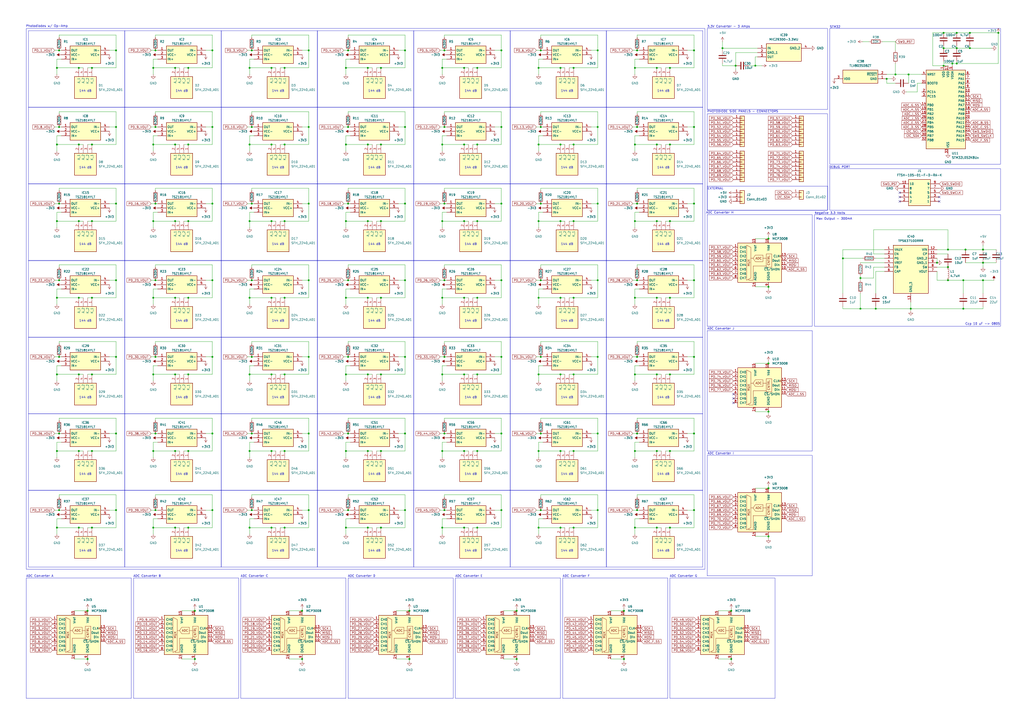
<source format=kicad_sch>
(kicad_sch (version 20231120) (generator "eeschema") (generator_version "8.0")
  (paper "A2")
  (title_block (title "Medford's CubeSat - Attitude Determination - Sun Sensor"))
  (junction (at 369.57 251.46))
  (junction (at 90.17 29.21))
  (junction (at 33.02 83.82))
  (junction (at 269.24 306.07))
  (junction (at 88.9 172.72))
  (junction (at 213.36 83.82))
  (junction (at 146.05 207.01))
  (junction (at 332.74 83.82))
  (junction (at 402.59 295.91))
  (junction (at 200.66 217.17))
  (junction (at 213.36 128.27))
  (junction (at 175.26 354.33))
  (junction (at 144.78 306.07))
  (junction (at 179.07 295.91))
  (junction (at 165.1 306.07))
  (junction (at 562.61 19.05))
  (junction (at 312.42 217.17))
  (junction (at 332.74 217.17))
  (junction (at 144.78 172.72))
  (junction (at 45.72 39.37))
  (junction (at 88.9 128.27))
  (junction (at 299.72 382.27))
  (junction (at 558.8 179.07))
  (junction (at 276.86 306.07))
  (junction (at 369.57 29.21))
  (junction (at 269.24 217.17))
  (junction (at 123.19 207.01))
  (junction (at 88.9 306.07))
  (junction (at 165.1 261.62))
  (junction (at 388.62 217.17))
  (junction (at 45.72 83.82))
  (junction (at 165.1 128.27))
  (junction (at 220.98 39.37))
  (junction (at 257.81 29.21))
  (junction (at 346.71 207.01))
  (junction (at 179.07 251.46))
  (junction (at 381 261.62))
  (junction (at 34.29 162.56))
  (junction (at 332.74 39.37))
  (junction (at 234.95 162.56))
  (junction (at 237.49 382.27))
  (junction (at 325.12 172.72))
  (junction (at 179.07 207.01))
  (junction (at 346.71 73.66))
  (junction (at 109.22 83.82))
  (junction (at 33.02 172.72))
  (junction (at 146.05 251.46))
  (junction (at 508 179.07))
  (junction (at 325.12 83.82))
  (junction (at 312.42 261.62))
  (junction (at 34.29 73.66))
  (junction (at 269.24 39.37))
  (junction (at 201.93 295.91))
  (junction (at 290.83 162.56))
  (junction (at 424.18 382.27))
  (junction (at 381 172.72))
  (junction (at 579.12 19.05))
  (junction (at 368.3 128.27))
  (junction (at 90.17 118.11))
  (junction (at 234.95 251.46))
  (junction (at 552.45 36.83))
  (junction (at 256.54 217.17))
  (junction (at 547.37 38.1))
  (junction (at 528.32 179.07))
  (junction (at 543.56 152.4))
  (junction (at 368.3 39.37))
  (junction (at 558.8 162.56))
  (junction (at 276.86 172.72))
  (junction (at 388.62 83.82))
  (junction (at 325.12 306.07))
  (junction (at 445.77 311.15))
  (junction (at 53.34 128.27))
  (junction (at 220.98 172.72))
  (junction (at 554.99 27.94))
  (junction (at 402.59 73.66))
  (junction (at 276.86 261.62))
  (junction (at 368.3 83.82))
  (junction (at 213.36 217.17))
  (junction (at 549.91 162.56))
  (junction (at 234.95 295.91))
  (junction (at 146.05 295.91))
  (junction (at 144.78 39.37))
  (junction (at 179.07 73.66))
  (junction (at 527.05 43.18))
  (junction (at 332.74 261.62))
  (junction (at 34.29 29.21))
  (junction (at 144.78 83.82))
  (junction (at 257.81 295.91))
  (junction (at 101.6 261.62))
  (junction (at 201.93 207.01))
  (junction (at 312.42 172.72))
  (junction (at 499.11 179.07))
  (junction (at 313.69 295.91))
  (junction (at 237.49 354.33))
  (junction (at 488.95 149.86))
  (junction (at 256.54 83.82))
  (junction (at 201.93 118.11))
  (junction (at 276.86 83.82))
  (junction (at 312.42 83.82))
  (junction (at 290.83 29.21))
  (junction (at 547.37 19.05))
  (junction (at 547.37 27.94))
  (junction (at 123.19 118.11))
  (junction (at 179.07 118.11))
  (junction (at 200.66 39.37))
  (junction (at 144.78 217.17))
  (junction (at 157.48 83.82))
  (junction (at 426.72 38.1))
  (junction (at 123.19 251.46))
  (junction (at 220.98 83.82))
  (junction (at 313.69 29.21))
  (junction (at 67.31 29.21))
  (junction (at 269.24 172.72))
  (junction (at 290.83 295.91))
  (junction (at 445.77 138.43))
  (junction (at 123.19 162.56))
  (junction (at 53.34 172.72))
  (junction (at 381 83.82))
  (junction (at 256.54 172.72))
  (junction (at 361.95 354.33))
  (junction (at 346.71 251.46))
  (junction (at 109.22 39.37))
  (junction (at 234.95 118.11))
  (junction (at 402.59 251.46))
  (junction (at 312.42 306.07))
  (junction (at 256.54 128.27))
  (junction (at 90.17 162.56))
  (junction (at 113.03 382.27))
  (junction (at 549.91 154.94))
  (junction (at 101.6 128.27))
  (junction (at 101.6 83.82))
  (junction (at 109.22 306.07))
  (junction (at 45.72 217.17))
  (junction (at 388.62 39.37))
  (junction (at 325.12 261.62))
  (junction (at 45.72 172.72))
  (junction (at 269.24 128.27))
  (junction (at 67.31 207.01))
  (junction (at 175.26 382.27))
  (junction (at 570.23 162.56))
  (junction (at 445.77 210.82))
  (junction (at 146.05 118.11))
  (junction (at 257.81 73.66))
  (junction (at 200.66 172.72))
  (junction (at 179.07 162.56))
  (junction (at 554.99 19.05))
  (junction (at 67.31 162.56))
  (junction (at 312.42 128.27))
  (junction (at 45.72 261.62))
  (junction (at 213.36 306.07))
  (junction (at 290.83 251.46))
  (junction (at 220.98 261.62))
  (junction (at 157.48 128.27))
  (junction (at 381 128.27))
  (junction (at 256.54 39.37))
  (junction (at 256.54 306.07))
  (junction (at 257.81 251.46))
  (junction (at 290.83 118.11))
  (junction (at 113.03 354.33))
  (junction (at 165.1 39.37))
  (junction (at 257.81 207.01))
  (junction (at 200.66 83.82))
  (junction (at 201.93 162.56))
  (junction (at 402.59 207.01))
  (junction (at 90.17 295.91))
  (junction (at 388.62 128.27))
  (junction (at 157.48 306.07))
  (junction (at 53.34 217.17))
  (junction (at 144.78 261.62))
  (junction (at 146.05 29.21))
  (junction (at 88.9 39.37))
  (junction (at 368.3 217.17))
  (junction (at 514.35 45.72))
  (junction (at 346.71 162.56))
  (junction (at 313.69 73.66))
  (junction (at 346.71 118.11))
  (junction (at 213.36 172.72))
  (junction (at 34.29 207.01))
  (junction (at 33.02 217.17))
  (junction (at 50.8 354.33))
  (junction (at 269.24 83.82))
  (junction (at 445.77 238.76))
  (junction (at 346.71 295.91))
  (junction (at 560.07 144.78))
  (junction (at 276.86 217.17))
  (junction (at 369.57 207.01))
  (junction (at 90.17 73.66))
  (junction (at 368.3 306.07))
  (junction (at 67.31 118.11))
  (junction (at 519.43 43.18))
  (junction (at 33.02 306.07))
  (junction (at 325.12 217.17))
  (junction (at 53.34 39.37))
  (junction (at 220.98 217.17))
  (junction (at 67.31 251.46))
  (junction (at 419.1 27.94))
  (junction (at 313.69 251.46))
  (junction (at 88.9 83.82))
  (junction (at 33.02 128.27))
  (junction (at 53.34 261.62))
  (junction (at 313.69 207.01))
  (junction (at 179.07 29.21))
  (junction (at 34.29 118.11))
  (junction (at 220.98 306.07))
  (junction (at 146.05 73.66))
  (junction (at 388.62 172.72))
  (junction (at 109.22 128.27))
  (junction (at 45.72 128.27))
  (junction (at 438.15 38.1))
  (junction (at 123.19 73.66))
  (junction (at 234.95 29.21))
  (junction (at 201.93 73.66))
  (junction (at 290.83 73.66))
  (junction (at 325.12 39.37))
  (junction (at 570.23 152.4))
  (junction (at 53.34 306.07))
  (junction (at 346.71 29.21))
  (junction (at 200.66 306.07))
  (junction (at 290.83 207.01))
  (junction (at 157.48 39.37))
  (junction (at 234.95 207.01))
  (junction (at 109.22 217.17))
  (junction (at 361.95 382.27))
  (junction (at 67.31 73.66))
  (junction (at 299.72 354.33))
  (junction (at 332.74 306.07))
  (junction (at 220.98 128.27))
  (junction (at 165.1 217.17))
  (junction (at 67.31 295.91))
  (junction (at 90.17 251.46))
  (junction (at 554.99 36.83))
  (junction (at 53.34 83.82))
  (junction (at 445.77 166.37))
  (junction (at 101.6 217.17))
  (junction (at 144.78 128.27))
  (junction (at 234.95 73.66))
  (junction (at 499.11 161.29))
  (junction (at 50.8 382.27))
  (junction (at 33.02 261.62))
  (junction (at 165.1 172.72))
  (junction (at 200.66 128.27))
  (junction (at 101.6 172.72))
  (junction (at 109.22 172.72))
  (junction (at 88.9 217.17))
  (junction (at 213.36 39.37))
  (junction (at 424.18 354.33))
  (junction (at 369.57 162.56))
  (junction (at 368.3 172.72))
  (junction (at 257.81 162.56))
  (junction (at 562.61 27.94))
  (junction (at 45.72 306.07))
  (junction (at 256.54 261.62))
  (junction (at 101.6 39.37))
  (junction (at 34.29 295.91))
  (junction (at 276.86 39.37))
  (junction (at 34.29 251.46))
  (junction (at 313.69 162.56))
  (junction (at 388.62 306.07))
  (junction (at 368.3 261.62))
  (junction (at 200.66 261.62))
  (junction (at 157.48 217.17))
  (junction (at 90.17 207.01))
  (junction (at 402.59 118.11))
  (junction (at 146.05 162.56))
  (junction (at 325.12 128.27))
  (junction (at 332.74 128.27))
  (junction (at 201.93 29.21))
  (junction (at 157.48 172.72))
  (junction (at 388.62 261.62))
  (junction (at 123.19 295.91))
  (junction (at 549.91 144.78))
  (junction (at 570.23 144.78))
  (junction (at 157.48 261.62))
  (junction (at 201.93 251.46))
  (junction (at 445.77 283.21))
  (junction (at 123.19 29.21))
  (junction (at 269.24 261.62))
  (junction (at 276.86 128.27))
  (junction (at 381 306.07))
  (junction (at 257.81 118.11))
  (junction (at 369.57 73.66))
  (junction (at 33.02 39.37))
  (junction (at 165.1 83.82))
  (junction (at 381 217.17))
  (junction (at 402.59 29.21))
  (junction (at 369.57 295.91))
  (junction (at 402.59 162.56))
  (junction (at 369.57 118.11))
  (junction (at 332.74 172.72))
  (junction (at 313.69 118.11))
  (junction (at 101.6 306.07))
  (junction (at 312.42 39.37))
  (junction (at 109.22 261.62))
  (junction (at 213.36 261.62))
  (junction (at 88.9 261.62))
  (junction (at 381 39.37))
  (no_connect (at 425.45 233.68))
  (no_connect (at 521.97 111.76))
  (no_connect (at 425.45 228.6))
  (no_connect (at 425.45 231.14))
  (no_connect (at 544.83 116.84))
  (no_connect (at 521.97 114.3))
  (no_connect (at 521.97 116.84))
  (no_connect (at 544.83 114.3))
  (wire (pts (xy 276.86 128.27) (xy 290.83 128.27)))
  (wire (pts (xy 123.19 207.01) (xy 123.19 198.12)))
  (wire (pts (xy 88.9 217.17) (xy 88.9 212.09)))
  (wire (pts (xy 33.02 167.64) (xy 35.56 167.64)))
  (wire (pts (xy 354.33 354.33) (xy 361.95 354.33)))
  (wire (pts (xy 257.81 198.12) (xy 257.81 199.39)))
  (wire (pts (xy 269.24 217.17) (xy 271.78 217.17)))
  (wire (pts (xy 256.54 261.62) (xy 269.24 261.62)))
  (wire (pts (xy 157.48 217.17) (xy 160.02 217.17)))
  (wire (pts (xy 109.22 172.72) (xy 106.68 172.72)))
  (wire (pts (xy 175.26 383.54) (xy 175.26 382.27)))
  (wire (pts (xy 346.71 64.77) (xy 313.69 64.77)))
  (wire (pts (xy 562.61 27.94) (xy 562.61 26.67)))
  (wire (pts (xy 367.03 29.21) (xy 369.57 29.21)))
  (wire (pts (xy 543.56 157.48) (xy 543.56 162.56)))
  (wire (pts (xy 402.59 251.46) (xy 398.78 251.46)))
  (wire (pts (xy 165.1 306.07) (xy 162.56 306.07)))
  (wire (pts (xy 256.54 34.29) (xy 259.08 34.29)))
  (wire (pts (xy 368.3 83.82) (xy 368.3 78.74)))
  (wire (pts (xy 332.74 261.62) (xy 330.2 261.62)))
  (wire (pts (xy 276.86 217.17) (xy 290.83 217.17)))
  (wire (pts (xy 549.91 144.78) (xy 549.91 133.35)))
  (wire (pts (xy 257.81 162.56) (xy 259.08 162.56)))
  (wire (pts (xy 34.29 242.57) (xy 34.29 243.84)))
  (wire (pts (xy 313.69 20.32) (xy 313.69 21.59)))
  (wire (pts (xy 179.07 251.46) (xy 179.07 242.57)))
  (wire (pts (xy 346.71 73.66) (xy 342.9 73.66)))
  (wire (pts (xy 200.66 172.72) (xy 200.66 167.64)))
  (wire (pts (xy 388.62 217.17) (xy 386.08 217.17)))
  (wire (pts (xy 109.22 39.37) (xy 106.68 39.37)))
  (wire (pts (xy 179.07 251.46) (xy 175.26 251.46)))
  (wire (pts (xy 234.95 20.32) (xy 201.93 20.32)))
  (wire (pts (xy 234.95 39.37) (xy 234.95 29.21)))
  (wire (pts (xy 508 179.07) (xy 528.32 179.07)))
  (wire (pts (xy 167.64 382.27) (xy 175.26 382.27)))
  (wire (pts (xy 312.42 176.53) (xy 312.42 172.72)))
  (wire (pts (xy 256.54 265.43) (xy 256.54 261.62)))
  (wire (pts (xy 144.78 87.63) (xy 144.78 83.82)))
  (wire (pts (xy 33.02 306.07) (xy 45.72 306.07)))
  (wire (pts (xy 144.78 172.72) (xy 144.78 167.64)))
  (wire (pts (xy 123.19 217.17) (xy 123.19 207.01)))
  (wire (pts (xy 200.66 256.54) (xy 203.2 256.54)))
  (wire (pts (xy 88.9 306.07) (xy 101.6 306.07)))
  (wire (pts (xy 256.54 300.99) (xy 259.08 300.99)))
  (wire (pts (xy 325.12 83.82) (xy 327.66 83.82)))
  (wire (pts (xy 441.96 38.1) (xy 438.15 38.1)))
  (wire (pts (xy 179.07 162.56) (xy 175.26 162.56)))
  (wire (pts (xy 311.15 29.21) (xy 313.69 29.21)))
  (wire (pts (xy 541.02 38.1) (xy 547.37 38.1)))
  (wire (pts (xy 109.22 83.82) (xy 123.19 83.82)))
  (wire (pts (xy 45.72 39.37) (xy 48.26 39.37)))
  (wire (pts (xy 504.19 24.13) (xy 500.38 24.13)))
  (wire (pts (xy 554.99 35.56) (xy 554.99 36.83)))
  (wire (pts (xy 220.98 261.62) (xy 218.44 261.62)))
  (wire (pts (xy 256.54 132.08) (xy 256.54 128.27)))
  (wire (pts (xy 290.83 162.56) (xy 290.83 153.67)))
  (wire (pts (xy 220.98 83.82) (xy 218.44 83.82)))
  (wire (pts (xy 88.9 83.82) (xy 101.6 83.82)))
  (wire (pts (xy 123.19 29.21) (xy 123.19 20.32)))
  (wire (pts (xy 234.95 29.21) (xy 234.95 20.32)))
  (wire (pts (xy 45.72 83.82) (xy 48.26 83.82)))
  (wire (pts (xy 213.36 261.62) (xy 215.9 261.62)))
  (wire (pts (xy 123.19 295.91) (xy 123.19 287.02)))
  (wire (pts (xy 53.34 83.82) (xy 67.31 83.82)))
  (wire (pts (xy 144.78 132.08) (xy 144.78 128.27)))
  (wire (pts (xy 554.99 26.67) (xy 554.99 27.94)))
  (wire (pts (xy 312.42 87.63) (xy 312.42 83.82)))
  (wire (pts (xy 368.3 212.09) (xy 370.84 212.09)))
  (wire (pts (xy 579.12 19.05) (xy 579.12 36.83)))
  (wire (pts (xy 43.18 354.33) (xy 50.8 354.33)))
  (wire (pts (xy 438.15 283.21) (xy 445.77 283.21)))
  (wire (pts (xy 313.69 242.57) (xy 313.69 243.84)))
  (wire (pts (xy 179.07 242.57) (xy 146.05 242.57)))
  (wire (pts (xy 67.31 295.91) (xy 63.5 295.91)))
  (wire (pts (xy 312.42 172.72) (xy 312.42 167.64)))
  (wire (pts (xy 200.66 306.07) (xy 200.66 300.99)))
  (wire (pts (xy 88.9 256.54) (xy 91.44 256.54)))
  (wire (pts (xy 292.1 382.27) (xy 299.72 382.27)))
  (wire (pts (xy 257.81 287.02) (xy 257.81 288.29)))
  (wire (pts (xy 234.95 118.11) (xy 231.14 118.11)))
  (wire (pts (xy 367.03 162.56) (xy 369.57 162.56)))
  (wire (pts (xy 488.95 177.8) (xy 488.95 179.07)))
  (wire (pts (xy 256.54 172.72) (xy 256.54 167.64)))
  (wire (pts (xy 255.27 251.46) (xy 257.81 251.46)))
  (wire (pts (xy 256.54 83.82) (xy 256.54 78.74)))
  (wire (pts (xy 570.23 144.78) (xy 577.85 144.78)))
  (wire (pts (xy 146.05 198.12) (xy 146.05 199.39)))
  (wire (pts (xy 33.02 217.17) (xy 33.02 212.09)))
  (wire (pts (xy 368.3 39.37) (xy 368.3 34.29)))
  (wire (pts (xy 67.31 109.22) (xy 34.29 109.22)))
  (wire (pts (xy 201.93 162.56) (xy 203.2 162.56)))
  (wire (pts (xy 508 179.07) (xy 508 177.8)))
  (wire (pts (xy 368.3 261.62) (xy 381 261.62)))
  (wire (pts (xy 547.37 36.83) (xy 547.37 35.56)))
  (wire (pts (xy 290.83 217.17) (xy 290.83 207.01)))
  (wire (pts (xy 290.83 64.77) (xy 257.81 64.77)))
  (wire (pts (xy 269.24 83.82) (xy 271.78 83.82)))
  (wire (pts (xy 368.3 176.53) (xy 368.3 172.72)))
  (wire (pts (xy 123.19 73.66) (xy 119.38 73.66)))
  (wire (pts (xy 312.42 39.37) (xy 312.42 34.29)))
  (wire (pts (xy 88.9 39.37) (xy 88.9 34.29)))
  (wire (pts (xy 367.03 118.11) (xy 369.57 118.11)))
  (wire (pts (xy 201.93 295.91) (xy 203.2 295.91)))
  (wire (pts (xy 220.98 217.17) (xy 234.95 217.17)))
  (wire (pts (xy 549.91 133.35) (xy 506.73 133.35)))
  (wire (pts (xy 90.17 162.56) (xy 91.44 162.56)))
  (wire (pts (xy 143.51 295.91) (xy 146.05 295.91)))
  (wire (pts (xy 201.93 73.66) (xy 203.2 73.66)))
  (wire (pts (xy 388.62 128.27) (xy 386.08 128.27)))
  (wire (pts (xy 256.54 256.54) (xy 259.08 256.54)))
  (wire (pts (xy 332.74 172.72) (xy 346.71 172.72)))
  (wire (pts (xy 200.66 309.88) (xy 200.66 306.07)))
  (wire (pts (xy 34.29 153.67) (xy 34.29 154.94)))
  (wire (pts (xy 229.87 382.27) (xy 237.49 382.27)))
  (wire (pts (xy 543.56 149.86) (xy 543.56 152.4)))
  (wire (pts (xy 234.95 162.56) (xy 231.14 162.56)))
  (wire (pts (xy 506.73 154.94) (xy 506.73 161.29)))
  (wire (pts (xy 313.69 287.02) (xy 313.69 288.29)))
  (wire (pts (xy 33.02 261.62) (xy 33.02 256.54)))
  (wire (pts (xy 255.27 207.01) (xy 257.81 207.01)))
  (wire (pts (xy 199.39 295.91) (xy 201.93 295.91)))
  (wire (pts (xy 144.78 78.74) (xy 147.32 78.74)))
  (wire (pts (xy 179.07 109.22) (xy 146.05 109.22)))
  (wire (pts (xy 368.3 172.72) (xy 368.3 167.64)))
  (wire (pts (xy 87.63 295.91) (xy 90.17 295.91)))
  (wire (pts (xy 402.59 109.22) (xy 369.57 109.22)))
  (wire (pts (xy 179.07 207.01) (xy 179.07 198.12)))
  (wire (pts (xy 33.02 39.37) (xy 33.02 34.29)))
  (wire (pts (xy 368.3 83.82) (xy 381 83.82)))
  (wire (pts (xy 346.71 118.11) (xy 346.71 109.22)))
  (wire (pts (xy 256.54 128.27) (xy 269.24 128.27)))
  (wire (pts (xy 528.32 179.07) (xy 558.8 179.07)))
  (wire (pts (xy 34.29 198.12) (xy 34.29 199.39)))
  (wire (pts (xy 499.11 179.07) (xy 508 179.07)))
  (wire (pts (xy 201.93 109.22) (xy 201.93 110.49)))
  (wire (pts (xy 88.9 306.07) (xy 88.9 300.99)))
  (wire (pts (xy 325.12 217.17) (xy 327.66 217.17)))
  (wire (pts (xy 257.81 64.77) (xy 257.81 66.04)))
  (wire (pts (xy 257.81 29.21) (xy 259.08 29.21)))
  (wire (pts (xy 290.83 109.22) (xy 257.81 109.22)))
  (wire (pts (xy 213.36 128.27) (xy 215.9 128.27)))
  (wire (pts (xy 276.86 172.72) (xy 290.83 172.72)))
  (wire (pts (xy 237.49 353.06) (xy 237.49 354.33)))
  (wire (pts (xy 256.54 220.98) (xy 256.54 217.17)))
  (wire (pts (xy 570.23 142.24) (xy 570.23 144.78)))
  (wire (pts (xy 53.34 261.62) (xy 50.8 261.62)))
  (wire (pts (xy 123.19 118.11) (xy 119.38 118.11)))
  (wire (pts (xy 165.1 83.82) (xy 162.56 83.82)))
  (wire (pts (xy 146.05 207.01) (xy 147.32 207.01)))
  (wire (pts (xy 200.66 43.18) (xy 200.66 39.37)))
  (wire (pts (xy 200.66 39.37) (xy 213.36 39.37)))
  (wire (pts (xy 31.75 295.91) (xy 34.29 295.91)))
  (wire (pts (xy 179.07 287.02) (xy 146.05 287.02)))
  (wire (pts (xy 508 149.86) (xy 513.08 149.86)))
  (wire (pts (xy 346.71 261.62) (xy 346.71 251.46)))
  (wire (pts (xy 402.59 153.67) (xy 369.57 153.67)))
  (wire (pts (xy 53.34 39.37) (xy 50.8 39.37)))
  (wire (pts (xy 346.71 287.02) (xy 313.69 287.02)))
  (wire (pts (xy 402.59 251.46) (xy 402.59 242.57)))
  (wire (pts (xy 346.71 306.07) (xy 346.71 295.91)))
  (wire (pts (xy 290.83 20.32) (xy 257.81 20.32)))
  (wire (pts (xy 234.95 217.17) (xy 234.95 207.01)))
  (wire (pts (xy 554.99 19.05) (xy 562.61 19.05)))
  (wire (pts (xy 67.31 172.72) (xy 67.31 162.56)))
  (wire (pts (xy 388.62 261.62) (xy 402.59 261.62)))
  (wire (pts (xy 368.3 309.88) (xy 368.3 306.07)))
  (wire (pts (xy 402.59 261.62) (xy 402.59 251.46)))
  (wire (pts (xy 369.57 109.22) (xy 369.57 110.49)))
  (wire (pts (xy 144.78 83.82) (xy 144.78 78.74)))
  (wire (pts (xy 90.17 109.22) (xy 90.17 110.49)))
  (wire (pts (xy 257.81 73.66) (xy 259.08 73.66)))
  (wire (pts (xy 290.83 242.57) (xy 257.81 242.57)))
  (wire (pts (xy 506.73 147.32) (xy 513.08 147.32)))
  (wire (pts (xy 388.62 39.37) (xy 402.59 39.37)))
  (wire (pts (xy 313.69 162.56) (xy 314.96 162.56)))
  (wire (pts (xy 234.95 172.72) (xy 234.95 162.56)))
  (wire (pts (xy 179.07 153.67) (xy 146.05 153.67)))
  (wire (pts (xy 87.63 207.01) (xy 90.17 207.01)))
  (wire (pts (xy 543.56 154.94) (xy 549.91 154.94)))
  (wire (pts (xy 33.02 39.37) (xy 45.72 39.37)))
  (wire (pts (xy 369.57 118.11) (xy 370.84 118.11)))
  (wire (pts (xy 290.83 118.11) (xy 287.02 118.11)))
  (wire (pts (xy 256.54 306.07) (xy 269.24 306.07)))
  (wire (pts (xy 290.83 39.37) (xy 290.83 29.21)))
  (wire (pts (xy 90.17 242.57) (xy 90.17 243.84)))
  (wire (pts (xy 31.75 207.01) (xy 34.29 207.01)))
  (wire (pts (xy 368.3 306.07) (xy 381 306.07)))
  (wire (pts (xy 388.62 217.17) (xy 402.59 217.17)))
  (wire (pts (xy 514.35 48.26) (xy 514.35 45.72)))
  (wire (pts (xy 179.07 39.37) (xy 179.07 29.21)))
  (wire (pts (xy 146.05 242.57) (xy 146.05 243.84)))
  (wire (pts (xy 547.37 26.67) (xy 547.37 27.94)))
  (wire (pts (xy 53.34 39.37) (xy 67.31 39.37)))
  (wire (pts (xy 88.9 123.19) (xy 91.44 123.19)))
  (wire (pts (xy 34.29 287.02) (xy 34.29 288.29)))
  (wire (pts (xy 368.3 39.37) (xy 381 39.37)))
  (wire (pts (xy 33.02 83.82) (xy 45.72 83.82)))
  (wire (pts (xy 201.93 287.02) (xy 201.93 288.29)))
  (wire (pts (xy 367.03 295.91) (xy 369.57 295.91)))
  (wire (pts (xy 88.9 78.74) (xy 91.44 78.74)))
  (wire (pts (xy 88.9 220.98) (xy 88.9 217.17)))
  (wire (pts (xy 488.95 149.86) (xy 488.95 170.18)))
  (wire (pts (xy 167.64 354.33) (xy 175.26 354.33)))
  (wire (pts (xy 552.45 38.1) (xy 552.45 36.83)))
  (wire (pts (xy 369.57 29.21) (xy 370.84 29.21)))
  (wire (pts (xy 109.22 261.62) (xy 123.19 261.62)))
  (wire (pts (xy 346.71 109.22) (xy 313.69 109.22)))
  (wire (pts (xy 45.72 217.17) (xy 48.26 217.17)))
  (wire (pts (xy 558.8 162.56) (xy 570.23 162.56)))
  (wire (pts (xy 276.86 39.37) (xy 290.83 39.37)))
  (wire (pts (xy 290.83 287.02) (xy 257.81 287.02)))
  (wire (pts (xy 144.78 309.88) (xy 144.78 306.07)))
  (wire (pts (xy 34.29 109.22) (xy 34.29 110.49)))
  (wire (pts (xy 381 83.82) (xy 383.54 83.82)))
  (wire (pts (xy 438.15 138.43) (xy 445.77 138.43)))
  (wire (pts (xy 31.75 118.11) (xy 34.29 118.11)))
  (wire (pts (xy 179.07 217.17) (xy 179.07 207.01)))
  (wire (pts (xy 290.83 128.27) (xy 290.83 118.11)))
  (wire (pts (xy 311.15 73.66) (xy 313.69 73.66)))
  (wire (pts (xy 123.19 128.27) (xy 123.19 118.11)))
  (wire (pts (xy 311.15 295.91) (xy 313.69 295.91)))
  (wire (pts (xy 234.95 306.07) (xy 234.95 295.91)))
  (wire (pts (xy 144.78 256.54) (xy 147.32 256.54)))
  (wire (pts (xy 426.72 40.64) (xy 426.72 38.1)))
  (wire (pts (xy 368.3 123.19) (xy 370.84 123.19)))
  (wire (pts (xy 199.39 207.01) (xy 201.93 207.01)))
  (wire (pts (xy 88.9 167.64) (xy 91.44 167.64)))
  (wire (pts (xy 144.78 83.82) (xy 157.48 83.82)))
  (wire (pts (xy 146.05 162.56) (xy 147.32 162.56)))
  (wire (pts (xy 179.07 306.07) (xy 179.07 295.91)))
  (wire (pts (xy 88.9 128.27) (xy 88.9 123.19)))
  (wire (pts (xy 33.02 132.08) (xy 33.02 128.27)))
  (wire (pts (xy 213.36 172.72) (xy 215.9 172.72)))
  (wire (pts (xy 143.51 251.46) (xy 146.05 251.46)))
  (wire (pts (xy 257.81 242.57) (xy 257.81 243.84)))
  (wire (pts (xy 402.59 83.82) (xy 402.59 73.66)))
  (wire (pts (xy 528.32 180.34) (xy 528.32 179.07)))
  (wire (pts (xy 165.1 83.82) (xy 179.07 83.82)))
  (wire (pts (xy 368.3 217.17) (xy 368.3 212.09)))
  (wire (pts (xy 53.34 217.17) (xy 50.8 217.17)))
  (wire (pts (xy 199.39 73.66) (xy 201.93 73.66)))
  (wire (pts (xy 67.31 64.77) (xy 34.29 64.77)))
  (wire (pts (xy 388.62 83.82) (xy 402.59 83.82)))
  (wire (pts (xy 146.05 64.77) (xy 146.05 66.04)))
  (wire (pts (xy 368.3 34.29) (xy 370.84 34.29)))
  (wire (pts (xy 146.05 73.66) (xy 147.32 73.66)))
  (wire (pts (xy 234.95 207.01) (xy 231.14 207.01)))
  (wire (pts (xy 554.99 27.94) (xy 562.61 27.94)))
  (wire (pts (xy 257.81 207.01) (xy 259.08 207.01)))
  (wire (pts (xy 312.42 220.98) (xy 312.42 217.17)))
  (wire (pts (xy 113.03 353.06) (xy 113.03 354.33)))
  (wire (pts (xy 445.77 281.94) (xy 445.77 283.21)))
  (wire (pts (xy 45.72 261.62) (xy 48.26 261.62)))
  (wire (pts (xy 290.83 295.91) (xy 287.02 295.91)))
  (wire (pts (xy 562.61 19.05) (xy 579.12 19.05)))
  (wire (pts (xy 87.63 73.66) (xy 90.17 73.66)))
  (wire (pts (xy 311.15 162.56) (xy 313.69 162.56)))
  (wire (pts (xy 33.02 265.43) (xy 33.02 261.62)))
  (wire (pts (xy 256.54 87.63) (xy 256.54 83.82)))
  (wire (pts (xy 255.27 29.21) (xy 257.81 29.21)))
  (wire (pts (xy 123.19 118.11) (xy 123.19 109.22)))
  (wire (pts (xy 88.9 87.63) (xy 88.9 83.82)))
  (wire (pts (xy 276.86 306.07) (xy 290.83 306.07)))
  (wire (pts (xy 213.36 217.17) (xy 215.9 217.17)))
  (wire (pts (xy 402.59 20.32) (xy 369.57 20.32)))
  (wire (pts (xy 109.22 306.07) (xy 123.19 306.07)))
  (wire (pts (xy 90.17 295.91) (xy 91.44 295.91)))
  (wire (pts (xy 488.95 144.78) (xy 488.95 149.86)))
  (wire (pts (xy 90.17 29.21) (xy 91.44 29.21)))
  (wire (pts (xy 123.19 39.37) (xy 123.19 29.21)))
  (wire (pts (xy 34.29 162.56) (xy 35.56 162.56)))
  (wire (pts (xy 200.66 300.99) (xy 203.2 300.99)))
  (wire (pts (xy 312.42 83.82) (xy 312.42 78.74)))
  (wire (pts (xy 88.9 34.29) (xy 91.44 34.29)))
  (wire (pts (xy 445.77 240.03) (xy 445.77 238.76)))
  (wire (pts (xy 101.6 172.72) (xy 104.14 172.72)))
  (wire (pts (xy 33.02 87.63) (xy 33.02 83.82)))
  (wire (pts (xy 346.71 29.21) (xy 342.9 29.21)))
  (wire (pts (xy 90.17 64.77) (xy 90.17 66.04)))
  (wire (pts (xy 101.6 306.07) (xy 104.14 306.07)))
  (wire (pts (xy 256.54 309.88) (xy 256.54 306.07)))
  (wire (pts (xy 234.95 118.11) (xy 234.95 109.22)))
  (wire (pts (xy 146.05 295.91) (xy 147.32 295.91)))
  (wire (pts (xy 90.17 207.01) (xy 91.44 207.01)))
  (wire (pts (xy 312.42 123.19) (xy 314.96 123.19)))
  (wire (pts (xy 312.42 217.17) (xy 312.42 212.09)))
  (wire (pts (xy 499.11 160.02) (xy 499.11 161.29)))
  (wire (pts (xy 199.39 162.56) (xy 201.93 162.56)))
  (wire (pts (xy 312.42 78.74) (xy 314.96 78.74)))
  (wire (pts (xy 290.83 251.46) (xy 290.83 242.57)))
  (wire (pts (xy 179.07 295.91) (xy 179.07 287.02)))
  (wire (pts (xy 438.15 33.02) (xy 438.15 38.1)))
  (wire (pts (xy 369.57 207.01) (xy 370.84 207.01)))
  (wire (pts (xy 31.75 162.56) (xy 34.29 162.56)))
  (wire (pts (xy 402.59 295.91) (xy 402.59 287.02)))
  (wire (pts (xy 33.02 309.88) (xy 33.02 306.07)))
  (wire (pts (xy 179.07 29.21) (xy 179.07 20.32)))
  (wire (pts (xy 144.78 167.64) (xy 147.32 167.64)))
  (wire (pts (xy 88.9 176.53) (xy 88.9 172.72)))
  (wire (pts (xy 146.05 251.46) (xy 147.32 251.46)))
  (wire (pts (xy 332.74 128.27) (xy 346.71 128.27)))
  (wire (pts (xy 527.05 43.18) (xy 534.67 43.18)))
  (wire (pts (xy 220.98 83.82) (xy 234.95 83.82)))
  (wire (pts (xy 290.83 29.21) (xy 290.83 20.32)))
  (wire (pts (xy 256.54 78.74) (xy 259.08 78.74)))
  (wire (pts (xy 257.81 295.91) (xy 259.08 295.91)))
  (wire (pts (xy 381 261.62) (xy 383.54 261.62)))
  (wire (pts (xy 369.57 162.56) (xy 370.84 162.56)))
  (wire (pts (xy 88.9 212.09) (xy 91.44 212.09)))
  (wire (pts (xy 402.59 73.66) (xy 402.59 64.77)))
  (wire (pts (xy 165.1 261.62) (xy 179.07 261.62)))
  (wire (pts (xy 402.59 128.27) (xy 402.59 118.11)))
  (wire (pts (xy 179.07 261.62) (xy 179.07 251.46)))
  (wire (pts (xy 105.41 382.27) (xy 113.03 382.27)))
  (wire (pts (xy 33.02 172.72) (xy 45.72 172.72)))
  (wire (pts (xy 257.81 153.67) (xy 257.81 154.94)))
  (wire (pts (xy 67.31 20.32) (xy 34.29 20.32)))
  (wire (pts (xy 220.98 39.37) (xy 218.44 39.37)))
  (wire (pts (xy 402.59 198.12) (xy 369.57 198.12)))
  (wire (pts (xy 220.98 306.07) (xy 218.44 306.07)))
  (wire (pts (xy 367.03 251.46) (xy 369.57 251.46)))
  (wire (pts (xy 200.66 217.17) (xy 213.36 217.17)))
  (wire (pts (xy 445.77 312.42) (xy 445.77 311.15)))
  (wire (pts (xy 388.62 172.72) (xy 386.08 172.72)))
  (wire (pts (xy 200.66 87.63) (xy 200.66 83.82)))
  (wire (pts (xy 369.57 198.12) (xy 369.57 199.39)))
  (wire (pts (xy 313.69 29.21) (xy 314.96 29.21)))
  (wire (pts (xy 276.86 217.17) (xy 274.32 217.17)))
  (wire (pts (xy 276.86 306.07) (xy 274.32 306.07)))
  (wire (pts (xy 346.71 83.82) (xy 346.71 73.66)))
  (wire (pts (xy 144.78 306.07) (xy 157.48 306.07)))
  (wire (pts (xy 416.56 382.27) (xy 424.18 382.27)))
  (wire (pts (xy 201.93 29.21) (xy 203.2 29.21)))
  (wire (pts (xy 67.31 242.57) (xy 34.29 242.57)))
  (wire (pts (xy 488.95 179.07) (xy 499.11 179.07)))
  (wire (pts (xy 34.29 295.91) (xy 35.56 295.91)))
  (wire (pts (xy 144.78 176.53) (xy 144.78 172.72)))
  (wire (pts (xy 179.07 64.77) (xy 146.05 64.77)))
  (wire (pts (xy 368.3 265.43) (xy 368.3 261.62)))
  (wire (pts (xy 554.99 36.83) (xy 579.12 36.83)))
  (wire (pts (xy 67.31 29.21) (xy 63.5 29.21)))
  (wire (pts (xy 200.66 306.07) (xy 213.36 306.07)))
  (wire (pts (xy 255.27 162.56) (xy 257.81 162.56)))
  (wire (pts (xy 165.1 39.37) (xy 162.56 39.37)))
  (wire (pts (xy 419.1 24.13) (xy 419.1 27.94)))
  (wire (pts (xy 67.31 261.62) (xy 67.31 251.46)))
  (wire (pts (xy 143.51 73.66) (xy 146.05 73.66)))
  (wire (pts (xy 368.3 172.72) (xy 381 172.72)))
  (wire (pts (xy 200.66 217.17) (xy 200.66 212.09)))
  (wire (pts (xy 123.19 29.21) (xy 119.38 29.21)))
  (wire (pts (xy 200.66 78.74) (xy 203.2 78.74)))
  (wire (pts (xy 416.56 354.33) (xy 424.18 354.33)))
  (wire (pts (xy 229.87 354.33) (xy 237.49 354.33)))
  (wire (pts (xy 157.48 306.07) (xy 160.02 306.07)))
  (wire (pts (xy 402.59 242.57) (xy 369.57 242.57)))
  (wire (pts (xy 165.1 128.27) (xy 179.07 128.27)))
  (wire (pts (xy 53.34 306.07) (xy 67.31 306.07)))
  (wire (pts (xy 67.31 207.01) (xy 67.31 198.12)))
  (wire (pts (xy 179.07 207.01) (xy 175.26 207.01)))
  (wire (pts (xy 519.43 36.83) (xy 519.43 43.18)))
  (wire (pts (xy 311.15 207.01) (xy 313.69 207.01)))
  (wire (pts (xy 369.57 295.91) (xy 370.84 295.91)))
  (wire (pts (xy 312.42 132.08) (xy 312.42 128.27)))
  (wire (pts (xy 312.42 261.62) (xy 312.42 256.54)))
  (wire (pts (xy 290.83 73.66) (xy 287.02 73.66)))
  (wire (pts (xy 90.17 198.12) (xy 90.17 199.39)))
  (wire (pts (xy 67.31 162.56) (xy 67.31 153.67)))
  (wire (pts (xy 402.59 162.56) (xy 398.78 162.56)))
  (wire (pts (xy 34.29 251.46) (xy 35.56 251.46)))
  (wire (pts (xy 200.66 220.98) (xy 200.66 217.17)))
  (wire (pts (xy 123.19 287.02) (xy 90.17 287.02)))
  (wire (pts (xy 143.51 162.56) (xy 146.05 162.56)))
  (wire (pts (xy 144.78 212.09) (xy 147.32 212.09)))
  (wire (pts (xy 256.54 176.53) (xy 256.54 172.72)))
  (wire (pts (xy 499.11 162.56) (xy 499.11 161.29)))
  (wire (pts (xy 213.36 39.37) (xy 215.9 39.37)))
  (wire (pts (xy 346.71 118.11) (xy 342.9 118.11)))
  (wire (pts (xy 369.57 287.02) (xy 369.57 288.29)))
  (wire (pts (xy 67.31 29.21) (xy 67.31 20.32)))
  (wire (pts (xy 508 170.18) (xy 508 157.48)))
  (wire (pts (xy 313.69 295.91) (xy 314.96 295.91)))
  (wire (pts (xy 346.71 251.46) (xy 342.9 251.46)))
  (wire (pts (xy 499.11 170.18) (xy 499.11 179.07)))
  (wire (pts (xy 109.22 128.27) (xy 106.68 128.27)))
  (wire (pts (xy 346.71 198.12) (xy 313.69 198.12)))
  (wire (pts (xy 87.63 251.46) (xy 90.17 251.46)))
  (wire (pts (xy 67.31 73.66) (xy 67.31 64.77)))
  (wire (pts (xy 369.57 20.32) (xy 369.57 21.59)))
  (wire (pts (xy 332.74 306.07) (xy 346.71 306.07)))
  (wire (pts (xy 290.83 207.01) (xy 287.02 207.01)))
  (wire (pts (xy 123.19 64.77) (xy 90.17 64.77)))
  (wire (pts (xy 312.42 256.54) (xy 314.96 256.54)))
  (wire (pts (xy 165.1 217.17) (xy 162.56 217.17)))
  (wire (pts (xy 123.19 172.72) (xy 123.19 162.56)))
  (wire (pts (xy 33.02 43.18) (xy 33.02 39.37)))
  (wire (pts (xy 34.29 20.32) (xy 34.29 21.59)))
  (wire (pts (xy 402.59 29.21) (xy 402.59 20.32)))
  (wire (pts (xy 88.9 300.99) (xy 91.44 300.99)))
  (wire (pts (xy 88.9 83.82) (xy 88.9 78.74)))
  (wire (pts (xy 445.77 137.16) (xy 445.77 138.43)))
  (wire (pts (xy 88.9 132.08) (xy 88.9 128.27)))
  (wire (pts (xy 179.07 128.27) (xy 179.07 118.11)))
  (wire (pts (xy 234.95 207.01) (xy 234.95 198.12)))
  (wire (pts (xy 346.71 29.21) (xy 346.71 20.32)))
  (wire (pts (xy 346.71 207.01) (xy 346.71 198.12)))
  (wire (pts (xy 513.08 154.94) (xy 506.73 154.94)))
  (wire (pts (xy 368.3 167.64) (xy 370.84 167.64)))
  (wire (pts (xy 109.22 217.17) (xy 123.19 217.17)))
  (wire (pts (xy 312.42 217.17) (xy 325.12 217.17)))
  (wire (pts (xy 53.34 306.07) (xy 50.8 306.07)))
  (wire (pts (xy 90.17 73.66) (xy 91.44 73.66)))
  (wire (pts (xy 87.63 162.56) (xy 90.17 162.56)))
  (wire (pts (xy 532.13 48.26) (xy 534.67 48.26)))
  (wire (pts (xy 255.27 295.91) (xy 257.81 295.91)))
  (wire (pts (xy 67.31 128.27) (xy 67.31 118.11)))
  (wire (pts (xy 292.1 354.33) (xy 299.72 354.33)))
  (wire (pts (xy 276.86 128.27) (xy 274.32 128.27)))
  (wire (pts (xy 88.9 172.72) (xy 88.9 167.64)))
  (wire (pts (xy 438.15 38.1) (xy 434.34 38.1)))
  (wire (pts (xy 234.95 64.77) (xy 201.93 64.77)))
  (wire (pts (xy 269.24 172.72) (xy 271.78 172.72)))
  (wire (pts (xy 528.32 175.26) (xy 528.32 179.07)))
  (wire (pts (xy 269.24 39.37) (xy 271.78 39.37)))
  (wire (pts (xy 165.1 172.72) (xy 162.56 172.72)))
  (wire (pts (xy 257.81 20.32) (xy 257.81 21.59)))
  (wire (pts (xy 346.71 217.17) (xy 346.71 207.01)))
  (wire (pts (xy 508 157.48) (xy 513.08 157.48)))
  (wire (pts (xy 67.31 39.37) (xy 67.31 29.21)))
  (wire (pts (xy 525.78 53.34) (xy 532.13 53.34)))
  (wire (pts (xy 388.62 83.82) (xy 386.08 83.82)))
  (wire (pts (xy 213.36 83.82) (xy 215.9 83.82)))
  (wire (pts (xy 33.02 176.53) (xy 33.02 172.72)))
  (wire (pts (xy 368.3 132.08) (xy 368.3 128.27)))
  (wire (pts (xy 402.59 64.77) (xy 369.57 64.77)))
  (wire (pts (xy 290.83 73.66) (xy 290.83 64.77)))
  (wire (pts (xy 33.02 306.07) (xy 33.02 300.99)))
  (wire (pts (xy 402.59 162.56) (xy 402.59 153.67)))
  (wire (pts (xy 144.78 39.37) (xy 157.48 39.37)))
  (wire (pts (xy 332.74 128.27) (xy 330.2 128.27)))
  (wire (pts (xy 67.31 73.66) (xy 63.5 73.66)))
  (wire (pts (xy 67.31 207.01) (xy 63.5 207.01)))
  (wire (pts (xy 256.54 167.64) (xy 259.08 167.64)))
  (wire (pts (xy 109.22 83.82) (xy 106.68 83.82)))
  (wire (pts (xy 519.43 43.18) (xy 514.35 43.18)))
  (wire (pts (xy 67.31 83.82) (xy 67.31 73.66)))
  (wire (pts (xy 123.19 261.62) (xy 123.19 251.46)))
  (wire (pts (xy 67.31 118.11) (xy 63.5 118.11)))
  (wire (pts (xy 570.23 154.94) (xy 570.23 152.4)))
  (wire (pts (xy 123.19 306.07) (xy 123.19 295.91)))
  (wire (pts (xy 234.95 242.57) (xy 201.93 242.57)))
  (wire (pts (xy 426.72 30.48) (xy 439.42 30.48)))
  (wire (pts (xy 201.93 20.32) (xy 201.93 21.59)))
  (wire (pts (xy 558.8 177.8) (xy 558.8 179.07)))
  (wire (pts (xy 165.1 39.37) (xy 179.07 39.37)))
  (wire (pts (xy 67.31 295.91) (xy 67.31 287.02)))
  (wire (pts (xy 312.42 265.43) (xy 312.42 261.62)))
  (wire (pts (xy 144.78 43.18) (xy 144.78 39.37)))
  (wire (pts (xy 369.57 73.66) (xy 370.84 73.66)))
  (wire (pts (xy 276.86 261.62) (xy 274.32 261.62)))
  (wire (pts (xy 234.95 162.56) (xy 234.95 153.67)))
  (wire (pts (xy 256.54 306.07) (xy 256.54 300.99)))
  (wire (pts (xy 144.78 123.19) (xy 147.32 123.19)))
  (wire (pts (xy 445.77 209.55) (xy 445.77 210.82)))
  (wire (pts (xy 312.42 83.82) (xy 325.12 83.82)))
  (wire (pts (xy 325.12 261.62) (xy 327.66 261.62)))
  (wire (pts (xy 146.05 109.22) (xy 146.05 110.49)))
  (wire (pts (xy 67.31 306.07) (xy 67.31 295.91)))
  (wire (pts (xy 419.1 38.1) (xy 426.72 38.1)))
  (wire (pts (xy 368.3 43.18) (xy 368.3 39.37)))
  (wire (pts (xy 402.59 29.21) (xy 398.78 29.21)))
  (wire (pts (xy 312.42 128.27) (xy 325.12 128.27)))
  (wire (pts (xy 200.66 39.37) (xy 200.66 34.29)))
  (wire (pts (xy 179.07 20.32) (xy 146.05 20.32)))
  (wire (pts (xy 269.24 261.62) (xy 271.78 261.62)))
  (wire (pts (xy 234.95 153.67) (xy 201.93 153.67)))
  (wire (pts (xy 53.34 172.72) (xy 67.31 172.72)))
  (wire (pts (xy 519.43 24.13) (xy 519.43 29.21)))
  (wire (pts (xy 234.95 198.12) (xy 201.93 198.12)))
  (wire (pts (xy 332.74 39.37) (xy 330.2 39.37)))
  (wire (pts (xy 67.31 118.11) (xy 67.31 109.22)))
  (wire (pts (xy 34.29 64.77) (xy 34.29 66.04)))
  (wire (pts (xy 179.07 118.11) (xy 179.07 109.22)))
  (wire (pts (xy 179.07 162.56) (xy 179.07 153.67)))
  (wire (pts (xy 346.71 207.01) (xy 342.9 207.01)))
  (wire (pts (xy 276.86 261.62) (xy 290.83 261.62)))
  (wire (pts (xy 201.93 207.01) (xy 203.2 207.01)))
  (wire (pts (xy 220.98 217.17) (xy 218.44 217.17)))
  (wire (pts (xy 179.07 73.66) (xy 175.26 73.66)))
  (wire (pts (xy 143.51 29.21) (xy 146.05 29.21)))
  (wire (pts (xy 312.42 212.09) (xy 314.96 212.09)))
  (wire (pts (xy 290.83 118.11) (xy 290.83 109.22)))
  (wire (pts (xy 109.22 261.62) (xy 106.68 261.62)))
  (wire (pts (xy 220.98 306.07) (xy 234.95 306.07)))
  (wire (pts (xy 402.59 287.02) (xy 369.57 287.02)))
  (wire (pts (xy 101.6 83.82) (xy 104.14 83.82)))
  (wire (pts (xy 312.42 167.64) (xy 314.96 167.64)))
  (wire (pts (xy 165.1 306.07) (xy 179.07 306.07)))
  (wire (pts (xy 438.15 33.02) (xy 439.42 33.02)))
  (wire (pts (xy 346.71 39.37) (xy 346.71 29.21)))
  (wire (pts (xy 88.9 217.17) (xy 101.6 217.17)))
  (wire (pts (xy 368.3 128.27) (xy 368.3 123.19)))
  (wire (pts (xy 570.23 162.56) (xy 576.58 162.56)))
  (wire (pts (xy 402.59 207.01) (xy 398.78 207.01)))
  (wire (pts (xy 123.19 153.67) (xy 90.17 153.67)))
  (wire (pts (xy 361.95 383.54) (xy 361.95 382.27)))
  (wire (pts (xy 88.9 39.37) (xy 101.6 39.37)))
  (wire (pts (xy 369.57 153.67) (xy 369.57 154.94)))
  (wire (pts (xy 157.48 83.82) (xy 160.02 83.82)))
  (wire (pts (xy 346.71 128.27) (xy 346.71 118.11)))
  (wire (pts (xy 346.71 242.57) (xy 313.69 242.57)))
  (wire (pts (xy 200.66 128.27) (xy 213.36 128.27)))
  (wire (pts (xy 419.1 27.94) (xy 439.42 27.94)))
  (wire (pts (xy 144.78 300.99) (xy 147.32 300.99)))
  (wire (pts (xy 33.02 123.19) (xy 35.56 123.19)))
  (wire (pts (xy 53.34 128.27) (xy 67.31 128.27)))
  (wire (pts (xy 87.63 29.21) (xy 90.17 29.21)))
  (wire (pts (xy 543.56 162.56) (xy 549.91 162.56)))
  (wire (pts (xy 547.37 38.1) (xy 549.91 38.1)))
  (wire (pts (xy 201.93 118.11) (xy 203.2 118.11)))
  (wire (pts (xy 34.29 118.11) (xy 35.56 118.11)))
  (wire (pts (xy 234.95 295.91) (xy 231.14 295.91)))
  (wire (pts (xy 101.6 128.27) (xy 104.14 128.27)))
  (wire (pts (xy 552.45 36.83) (xy 554.99 36.83)))
  (wire (pts (xy 234.95 83.82) (xy 234.95 73.66)))
  (wire (pts (xy 53.34 217.17) (xy 67.31 217.17)))
  (wire (pts (xy 179.07 172.72) (xy 179.07 162.56)))
  (wire (pts (xy 562.61 27.94) (xy 575.31 27.94)))
  (wire (pts (xy 402.59 217.17) (xy 402.59 207.01)))
  (wire (pts (xy 200.66 261.62) (xy 213.36 261.62)))
  (wire (pts (xy 53.34 172.72) (xy 50.8 172.72)))
  (wire (pts (xy 88.9 261.62) (xy 101.6 261.62)))
  (wire (pts (xy 313.69 73.66) (xy 314.96 73.66)))
  (wire (pts (xy 113.03 383.54) (xy 113.03 382.27)))
  (wire (pts (xy 346.71 20.32) (xy 313.69 20.32)))
  (wire (pts (xy 200.66 83.82) (xy 200.66 78.74)))
  (wire (pts (xy 311.15 118.11) (xy 313.69 118.11)))
  (wire (pts (xy 369.57 242.57) (xy 369.57 243.84)))
  (wire (pts (xy 220.98 128.27) (xy 218.44 128.27)))
  (wire (pts (xy 144.78 128.27) (xy 157.48 128.27)))
  (wire (pts (xy 101.6 261.62) (xy 104.14 261.62)))
  (wire (pts (xy 144.78 172.72) (xy 157.48 172.72)))
  (wire (pts (xy 388.62 261.62) (xy 386.08 261.62)))
  (wire (pts (xy 234.95 251.46) (xy 234.95 242.57)))
  (wire (pts (xy 256.54 123.19) (xy 259.08 123.19)))
  (wire (pts (xy 346.71 172.72) (xy 346.71 162.56)))
  (wire (pts (xy 367.03 207.01) (xy 369.57 207.01)))
  (wire (pts (xy 290.83 198.12) (xy 257.81 198.12)))
  (wire (pts (xy 87.63 118.11) (xy 90.17 118.11)))
  (wire (pts (xy 547.37 36.83) (xy 552.45 36.83)))
  (wire (pts (xy 527.05 43.18) (xy 527.05 48.26)))
  (wire (pts (xy 368.3 300.99) (xy 370.84 300.99)))
  (wire (pts (xy 200.66 132.08) (xy 200.66 128.27)))
  (wire (pts (xy 33.02 261.62) (xy 45.72 261.62)))
  (wire (pts (xy 33.02 220.98) (xy 33.02 217.17)))
  (wire (pts (xy 88.9 261.62) (xy 88.9 256.54)))
  (wire (pts (xy 438.15 166.37) (xy 445.77 166.37)))
  (wire (pts (xy 50.8 383.54) (xy 50.8 382.27)))
  (wire (pts (xy 146.05 20.32) (xy 146.05 21.59)))
  (wire (pts (xy 45.72 306.07) (xy 48.26 306.07)))
  (wire (pts (xy 506.73 133.35) (xy 506.73 147.32)))
  (wire (pts (xy 256.54 217.17) (xy 269.24 217.17)))
  (wire (pts (xy 257.81 109.22) (xy 257.81 110.49)))
  (wire (pts (xy 257.81 251.46) (xy 259.08 251.46)))
  (wire (pts (xy 516.89 45.72) (xy 514.35 45.72)))
  (wire (pts (xy 290.83 261.62) (xy 290.83 251.46)))
  (wire (pts (xy 179.07 29.21) (xy 175.26 29.21)))
  (wire (pts (xy 123.19 198.12) (xy 90.17 198.12)))
  (wire (pts (xy 237.49 383.54) (xy 237.49 382.27)))
  (wire (pts (xy 123.19 73.66) (xy 123.19 64.77)))
  (wire (pts (xy 256.54 261.62) (xy 256.54 256.54)))
  (wire (pts (xy 45.72 172.72) (xy 48.26 172.72)))
  (wire (pts (xy 549.91 162.56) (xy 558.8 162.56)))
  (wire (pts (xy 367.03 73.66) (xy 369.57 73.66)))
  (wire (pts (xy 290.83 251.46) (xy 287.02 251.46)))
  (wire (pts (xy 33.02 34.29) (xy 35.56 34.29)))
  (wire (pts (xy 33.02 128.27) (xy 33.02 123.19)))
  (wire (pts (xy 513.08 144.78) (xy 488.95 144.78)))
  (wire (pts (xy 312.42 306.07) (xy 312.42 300.99)))
  (wire (pts (xy 419.1 36.83) (xy 419.1 38.1)))
  (wire (pts (xy 123.19 295.91) (xy 119.38 295.91)))
  (wire (pts (xy 332.74 217.17) (xy 346.71 217.17)))
  (wire (pts (xy 570.23 179.07) (xy 570.23 177.8)))
  (wire (pts (xy 445.77 167.64) (xy 445.77 166.37)))
  (wire (pts (xy 402.59 172.72) (xy 402.59 162.56)))
  (wire (pts (xy 234.95 73.66) (xy 234.95 64.77)))
  (wire (pts (xy 256.54 43.18) (xy 256.54 39.37)))
  (wire (pts (xy 388.62 39.37) (xy 386.08 39.37)))
  (wire (pts (xy 146.05 29.21) (xy 147.32 29.21)))
  (wire (pts (xy 67.31 153.67) (xy 34.29 153.67)))
  (wire (pts (xy 311.15 251.46) (xy 313.69 251.46)))
  (wire (pts (xy 312.42 172.72) (xy 325.12 172.72)))
  (wire (pts (xy 402.59 118.11) (xy 398.78 118.11)))
  (wire (pts (xy 200.66 261.62) (xy 200.66 256.54)))
  (wire (pts (xy 332.74 217.17) (xy 330.2 217.17)))
  (wire (pts (xy 200.66 123.19) (xy 203.2 123.19)))
  (wire (pts (xy 388.62 128.27) (xy 402.59 128.27)))
  (wire (pts (xy 554.99 27.94) (xy 547.37 27.94)))
  (wire (pts (xy 179.07 83.82) (xy 179.07 73.66)))
  (wire (pts (xy 144.78 217.17) (xy 157.48 217.17)))
  (wire (pts (xy 88.9 43.18) (xy 88.9 39.37)))
  (wire (pts (xy 312.42 128.27) (xy 312.42 123.19)))
  (wire (pts (xy 381 172.72) (xy 383.54 172.72)))
  (wire (pts (xy 256.54 128.27) (xy 256.54 123.19)))
  (wire (pts (xy 402.59 207.01) (xy 402.59 198.12)))
  (wire (pts (xy 424.18 353.06) (xy 424.18 354.33)))
  (wire (pts (xy 109.22 306.07) (xy 106.68 306.07)))
  (wire (pts (xy 346.71 295.91) (xy 342.9 295.91)))
  (wire (pts (xy 381 217.17) (xy 383.54 217.17)))
  (wire (pts (xy 146.05 287.02) (xy 146.05 288.29)))
  (wire (pts (xy 438.15 311.15) (xy 445.77 311.15)))
  (wire (pts (xy 276.86 39.37) (xy 274.32 39.37)))
  (wire (pts (xy 290.83 295.91) (xy 290.83 287.02)))
  (wire (pts (xy 332.74 39.37) (xy 346.71 39.37)))
  (wire (pts (xy 402.59 306.07) (xy 402.59 295.91)))
  (wire (pts (xy 200.66 34.29) (xy 203.2 34.29)))
  (wire (pts (xy 402.59 39.37) (xy 402.59 29.21)))
  (wire (pts (xy 165.1 261.62) (xy 162.56 261.62)))
  (wire (pts (xy 123.19 251.46) (xy 123.19 242.57)))
  (wire (pts (xy 234.95 109.22) (xy 201.93 109.22)))
  (wire (pts (xy 256.54 212.09) (xy 259.08 212.09)))
  (wire (pts (xy 368.3 306.07) (xy 368.3 300.99)))
  (wire (pts (xy 45.72 128.27) (xy 48.26 128.27)))
  (wire (pts (xy 157.48 261.62) (xy 160.02 261.62)))
  (wire (pts (xy 53.34 128.27) (xy 50.8 128.27)))
  (wire (pts (xy 109.22 172.72) (xy 123.19 172.72)))
  (wire (pts (xy 201.93 153.67) (xy 201.93 154.94)))
  (wire (pts (xy 346.71 251.46) (xy 346.71 242.57)))
  (wire (pts (xy 199.39 29.21) (xy 201.93 29.21)))
  (wire (pts (xy 256.54 83.82) (xy 269.24 83.82)))
  (wire (pts (xy 543.56 147.32) (xy 549.91 147.32)))
  (wire (pts (xy 101.6 217.17) (xy 104.14 217.17)))
  (wire (pts (xy 213.36 306.07) (xy 215.9 306.07)))
  (wire (pts (xy 290.83 306.07) (xy 290.83 295.91)))
  (wire (pts (xy 123.19 207.01) (xy 119.38 207.01)))
  (wire (pts (xy 234.95 128.27) (xy 234.95 118.11)))
  (wire (pts (xy 144.78 220.98) (xy 144.78 217.17)))
  (wire (pts (xy 312.42 300.99) (xy 314.96 300.99)))
  (wire (pts (xy 200.66 212.09) (xy 203.2 212.09)))
  (wire (pts (xy 53.34 83.82) (xy 50.8 83.82)))
  (wire (pts (xy 547.37 19.05) (xy 554.99 19.05)))
  (wire (pts (xy 67.31 251.46) (xy 67.31 242.57)))
  (wire (pts (xy 256.54 172.72) (xy 269.24 172.72)))
  (wire (pts (xy 144.78 128.27) (xy 144.78 123.19)))
  (wire (pts (xy 332.74 261.62) (xy 346.71 261.62)))
  (wire (pts (xy 402.59 295.91) (xy 398.78 295.91)))
  (wire (pts (xy 419.1 27.94) (xy 419.1 29.21)))
  (wire (pts (xy 201.93 64.77) (xy 201.93 66.04)))
  (wire (pts (xy 234.95 261.62) (xy 234.95 251.46)))
  (wire (pts (xy 53.34 261.62) (xy 67.31 261.62)))
  (wire (pts (xy 90.17 251.46) (xy 91.44 251.46)))
  (wire (pts (xy 50.8 353.06) (xy 50.8 354.33)))
  (wire (pts (xy 368.3 128.27) (xy 381 128.27)))
  (wire (pts (xy 88.9 309.88) (xy 88.9 306.07)))
  (wire (pts (xy 346.71 295.91) (xy 346.71 287.02)))
  (wire (pts (xy 368.3 87.63) (xy 368.3 83.82)))
  (wire (pts (xy 313.69 153.67) (xy 313.69 154.94)))
  (wire (pts (xy 541.02 19.05) (xy 547.37 19.05)))
  (wire (pts (xy 90.17 118.11) (xy 91.44 118.11)))
  (wire (pts (xy 369.57 251.46) (xy 370.84 251.46)))
  (wire (pts (xy 276.86 83.82) (xy 274.32 83.82)))
  (wire (pts (xy 234.95 251.46) (xy 231.14 251.46)))
  (wire (pts (xy 346.71 73.66) (xy 346.71 64.77)))
  (wire (pts (xy 506.73 161.29) (xy 499.11 161.29)))
  (wire (pts (xy 543.56 144.78) (xy 549.91 144.78)))
  (wire (pts (xy 346.71 162.56) (xy 346.71 153.67)))
  (wire (pts (xy 201.93 242.57) (xy 201.93 243.84)))
  (wire (pts (xy 313.69 251.46) (xy 314.96 251.46)))
  (wire (pts (xy 313.69 109.22) (xy 313.69 110.49)))
  (wire (pts (xy 519.43 43.18) (xy 527.05 43.18)))
  (wire (pts (xy 67.31 251.46) (xy 63.5 251.46)))
  (wire (pts (xy 312.42 34.29) (xy 314.96 34.29)))
  (wire (pts (xy 88.9 172.72) (xy 101.6 172.72)))
  (wire (pts (xy 34.29 29.21) (xy 35.56 29.21)))
  (wire (pts (xy 200.66 167.64) (xy 203.2 167.64)))
  (wire (pts (xy 90.17 20.32) (xy 90.17 21.59)))
  (wire (pts (xy 541.02 19.05) (xy 541.02 38.1)))
  (wire (pts (xy 220.98 261.62) (xy 234.95 261.62)))
  (wire (pts (xy 144.78 217.17) (xy 144.78 212.09)))
  (wire (pts (xy 424.18 383.54) (xy 424.18 382.27)))
  (wire (pts (xy 31.75 29.21) (xy 34.29 29.21)))
  (wire (pts (xy 290.83 207.01) (xy 290.83 198.12)))
  (wire (pts (xy 255.27 118.11) (xy 257.81 118.11)))
  (wire (pts (xy 312.42 43.18) (xy 312.42 39.37)))
  (wire (pts (xy 67.31 287.02) (xy 34.29 287.02)))
  (wire (pts (xy 143.51 118.11) (xy 146.05 118.11)))
  (wire (pts (xy 332.74 83.82) (xy 330.2 83.82)))
  (wire (pts (xy 179.07 295.91) (xy 175.26 295.91)))
  (wire (pts (xy 201.93 251.46) (xy 203.2 251.46)))
  (wire (pts (xy 33.02 256.54) (xy 35.56 256.54)))
  (wire (pts (xy 276.86 83.82) (xy 290.83 83.82)))
  (wire (pts (xy 34.29 73.66) (xy 35.56 73.66)))
  (wire (pts (xy 157.48 128.27) (xy 160.02 128.27)))
  (wire (pts (xy 199.39 118.11) (xy 201.93 118.11)))
  (wire (pts (xy 381 128.27) (xy 383.54 128.27)))
  (wire (pts (xy 426.72 38.1) (xy 426.72 30.48)))
  (wire (pts (xy 532.13 53.34) (xy 532.13 48.26)))
  (wire (pts (xy 257.81 118.11) (xy 259.08 118.11)))
  (wire (pts (xy 234.95 287.02) (xy 201.93 287.02)))
  (wire (pts (xy 179.07 198.12) (xy 146.05 198.12)))
  (wire (pts (xy 165.1 128.27) (xy 162.56 128.27)))
  (wire (pts (xy 256.54 39.37) (xy 269.24 39.37)))
  (wire (pts (xy 402.59 118.11) (xy 402.59 109.22)))
  (wire (pts (xy 558.8 162.56) (xy 558.8 170.18)))
  (wire (pts (xy 33.02 83.82) (xy 33.02 78.74)))
  (wire (pts (xy 368.3 217.17) (xy 381 217.17)))
  (wire (pts (xy 499.11 152.4) (xy 513.08 152.4)))
  (wire (pts (xy 220.98 172.72) (xy 218.44 172.72)))
  (wire (pts (xy 144.78 261.62) (xy 157.48 261.62)))
  (wire (pts (xy 256.54 217.17) (xy 256.54 212.09)))
  (wire (pts (xy 388.62 172.72) (xy 402.59 172.72)))
  (wire (pts (xy 381 39.37) (xy 383.54 39.37)))
  (wire (pts (xy 220.98 128.27) (xy 234.95 128.27)))
  (wire (pts (xy 165.1 217.17) (xy 179.07 217.17)))
  (wire (pts (xy 519.43 48.26) (xy 514.35 48.26)))
  (wire (pts (xy 325.12 306.07) (xy 327.66 306.07)))
  (wire (pts (xy 109.22 128.27) (xy 123.19 128.27)))
  (wire (pts (xy 290.83 29.21) (xy 287.02 29.21)))
  (wire (pts (xy 123.19 162.56) (xy 123.19 153.67)))
  (wire (pts (xy 33.02 172.72) (xy 33.02 167.64)))
  (wire (pts (xy 175.26 353.06) (xy 175.26 354.33)))
  (wire (pts (xy 312.42 306.07) (xy 325.12 306.07)))
  (wire (pts (xy 31.75 251.46) (xy 34.29 251.46)))
  (wire (pts (xy 511.81 24.13) (xy 519.43 24.13)))
  (wire (pts (xy 368.3 256.54) (xy 370.84 256.54)))
  (wire (pts (xy 313.69 118.11) (xy 314.96 118.11)))
  (wire (pts (xy 290.83 83.82) (xy 290.83 73.66)))
  (wire (pts (xy 157.48 39.37) (xy 160.02 39.37)))
  (wire (pts (xy 256.54 39.37) (xy 256.54 34.29)))
  (wire (pts (xy 269.24 306.07) (xy 271.78 306.07)))
  (wire (pts (xy 33.02 217.17) (xy 45.72 217.17)))
  (wire (pts (xy 123.19 83.82) (xy 123.19 73.66)))
  (wire (pts (xy 200.66 172.72) (xy 213.36 172.72)))
  (wire (pts (xy 144.78 261.62) (xy 144.78 256.54)))
  (wire (pts (xy 67.31 198.12) (xy 34.29 198.12)))
  (wire (pts (xy 312.42 39.37) (xy 325.12 39.37)))
  (wire (pts (xy 157.48 172.72) (xy 160.02 172.72)))
  (wire (pts (xy 200.66 176.53) (xy 200.66 172.72)))
  (wire (pts (xy 402.59 73.66) (xy 398.78 73.66)))
  (wire (pts (xy 312.42 309.88) (xy 312.42 306.07)))
  (wire (pts (xy 368.3 261.62) (xy 368.3 256.54)))
  (wire (pts (xy 109.22 39.37) (xy 123.19 39.37)))
  (wire (pts (xy 220.98 172.72) (xy 234.95 172.72)))
  (wire (pts (xy 388.62 306.07) (xy 386.08 306.07)))
  (wire (pts (xy 276.86 172.72) (xy 274.32 172.72)))
  (wire (pts (xy 325.12 128.27) (xy 327.66 128.27)))
  (wire (pts (xy 560.07 152.4) (xy 570.23 152.4)))
  (wire (pts (xy 488.95 149.86) (xy 500.38 149.86)))
  (wire (pts (xy 101.6 39.37) (xy 104.14 39.37)))
  (wire (pts (xy 361.95 353.06) (xy 361.95 354.33)))
  (wire (pts (xy 325.12 39.37) (xy 327.66 39.37)))
  (wire (pts (xy 438.15 238.76) (xy 445.77 238.76)))
  (wire (pts (xy 146.05 118.11) (xy 147.32 118.11)))
  (wire (pts (xy 31.75 73.66) (xy 34.29 73.66)))
  (wire (pts (xy 33.02 212.09) (xy 35.56 212.09)))
  (wire (pts (xy 199.39 251.46) (xy 201.93 251.46)))
  (wire (pts (xy 313.69 64.77) (xy 313.69 66.04)))
  (wire (pts (xy 105.41 354.33) (xy 113.03 354.33)))
  (wire (pts (xy 179.07 118.11) (xy 175.26 118.11)))
  (wire (pts (xy 200.66 265.43) (xy 200.66 261.62)))
  (wire (pts (xy 570.23 162.56) (xy 570.23 170.18)))
  (wire (pts (xy 346.71 162.56) (xy 342.9 162.56)))
  (wire (pts (xy 234.95 295.91) (xy 234.95 287.02)))
  (wire (pts (xy 368.3 78.74) (xy 370.84 78.74)))
  (wire (pts (xy 201.93 198.12) (xy 201.93 199.39)))
  (wire (pts (xy 269.24 128.27) (xy 271.78 128.27)))
  (wire (pts (xy 67.31 162.56) (xy 63.5 162.56)))
  (wire (pts (xy 34.29 207.01) (xy 35.56 207.01)))
  (wire (pts (xy 369.57 64.77) (xy 369.57 66.04)))
  (wire (pts (xy 123.19 162.56) (xy 119.38 162.56)))
  (wire (pts (xy 354.33 382.27) (xy 361.95 382.27)))
  (wire (pts (xy 332.74 172.72) (xy 330.2 172.72)))
  (wire (pts (xy 290.83 172.72) (xy 290.83 162.56)))
  (wire (pts (xy 146.05 153.67) (xy 146.05 154.94)))
  (wire (pts (xy 234.95 73.66) (xy 231.14 73.66)))
  (wire (pts (xy 325.12 172.72) (xy 327.66 172.72)))
  (wire (pts (xy 438.15 210.82) (xy 445.77 210.82)))
  (wire (pts (xy 312.42 261.62) (xy 325.12 261.62)))
  (wire (pts (xy 43.18 382.27) (xy 50.8 382.27)))
  (wire (pts (xy 388.62 306.07) (xy 402.59 306.07)))
  (wire (pts (xy 346.71 153.67) (xy 313.69 153.67)))
  (wire (pts (xy 255.27 73.66) (xy 257.81 73.66)))
  (wire (pts (xy 33.02 78.74) (xy 35.56 78.74)))
  (wire (pts (xy 90.17 153.67) (xy 90.17 154.94)))
  (wire (pts (xy 33.02 300.99) (xy 35.56 300.99)))
  (wire (pts (xy 123.19 251.46) (xy 119.38 251.46)))
  (wire (pts (xy 144.78 265.43) (xy 144.78 261.62)))
  (wire (pts (xy 88.9 265.43) (xy 88.9 261.62)))
  (wire (pts (xy 558.8 179.07) (xy 570.23 179.07)))
  (wire (pts (xy 123.19 109.22) (xy 90.17 109.22)))
  (wire (pts (xy 144.78 39.37) (xy 144.78 34.29)))
  (wire (pts (xy 165.1 172.72) (xy 179.07 172.72)))
  (wire (pts (xy 368.3 220.98) (xy 368.3 217.17)))
  (wire (pts (xy 234.95 29.21) (xy 231.14 29.21)))
  (wire (pts (xy 299.72 353.06) (xy 299.72 354.33)))
  (wire (pts (xy 290.83 162.56) (xy 287.02 162.56)))
  (wire (pts (xy 560.07 144.78) (xy 570.23 144.78)))
  (wire (pts (xy 299.72 383.54) (xy 299.72 382.27)))
  (wire (pts (xy 123.19 242.57) (xy 90.17 242.57)))
  (wire (pts (xy 570.23 152.4) (xy 577.85 152.4)))
  (wire (pts (xy 143.51 207.01) (xy 146.05 207.01)))
  (wire (pts (xy 313.69 207.01) (xy 314.96 207.01)))
  (wire (pts (xy 109.22 217.17) (xy 106.68 217.17)))
  (wire (pts (xy 332.74 306.07) (xy 330.2 306.07)))
  (wire (pts (xy 332.74 83.82) (xy 346.71 83.82)))
  (wire (pts (xy 549.91 144.78) (xy 560.07 144.78)))
  (wire (pts (xy 144.78 34.29) (xy 147.32 34.29)))
  (wire (pts (xy 67.31 217.17) (xy 67.31 207.01)))
  (wire (pts (xy 290.83 153.67) (xy 257.81 153.67)))
  (wire (pts (xy 144.78 306.07) (xy 144.78 300.99)))
  (wire (pts (xy 179.07 73.66) (xy 179.07 64.77)))
  (wire (pts (xy 33.02 128.27) (xy 45.72 128.27)))
  (wire (pts (xy 88.9 128.27) (xy 101.6 128.27)))
  (wire (pts (xy 220.98 39.37) (xy 234.95 39.37)))
  (wire (pts (xy 381 306.07) (xy 383.54 306.07)))
  (wire (pts (xy 90.17 287.02) (xy 90.17 288.29)))
  (wire (pts (xy 313.69 198.12) (xy 313.69 199.39)))
  (wire (pts (xy 200.66 128.27) (xy 200.66 123.19)))
  (wire (pts (xy 123.19 20.32) (xy 90.17 20.32)))
  (wire (pts (xy 200.66 83.82) (xy 213.36 83.82)))
  (rectangle (start 410.21 107.95) (end 480.06 121.92))
  (rectangle (start 128.27 17.78) (end 184.15 62.23))
  (rectangle (start 410.21 66.04) (end 480.06 121.92))
  (rectangle (start 16.51 62.23) (end 72.39 106.68))
  (rectangle (start 481.33 97.79) (end 580.39 121.92))
  (rectangle (start 351.79 151.13) (end 407.67 195.58))
  (rectangle (start 128.27 151.13) (end 184.15 195.58))
  (rectangle (start 16.51 106.68) (end 72.39 151.13))
  (rectangle (start 388.62 335.28) (end 449.58 405.13))
  (rectangle (start 472.44 124.46) (end 580.39 189.23))
  (rectangle (start 295.91 195.58) (end 351.79 240.03))
  (rectangle (start 15.24 16.51) (end 408.94 330.2))
  (rectangle (start 240.03 62.23) (end 295.91 106.68))
  (rectangle (start 128.27 284.48) (end 184.15 328.93))
  (rectangle (start 184.15 62.23) (end 240.03 106.68))
  (rectangle (start 410.21 191.77) (end 471.17 261.62))
  (rectangle (start 264.16 335.28) (end 325.12 405.13))
  (rectangle (start 201.93 335.28) (end 262.89 405.13))
  (rectangle (start 410.21 264.16) (end 471.17 334.01))
  (rectangle (start 351.79 17.78) (end 407.67 62.23))
  (rectangle (start 240.03 195.58) (end 295.91 240.03))
  (rectangle (start 240.03 17.78) (end 295.91 62.23))
  (rectangle (start 72.39 240.03) (end 128.27 284.48))
  (rectangle (start 351.79 240.03) (end 407.67 284.48))
  (rectangle (start 410.21 124.46) (end 471.17 189.23))
  (rectangle (start 351.79 62.23) (end 407.67 106.68))
  (rectangle (start 72.39 17.78) (end 128.27 62.23))
  (rectangle (start 72.39 62.23) (end 128.27 106.68))
  (rectangle (start 351.79 106.68) (end 407.67 151.13))
  (rectangle (start 184.15 240.03) (end 240.03 284.48))
  (rectangle (start 295.91 151.13) (end 351.79 195.58))
  (rectangle (start 351.79 195.58) (end 407.67 240.03))
  (rectangle (start 72.39 195.58) (end 128.27 240.03))
  (rectangle (start 184.15 284.48) (end 240.03 328.93))
  (rectangle (start 295.91 284.48) (end 351.79 328.93))
  (rectangle (start 184.15 195.58) (end 240.03 240.03))
  (rectangle (start 15.24 335.28) (end 76.2 405.13))
  (rectangle (start 351.79 284.48) (end 407.67 328.93))
  (rectangle (start 128.27 195.58) (end 184.15 240.03))
  (rectangle (start 16.51 284.48) (end 72.39 328.93))
  (rectangle (start 184.15 151.13) (end 240.03 195.58))
  (rectangle (start 16.51 151.13) (end 72.39 195.58))
  (rectangle (start 240.03 106.68) (end 295.91 151.13))
  (rectangle (start 326.39 335.28) (end 387.35 405.13))
  (rectangle (start 16.51 195.58) (end 72.39 240.03))
  (rectangle (start 410.21 16.51) (end 480.06 63.5))
  (rectangle (start 128.27 106.68) (end 184.15 151.13))
  (rectangle (start 72.39 106.68) (end 128.27 151.13))
  (rectangle (start 240.03 151.13) (end 295.91 195.58))
  (rectangle (start 139.7 335.28) (end 200.66 405.13))
  (rectangle (start 295.91 17.78) (end 351.79 62.23))
  (rectangle (start 184.15 17.78) (end 240.03 62.23))
  (rectangle (start 481.33 16.51) (end 580.39 95.25))
  (rectangle (start 128.27 62.23) (end 184.15 106.68))
  (rectangle (start 16.51 17.78) (end 72.39 62.23))
  (rectangle (start 72.39 284.48) (end 128.27 328.93))
  (rectangle (start 240.03 240.03) (end 295.91 284.48))
  (rectangle (start 295.91 106.68) (end 351.79 151.13))
  (rectangle (start 77.47 335.28) (end 138.43 405.13))
  (rectangle (start 295.91 62.23) (end 351.79 106.68))
  (rectangle (start 128.27 240.03) (end 184.15 284.48))
  (rectangle (start 240.03 284.48) (end 295.91 328.93))
  (rectangle (start 184.15 106.68) (end 240.03 151.13))
  (rectangle (start 72.39 151.13) (end 128.27 195.58))
  (rectangle (start 295.91 240.03) (end 351.79 284.48))
  (rectangle (start 16.51 240.03) (end 72.39 284.48))
  (text "ADC Converter A" (at 23.114 334.264 0) (effects (font (size 1.27 1.27))))
  (text "144 dB" (at 217.17 141.732 0) (effects (font (size 1.27 1.27))))
  (text "Negative 3.3 Volts" (at 472.44 123.698 0) (effects (font (size 1.27 1.27)) (justify left)))
  (text "144 dB" (at 384.81 97.282 0) (effects (font (size 1.27 1.27))))
  (text "ADC Converter E" (at 272.034 334.264 0) (effects (font (size 1.27 1.27))))
  (text "144 dB" (at 384.81 230.632 0) (effects (font (size 1.27 1.27))))
  (text "144 dB" (at 328.93 230.632 0) (effects (font (size 1.27 1.27))))
  (text "144 dB" (at 217.17 230.632 0) (effects (font (size 1.27 1.27))))
  (text "ADC Converter D" (at 209.804 334.264 0) (effects (font (size 1.27 1.27))))
  (text "144 dB" (at 328.93 97.282 0) (effects (font (size 1.27 1.27))))
  (text "144 dB" (at 273.05 141.732 0) (effects (font (size 1.27 1.27))))
  (text "144 dB" (at 49.53 275.082 0) (effects (font (size 1.27 1.27))))
  (text "144 dB" (at 384.81 141.732 0) (effects (font (size 1.27 1.27))))
  (text "ADC Converter C" (at 147.574 334.264 0) (effects (font (size 1.27 1.27))))
  (text "144 dB" (at 161.29 319.532 0) (effects (font (size 1.27 1.27))))
  (text "144 dB" (at 384.81 186.182 0) (effects (font (size 1.27 1.27))))
  (text "Max Output - 300mA" (at 483.87 127 0) (effects (font (size 1.27 1.27))))
  (text "144 dB" (at 49.53 319.532 0) (effects (font (size 1.27 1.27))))
  (text "144 dB" (at 328.93 52.832 0) (effects (font (size 1.27 1.27))))
  (text "144 dB" (at 105.41 319.532 0) (effects (font (size 1.27 1.27))))
  (text "144 dB" (at 161.29 186.182 0) (effects (font (size 1.27 1.27))))
  (text "144 dB" (at 217.17 319.532 0) (effects (font (size 1.27 1.27))))
  (text "144 dB" (at 105.41 141.732 0) (effects (font (size 1.27 1.27))))
  (text "144 dB" (at 161.29 275.082 0) (effects (font (size 1.27 1.27))))
  (text "EXTERNAL" (at 415.036 109.474 0) (effects (font (size 1.27 1.27))))
  (text "144 dB" (at 161.29 97.282 0) (effects (font (size 1.27 1.27))))
  (text "144 dB" (at 105.41 186.182 0) (effects (font (size 1.27 1.27))))
  (text "144 dB" (at 328.93 319.532 0) (effects (font (size 1.27 1.27))))
  (text "144 dB" (at 328.93 141.732 0) (effects (font (size 1.27 1.27))))
  (text "ADC Converter I" (at 418.084 263.144 0) (effects (font (size 1.27 1.27))))
  (text "ADC Converter B" (at 85.344 334.264 0) (effects (font (size 1.27 1.27))))
  (text "144 dB" (at 161.29 230.632 0) (effects (font (size 1.27 1.27))))
  (text "144 dB" (at 384.81 275.082 0) (effects (font (size 1.27 1.27))))
  (text "144 dB" (at 105.41 275.082 0) (effects (font (size 1.27 1.27))))
  (text "Photodiodes w/ Op-Amp" (at 27.178 15.24 0) (effects (font (size 1.27 1.27))))
  (text "STM32" (at 481.33 15.748 0) (effects (font (size 1.27 1.27)) (justify left)))
  (text "144 dB" (at 161.29 141.732 0) (effects (font (size 1.27 1.27))))
  (text "3.3V Converter - 3 Amps" (at 410.21 15.494 0) (effects (font (size 1.27 1.27)) (justify left)))
  (text "144 dB" (at 328.93 275.082 0) (effects (font (size 1.27 1.27))))
  (text "144 dB" (at 384.81 52.832 0) (effects (font (size 1.27 1.27))))
  (text "144 dB" (at 105.41 52.832 0) (effects (font (size 1.27 1.27))))
  (text "144 dB" (at 217.17 52.832 0) (effects (font (size 1.27 1.27))))
  (text "144 dB" (at 217.17 97.282 0) (effects (font (size 1.27 1.27))))
  (text "144 dB" (at 49.53 230.632 0) (effects (font (size 1.27 1.27))))
  (text "ADC Converter H" (at 417.576 123.444 0) (effects (font (size 1.27 1.27))))
  (text "144 dB" (at 328.93 186.182 0) (effects (font (size 1.27 1.27))))
  (text "144 dB" (at 273.05 319.532 0) (effects (font (size 1.27 1.27))))
  (text "144 dB" (at 217.17 275.082 0) (effects (font (size 1.27 1.27))))
  (text "ADC Converter J" (at 418.084 190.754 0) (effects (font (size 1.27 1.27))))
  (text "144 dB" (at 273.05 97.282 0) (effects (font (size 1.27 1.27))))
  (text "144 dB" (at 49.53 186.182 0) (effects (font (size 1.27 1.27))))
  (text "144 dB" (at 49.53 52.832 0) (effects (font (size 1.27 1.27))))
  (text "ADC Converter F" (at 334.264 334.264 0) (effects (font (size 1.27 1.27))))
  (text "144 dB" (at 105.41 97.282 0) (effects (font (size 1.27 1.27))))
  (text "144 dB" (at 49.53 141.732 0) (effects (font (size 1.27 1.27))))
  (text "144 dB" (at 273.05 186.182 0) (effects (font (size 1.27 1.27))))
  (text "144 dB" (at 105.41 230.632 0) (effects (font (size 1.27 1.27))))
  (text "ADC Converter G" (at 396.494 334.264 0) (effects (font (size 1.27 1.27))))
  (text "144 dB" (at 161.29 52.832 0) (effects (font (size 1.27 1.27))))
  (text "144 dB" (at 273.05 230.632 0) (effects (font (size 1.27 1.27))))
  (text "40x40 mm board\n5.09x4 mm photodiodes -> 7 * 7 = 49 2D photodiodes\n4x side panels w/ 7 photodiodes -> 7 x 4 = 28 photodiodes\n28+49 = 77 photodiodes total\n\n4x STM32 w/ 24 ADC = 77 total photodiodes\n\n_VOLTAGE @ ADC PIN of MCU_\n7.3 uA (max) -> 3.14 Volts\n3.56 uA (mid) -> 1.53 Volts\n0 uA (low) -> 0 Volts\n" (at 686.308 238.252 0) (effects (font (size 1.27 1.27) (thickness 0.1588))))
  (text "DEBUG PORT" (at 480.822 97.028 0) (effects (font (size 1.27 1.27)) (justify left)))
  (text "144 dB" (at 49.53 97.282 0) (effects (font (size 1.27 1.27))))
  (text "PHOTODIODE SIDE PANELS - CONNECTORS" (at 410.21 64.77 0) (effects (font (size 1.27 1.27)) (justify left)))
  (text "Ccp 10 uF -> 0805" (at 580.136 188.722 0) (effects (font (size 1.27 1.27)) (justify right bottom)))
  (text "144 dB" (at 384.81 319.532 0) (effects (font (size 1.27 1.27))))
  (text "144 dB" (at 273.05 52.832 0) (effects (font (size 1.27 1.27))))
  (text "144 dB" (at 217.17 186.182 0) (effects (font (size 1.27 1.27))))
  (text "144 dB" (at 273.05 275.082 0) (effects (font (size 1.27 1.27))))
  (global_label "PD_18_VOUT" (shape input) (at 154.94 361.95 180) (property "Intersheetrefs" "${INTERSHEET_REFS}" (effects (hide yes))))
  (global_label "PD_55_VOUT" (shape input) (at 403.86 374.65 180) (property "Intersheetrefs" "${INTERSHEET_REFS}" (effects (hide yes))))
  (global_label "PD_49_VOUT" (shape input) (at 367.03 295.91 180) (property "Intersheetrefs" "${INTERSHEET_REFS}" (effects (hide yes))))
  (global_label "PD_29_VOUT" (shape input) (at 31.75 207.01 180) (property "Intersheetrefs" "${INTERSHEET_REFS}" (effects (hide yes))))
  (global_label "PD_7_VOUT" (shape input) (at 30.48 374.65 180) (property "Intersheetrefs" "${INTERSHEET_REFS}" (effects (hide yes))))
  (global_label "PD_54_VOUT" (shape input) (at 425.45 78.74 180) (property "Intersheetrefs" "${INTERSHEET_REFS}" (effects (hide yes))))
  (global_label "PD_56_VOUT" (shape input) (at 403.86 377.19 180) (property "Intersheetrefs" "${INTERSHEET_REFS}" (effects (hide yes))))
  (global_label "MISO" (shape input) (at 309.88 367.03 0) (property "Intersheetrefs" "${INTERSHEET_REFS}" (effects (hide yes))))
  (global_label "PD_2_VOUT" (shape input) (at 30.48 361.95 180) (property "Intersheetrefs" "${INTERSHEET_REFS}" (effects (hide yes))))
  (global_label "PD_39_VOUT" (shape input) (at 87.63 295.91 180) (property "Intersheetrefs" "${INTERSHEET_REFS}" (effects (hide yes))))
  (global_label "PD_7_VOUT" (shape input) (at 367.03 29.21 180) (property "Intersheetrefs" "${INTERSHEET_REFS}" (effects (hide yes))))
  (global_label "ADC_A_SS" (shape input) (at 60.96 372.11 0) (property "Intersheetrefs" "${INTERSHEET_REFS}" (effects (hide yes))))
  (global_label "PD_49_VOUT" (shape input) (at 403.86 359.41 180) (property "Intersheetrefs" "${INTERSHEET_REFS}" (effects (hide yes))))
  (global_label "PD_14_VOUT" (shape input) (at 92.71 372.11 180) (property "Intersheetrefs" "${INTERSHEET_REFS}" (effects (hide yes))))
  (global_label "PD_10_VOUT" (shape input) (at 92.71 361.95 180) (property "Intersheetrefs" "${INTERSHEET_REFS}" (effects (hide yes))))
  (global_label "PD_2_VOUT" (shape input) (at 87.63 29.21 180) (property "Intersheetrefs" "${INTERSHEET_REFS}" (effects (hide yes))))
  (global_label "MOSI" (shape input) (at 455.93 153.67 0) (property "Intersheetrefs" "${INTERSHEET_REFS}" (effects (hide yes))))
  (global_label "SCK" (shape input) (at 562.61 55.88 0) (property "Intersheetrefs" "${INTERSHEET_REFS}" (effects (hide yes))))
  (global_label "PD_53_VOUT" (shape input) (at 425.45 76.2 180) (property "Intersheetrefs" "${INTERSHEET_REFS}" (effects (hide yes))))
  (global_label "PD_60_VOUT" (shape input) (at 459.74 76.2 180) (property "Intersheetrefs" "${INTERSHEET_REFS}" (effects (hide yes))))
  (global_label "PD_43_VOUT" (shape input) (at 199.39 295.91 180) (property "Intersheetrefs" "${INTERSHEET_REFS}" (effects (hide yes))))
  (global_label "MISO" (shape input) (at 455.93 151.13 0) (property "Intersheetrefs" "${INTERSHEET_REFS}" (effects (hide yes))))
  (global_label "SCK" (shape input) (at 372.11 364.49 0) (property "Intersheetrefs" "${INTERSHEET_REFS}" (effects (hide yes))))
  (global_label "PD_23_VOUT" (shape input) (at 87.63 162.56 180) (property "Intersheetrefs" "${INTERSHEET_REFS}" (effects (hide yes))))
  (global_label "PD_32_VOUT" (shape input) (at 199.39 207.01 180) (property "Intersheetrefs" "${INTERSHEET_REFS}" (effects (hide yes))))
  (global_label "PD_35_VOUT" (shape input) (at 367.03 207.01 180) (property "Intersheetrefs" "${INTERSHEET_REFS}" (effects (hide yes))))
  (global_label "MOSI" (shape input) (at 455.93 226.06 0) (property "Intersheetrefs" "${INTERSHEET_REFS}" (effects (hide yes))))
  (global_label "SWD_SWDIO" (shape input) (at 544.83 106.68 0) (property "Intersheetrefs" "${INTERSHEET_REFS}" (effects (hide yes))))
  (global_label "PD_15_VOUT" (shape input) (at 31.75 118.11 180) (property "Intersheetrefs" "${INTERSHEET_REFS}" (effects (hide yes))))
  (global_label "PD_68_VOUT" (shape input) (at 425.45 99.06 180) (property "Intersheetrefs" "${INTERSHEET_REFS}" (effects (hide yes))))
  (global_label "I2C_SDA" (shape input) (at 534.67 78.74 180) (property "Intersheetrefs" "${INTERSHEET_REFS}" (effects (hide yes))))
  (global_label "PD_24_VOUT" (shape input) (at 143.51 162.56 180) (property "Intersheetrefs" "${INTERSHEET_REFS}" (effects (hide yes))))
  (global_label "ADC_I_SS" (shape input) (at 534.67 66.04 180) (property "Intersheetrefs" "${INTERSHEET_REFS}" (effects (hide yes))))
  (global_label "PD_16_VOUT" (shape input) (at 87.63 118.11 180) (property "Intersheetrefs" "${INTERSHEET_REFS}" (effects (hide yes))))
  (global_label "PD_54_VOUT" (shape input) (at 403.86 372.11 180) (property "Intersheetrefs" "${INTERSHEET_REFS}" (effects (hide yes))))
  (global_label "PD_70_VOUT" (shape input) (at 425.45 104.14 180) (property "Intersheetrefs" "${INTERSHEET_REFS}" (effects (hide yes))))
  (global_label "PD_66_VOUT" (shape input) (at 425.45 93.98 180) (property "Intersheetrefs" "${INTERSHEET_REFS}" (effects (hide yes))))
  (global_label "PD_31_VOUT" (shape input) (at 217.17 374.65 180) (property "Intersheetrefs" "${INTERSHEET_REFS}" (effects (hide yes))))
  (global_label "ADC_B_SS" (shape input) (at 562.61 71.12 0) (property "Intersheetrefs" "${INTERSHEET_REFS}" (effects (hide yes))))
  (global_label "MISO" (shape input) (at 247.65 367.03 0) (property "Intersheetrefs" "${INTERSHEET_REFS}" (effects (hide yes))))
  (global_label "MOSI" (shape input) (at 562.61 60.96 0) (property "Intersheetrefs" "${INTERSHEET_REFS}" (effects (hide yes))))
  (global_label "PD_41_VOUT" (shape input) (at 341.63 359.41 180) (property "Intersheetrefs" "${INTERSHEET_REFS}" (effects (hide yes))))
  (global_label "PD_30_VOUT" (shape input) (at 87.63 207.01 180) (property "Intersheetrefs" "${INTERSHEET_REFS}" (effects (hide yes))))
  (global_label "PD_72_VOUT" (shape input) (at 459.74 91.44 180) (property "Intersheetrefs" "${INTERSHEET_REFS}" (effects (hide yes))))
  (global_label "PD_38_VOUT" (shape input) (at 279.4 372.11 180) (property "Intersheetrefs" "${INTERSHEET_REFS}" (effects (hide yes))))
  (global_label "SCK" (shape input) (at 455.93 220.98 0) (property "Intersheetrefs" "${INTERSHEET_REFS}" (effects (hide yes))))
  (global_label "PD_67_VOUT" (shape input) (at 425.45 293.37 180) (property "Intersheetrefs" "${INTERSHEET_REFS}" (effects (hide yes))))
  (global_label "ADC_C_SS" (shape input) (at 562.61 73.66 0) (property "Intersheetrefs" "${INTERSHEET_REFS}" (effects (hide yes))))
  (global_label "PD_45_VOUT" (shape input) (at 341.63 369.57 180) (property "Intersheetrefs" "${INTERSHEET_REFS}" (effects (hide yes))))
  (global_label "PD_74_VOUT" (shape input) (at 425.45 218.44 180) (property "Intersheetrefs" "${INTERSHEET_REFS}" (effects (hide yes))))
  (global_label "PD_6_VOUT" (shape input) (at 30.48 372.11 180) (property "Intersheetrefs" "${INTERSHEET_REFS}" (effects (hide yes))))
  (global_label "PD_77_VOUT" (shape input) (at 425.45 226.06 180) (property "Intersheetrefs" "${INTERSHEET_REFS}" (effects (hide yes))))
  (global_label "PD_75_VOUT" (shape input) (at 425.45 220.98 180) (property "Intersheetrefs" "${INTERSHEET_REFS}" (effects (hide yes))))
  (global_label "PD_76_VOUT" (shape input) (at 425.45 223.52 180) (property "Intersheetrefs" "${INTERSHEET_REFS}" (effects (hide yes))))
  (global_label "SCK" (shape input) (at 455.93 293.37 0) (property "Intersheetrefs" "${INTERSHEET_REFS}" (effects (hide yes))))
  (global_label "PD_40_VOUT" (shape input) (at 143.51 251.46 180) (property "Intersheetrefs" "${INTERSHEET_REFS}" (effects (hide yes))))
  (global_label "MISO" (shape input) (at 372.11 367.03 0) (property "Intersheetrefs" "${INTERSHEET_REFS}" (effects (hide yes))))
  (global_label "PD_68_VOUT" (shape input) (at 425.45 295.91 180) (property "Intersheetrefs" "${INTERSHEET_REFS}" (effects (hide yes))))
  (global_label "PD_64_VOUT" (shape input) (at 425.45 88.9 180) (property "Intersheetrefs" "${INTERSHEET_REFS}" (effects (hide yes))))
  (global_label "ADC_D_SS" (shape input) (at 247.65 372.11 0) (property "Intersheetrefs" "${INTERSHEET_REFS}" (effects (hide yes))))
  (global_label "MISO" (shape input) (at 455.93 223.52 0) (property "Intersheetrefs" "${INTERSHEET_REFS}" (effects (hide yes))))
  (global_label "PD_75_VOUT" (shape input) (at 459.74 99.06 180) (property "Intersheetrefs" "${INTERSHEET_REFS}" (effects (hide yes))))
  (global_label "PD_34_VOUT" (shape input) (at 311.15 207.01 180) (property "Intersheetrefs" "${INTERSHEET_REFS}" (effects (hide yes))))
  (global_label "PD_1_VOUT" (shape input) (at 30.48 359.41 180) (property "Intersheetrefs" "${INTERSHEET_REFS}" (effects (hide yes))))
  (global_label "PD_62_VOUT" (shape input) (at 459.74 81.28 180) (property "Intersheetrefs" "${INTERSHEET_REFS}" (effects (hide yes))))
  (global_label "MOSI" (shape input) (at 372.11 369.57 0) (property "Intersheetrefs" "${INTERSHEET_REFS}" (effects (hide yes))))
  (global_label "PD_14_VOUT" (shape input) (at 367.03 73.66 180) (property "Intersheetrefs" "${INTERSHEET_REFS}" (effects (hide yes))))
  (global_label "PD_21_VOUT" (shape input) (at 367.03 118.11 180) (property "Intersheetrefs" "${INTERSHEET_REFS}" (effects (hide yes))))
  (global_label "PD_42_VOUT" (shape input) (at 199.39 251.46 180) (property "Intersheetrefs" "${INTERSHEET_REFS}" (effects (hide yes))))
  (global_label "PD_36_VOUT" (shape input) (at 279.4 367.03 180) (property "Intersheetrefs" "${INTERSHEET_REFS}" (effects (hide yes))))
  (global_label "PD_1_VOUT" (shape input) (at 31.75 29.21 180) (property "Intersheetrefs" "${INTERSHEET_REFS}" (effects (hide yes))))
  (global_label "PD_64_VOUT" (shape input) (at 425.45 161.29 180) (property "Intersheetrefs" "${INTERSHEET_REFS}" (effects (hide yes))))
  (global_label "ADC_G_SS" (shape input) (at 534.67 60.96 180) (property "Intersheetrefs" "${INTERSHEET_REFS}" (effects (hide yes))))
  (global_label "ADC_D_SS" (shape input) (at 534.67 73.66 180) (property "Intersheetrefs" "${INTERSHEET_REFS}" (effects (hide yes))))
  (global_label "PD_6_VOUT" (shape input) (at 311.15 29.21 180) (property "Intersheetrefs" "${INTERSHEET_REFS}" (effects (hide yes))))
  (global_label "PD_18_VOUT" (shape input) (at 199.39 118.11 180) (property "Intersheetrefs" "${INTERSHEET_REFS}" (effects (hide yes))))
  (global_label "MISO" (shape input) (at 562.61 58.42 0) (property "Intersheetrefs" "${INTERSHEET_REFS}" (effects (hide yes))))
  (global_label "PD_50_VOUT" (shape input) (at 403.86 361.95 180) (property "Intersheetrefs" "${INTERSHEET_REFS}" (effects (hide yes))))
  (global_label "PD_63_VOUT" (shape input) (at 425.45 158.75 180) (property "Intersheetrefs" "${INTERSHEET_REFS}" (effects (hide yes))))
  (global_label "PD_46_VOUT" (shape input) (at 341.63 372.11 180) (property "Intersheetrefs" "${INTERSHEET_REFS}" (effects (hide yes))))
  (global_label "PD_17_VOUT" (shape input) (at 154.94 359.41 180) (property "Intersheetrefs" "${INTERSHEET_REFS}" (effects (hide yes))))
  (global_label "ADC_B_SS" (shape input) (at 123.19 372.11 0) (property "Intersheetrefs" "${INTERSHEET_REFS}" (effects (hide yes))))
  (global_label "PD_36_VOUT" (shape input) (at 31.75 251.46 180) (property "Intersheetrefs" "${INTERSHEET_REFS}" (effects (hide yes))))
  (global_label "PD_4_VOUT" (shape input) (at 199.39 29.21 180) (property "Intersheetrefs" "${INTERSHEET_REFS}" (effects (hide yes))))
  (global_label "PD_46_VOUT" (shape input) (at 311.15 251.46 180) (property "Intersheetrefs" "${INTERSHEET_REFS}" (effects (hide yes))))
  (global_label "PD_17_VOUT" (shape input) (at 143.51 118.11 180) (property "Intersheetrefs" "${INTERSHEET_REFS}" (effects (hide yes))))
  (global_label "PD_11_VOUT" (shape input) (at 92.71 364.49 180) (property "Intersheetrefs" "${INTERSHEET_REFS}" (effects (hide yes))))
  (global_label "MISO" (shape input) (at 434.34 367.03 0) (property "Intersheetrefs" "${INTERSHEET_REFS}" (effects (hide yes))))
  (global_label "PD_25_VOUT" (shape input) (at 217.17 359.41 180) (property "Intersheetrefs" "${INTERSHEET_REFS}" (effects (hide yes))))
  (global_label "PD_13_VOUT" (shape input) (at 92.71 369.57 180) (property "Intersheetrefs" "${INTERSHEET_REFS}" (effects (hide yes))))
  (global_label "PD_73_VOUT" (shape input) (at 459.74 93.98 180) (property "Intersheetrefs" "${INTERSHEET_REFS}" (effects (hide yes))))
  (global_label "SWD_RST" (shape input) (at 519.43 24.13 0) (property "Intersheetrefs" "${INTERSHEET_REFS}" (effects (hide yes))))
  (global_label "PD_8_VOUT" (shape input) (at 30.48 377.19 180) (property "Intersheetrefs" "${INTERSHEET_REFS}" (effects (hide yes))))
  (global_label "PD_39_VOUT" (shape input) (at 279.4 374.65 180) (property "Intersheetrefs" "${INTERSHEET_REFS}" (effects (hide yes))))
  (global_label "MISO" (shape input) (at 455.93 295.91 0) (property "Intersheetrefs" "${INTERSHEET_REFS}" (effects (hide yes))))
  (global_label "PD_60_VOUT" (shape input) (at 425.45 151.13 180) (property "Intersheetrefs" "${INTERSHEET_REFS}" (effects (hide yes))))
  (global_label "PD_42_VOUT" (shape input) (at 341.63 361.95 180) (property "Intersheetrefs" "${INTERSHEET_REFS}" (effects (hide yes))))
  (global_label "ADC_C_SS" (shape input) (at 185.42 372.11 0) (property "Intersheetrefs" "${INTERSHEET_REFS}" (effects (hide yes))))
  (global_label "MISO" (shape input) (at 123.19 367.03 0) (property "Intersheetrefs" "${INTERSHEET_REFS}" (effects (hide yes))))
  (global_label "PD_52_VOUT" (shape input) (at 425.45 73.66 180) (property "Intersheetrefs" "${INTERSHEET_REFS}" (effects (hide yes))))
  (global_label "MOSI" (shape input) (at 455.93 298.45 0) (property "Intersheetrefs" "${INTERSHEET_REFS}" (effects (hide yes))))
  (global_label "PD_32_VOUT" (shape input) (at 217.17 377.19 180) (property "Intersheetrefs" "${INTERSHEET_REFS}" (effects (hide yes))))
  (global_label "SCK" (shape input) (at 455.93 148.59 0) (property "Intersheetrefs" "${INTERSHEET_REFS}" (effects (hide yes))))
  (global_label "PD_47_VOUT" (shape input) (at 341.63 374.65 180) (property "Intersheetrefs" "${INTERSHEET_REFS}" (effects (hide yes))))
  (global_label "ADC_I_SS" (shape input) (at 455.93 300.99 0) (property "Intersheetrefs" "${INTERSHEET_REFS}" (effects (hide yes))))
  (global_label "PD_29_VOUT" (shape input) (at 217.17 369.57 180) (property "Intersheetrefs" "${INTERSHEET_REFS}" (effects (hide yes))))
  (global_label "SCK" (shape input) (at 123.19 364.49 0) (property "Intersheetrefs" "${INTERSHEET_REFS}" (effects (hide yes))))
  (global_label "SCK" (shape input) (at 247.65 364.49 0) (property "Intersheetrefs" "${INTERSHEET_REFS}" (effects (hide yes))))
  (global_label "MOSI" (shape input) (at 185.42 369.57 0) (property "Intersheetrefs" "${INTERSHEET_REFS}" (effects (hide yes))))
  (global_label "PD_51_VOUT" (shape input) (at 425.45 71.12 180) (property "Intersheetrefs" "${INTERSHEET_REFS}" (effects (hide yes))))
  (global_label "PD_22_VOUT" (shape input) (at 31.75 162.56 180) (property "Intersheetrefs" "${INTERSHEET_REFS}" (effects (hide yes))))
  (global_label "PD_61_VOUT" (shape input) (at 425.45 153.67 180) (property "Intersheetrefs" "${INTERSHEET_REFS}" (effects (hide yes))))
  (global_label "SCK" (shape input) (at 309.88 364.49 0) (property "Intersheetrefs" "${INTERSHEET_REFS}" (effects (hide yes))))
  (global_label "PD_16_VOUT" (shape input) (at 92.71 377.19 180) (property "Intersheetrefs" "${INTERSHEET_REFS}" (effects (hide yes))))
  (global_label "PD_25_VOUT" (shape input) (at 199.39 162.56 180) (property "Intersheetrefs" "${INTERSHEET_REFS}" (effects (hide yes))))
  (global_label "SWD_SWCLK" (shape input) (at 562.61 78.74 0) (property "Intersheetrefs" "${INTERSHEET_REFS}" (effects (hide yes))))
  (global_label "PD_5_VOUT" (shape input) (at 30.48 369.57 180) (property "Intersheetrefs" "${INTERSHEET_REFS}" (effects (hide yes))))
  (global_label "PD_61_VOUT" (shape input) (at 459.74 78.74 180) (property "Intersheetrefs" "${INTERSHEET_REFS}" (effects (hide yes))))
  (global_label "PD_19_VOUT" (shape input) (at 255.27 118.11 180) (property "Intersheetrefs" "${INTERSHEET_REFS}" (effects (hide yes))))
  (global_label "PD_15_VOUT" (shape input) (at 92.71 374.65 180) (property "Intersheetrefs" "${INTERSHEET_REFS}" (effects (hide yes))))
  (global_label "PD_31_VOUT" (shape input) (at 143.51 207.01 180) (property "Intersheetrefs" "${INTERSHEET_REFS}" (effects (hide yes))))
  (global_label "PD_13_VOUT" (shape input) (at 311.15 73.66 180) (property "Intersheetrefs" "${INTERSHEET_REFS}" (effects (hide yes))))
  (global_label "PD_38_VOUT" (shape input) (at 87.63 251.46 180) (property "Intersheetrefs" "${INTERSHEET_REFS}" (effects (hide yes))))
  (global_label "PD_71_VOUT" (shape input) (at 459.74 88.9 180) (property "Intersheetrefs" "${INTERSHEET_REFS}" (effects (hide yes))))
  (global_label "ADC_F_SS" (shape input) (at 372.11 372.11 0) (property "Intersheetrefs" "${INTERSHEET_REFS}" (effects (hide yes))))
  (global_label "MISO" (shape input) (at 60.96 367.03 0) (property "Intersheetrefs" "${INTERSHEET_REFS}" (effects (hide yes))))
  (global_label "SWD_SWDIO" (shape input) (at 562.61 76.2 0) (property "Intersheetrefs" "${INTERSHEET_REFS}" (effects (hide yes))))
  (global_label "PD_69_VOUT" (shape input) (at 425.45 298.45 180) (property "Intersheetrefs" "${INTERSHEET_REFS}" (effects (hide yes))))
  (global_label "PD_9_VOUT" (shape input) (at 87.63 73.66 180) (property "Intersheetrefs" "${INTERSHEET_REFS}" (effects (hide yes))))
  (global_label "PD_3_VOUT" (shape input) (at 30.48 364.49 180) (property "Intersheetrefs" "${INTERSHEET_REFS}" (effects (hide yes))))
  (global_label "ADC_G_SS" (shape input) (at 434.34 372.11 0) (property "Intersheetrefs" "${INTERSHEET_REFS}" (effects (hide yes))))
  (global_label "PD_35_VOUT" (shape input) (at 279.4 364.49 180) (property "Intersheetrefs" "${INTERSHEET_REFS}" (effects (hide yes))))
  (global_label "SCK" (shape input) (at 434.34 364.49 0) (property "Intersheetrefs" "${INTERSHEET_REFS}" (effects (hide yes))))
  (global_label "PD_67_VOUT" (shape input) (at 425.45 96.52 180) (property "Intersheetrefs" "${INTERSHEET_REFS}" (effects (hide yes))))
  (global_label "ADC_H_SS" (shape input) (at 534.67 63.5 180) (property "Intersheetrefs" "${INTERSHEET_REFS}" (effects (hide yes))))
  (global_label "PD_70_VOUT" (shape input) (at 425.45 300.99 180) (property "Intersheetrefs" "${INTERSHEET_REFS}" (effects (hide yes))))
  (global_label "PD_20_VOUT" (shape input) (at 154.94 367.03 180) (property "Intersheetrefs" "${INTERSHEET_REFS}" (effects (hide yes))))
  (global_label "PD_65_VOUT" (shape input) (at 425.45 288.29 180) (property "Intersheetrefs" "${INTERSHEET_REFS}" (effects (hide yes))))
  (global_label "MOSI" (shape input) (at 309.88 369.57 0) (property "Intersheetrefs" "${INTERSHEET_REFS}" (effects (hide yes))))
  (global_label "MOSI" (shape input) (at 60.96 369.57 0) (property "Intersheetrefs" "${INTERSHEET_REFS}" (effects (hide yes))))
  (global_label "PD_77_VOUT" (shape input) (at 459.74 104.14 180) (property "Intersheetrefs" "${INTERSHEET_REFS}" (effects (hide yes))))
  (global_label "PD_76_VOUT" (shape input) (at 459.74 101.6 180) (property "Intersheetrefs" "${INTERSHEET_REFS}" (effects (hide yes))))
  (global_label "PD_47_VOUT" (shape input) (at 311.15 295.91 180) (property "Intersheetrefs" "${INTERSHEET_REFS}" (effects (hide yes))))
  (global_label "PD_26_VOUT" (shape input) (at 255.27 162.56 180) (property "Intersheetrefs" "${INTERSHEET_REFS}" (effects (hide yes))))
  (global_label "PD_43_VOUT" (shape input) (at 341.63 364.49 180) (property "Intersheetrefs" "${INTERSHEET_REFS}" (effects (hide yes))))
  (global_label "PD_71_VOUT" (shape input) (at 425.45 303.53 180) (property "Intersheetrefs" "${INTERSHEET_REFS}" (effects (hide yes))))
  (global_label "MOSI" (shape input) (at 123.19 369.57 0) (property "Intersheetrefs" "${INTERSHEET_REFS}" (effects (hide yes))))
  (global_label "PD_9_VOUT" (shape input) (at 92.71 359.41 180) (property "Intersheetrefs" "${INTERSHEET_REFS}" (effects (hide yes))))
  (global_label "I2C_SDA" (shape input) (at 459.74 114.3 180) (property "Intersheetrefs" "${INTERSHEET_REFS}" (effects (hide yes))))
  (global_label "PD_12_VOUT" (shape input) (at 92.71 367.03 180) (property "Intersheetrefs" "${INTERSHEET_REFS}" (effects (hide yes))))
  (global_label "PD_44_VOUT" (shape input) (at 255.27 251.46 180) (property "Intersheetrefs" "${INTERSHEET_REFS}" (effects (hide yes))))
  (global_label "PD_23_VOUT" (shape input) (at 154.94 374.65 180) (property "Intersheetrefs" "${INTERSHEET_REFS}" (effects (hide yes))))
  (global_label "MOSI" (shape input) (at 247.65 369.57 0) (property "Intersheetrefs" "${INTERSHEET_REFS}" (effects (hide yes))))
  (global_label "PD_57_VOUT" (shape input) (at 425.45 143.51 180) (property "Intersheetrefs" "${INTERSHEET_REFS}" (effects (hide yes))))
  (global_label "PD_12_VOUT" (shape input) (at 255.27 73.66 180) (property "Intersheetrefs" "${INTERSHEET_REFS}" (effects (hide yes))))
  (global_label "PD_11_VOUT" (shape input) (at 199.39 73.66 180) (property "Intersheetrefs" "${INTERSHEET_REFS}" (effects (hide yes))))
  (global_label "PD_59_VOUT" (shape input) (at 459.74 73.66 180) (property "Intersheetrefs" "${INTERSHEET_REFS}" (effects (hide yes))))
  (global_label "PD_37_VOUT" (shape input) (at 31.75 295.91 180) (property "Intersheetrefs" "${INTERSHEET_REFS}" (effects (hide yes))))
  (global_label "MOSI" (shape input) (at 434.34 369.57 0) (property "Intersheetrefs" "${INTERSHEET_REFS}" (effects (hide yes))))
  (global_label "PD_55_VOUT" (shape input) (at 425.45 81.28 180) (property "Intersheetrefs" "${INTERSHEET_REFS}" (effects (hide yes))))
  (global_label "PD_72_VOUT" (shape input) (at 425.45 306.07 180) (property "Intersheetrefs" "${INTERSHEET_REFS}" (effects (hide yes))))
  (global_label "PD_44_VOUT" (shape input) (at 341.63 367.03 180) (property "Intersheetrefs" "${INTERSHEET_REFS}" (effects (hide yes))))
  (global_label "PD_33_VOUT" (shape input) (at 255.27 207.01 180) (property "Intersheetrefs" "${INTERSHEET_REFS}" (effects (hide yes))))
  (global_label "PD_50_VOUT" (shape input) (at 425.45 68.58 180) (property "Intersheetrefs" "${INTERSHEET_REFS}" (effects (hide yes))))
  (global_label "I2C_SCL" (shape input) (at 459.74 111.76 180) (property "Intersheetrefs" "${INTERSHEET_REFS}" (effects (hide yes))))
  (global_label "PD_58_VOUT" (shape input) (at 425.45 146.05 180) (property "Intersheetrefs" "${INTERSHEET_REFS}" (effects (hide yes))))
  (global_label "PD_66_VOUT" (shape input) (at 425.45 290.83 180) (property "Intersheetrefs" "${INTERSHEET_REFS}" (effects (hide yes))))
  (global_label "PD_4_VOUT" (shape input) (at 30.48 367.03 180) (property "Intersheetrefs" "${INTERSHEET_REFS}" (effects (hide yes))))
  (global_label "PD_41_VOUT" (shape input) (at 143.51 295.91 180) (property "Intersheetrefs" "${INTERSHEET_REFS}" (effects (hide yes))))
  (global_label "PD_62_VOUT" (shape input) (at 425.45 156.21 180) (property "Intersheetrefs" "${INTERSHEET_REFS}" (effects (hide yes))))
  (global_label "PD_63_VOUT" (shape input) (at 459.74 83.82 180) (property "Intersheetrefs" "${INTERSHEET_REFS}" (effects (hide yes))))
  (global_label "PD_74_VOUT" (shape input) (at 459.74 96.52 180) (property "Intersheetrefs" "${INTERSHEET_REFS}" (effects (hide yes))))
  (global_label "PD_40_VOUT" (shape input) (at 279.4 377.19 180) (property "Intersheetrefs" "${INTERSHEET_REFS}" (effects (hide yes))))
  (global_label "PD_51_VOUT" (shape input) (at 403.86 364.49 180) (property "Intersheetrefs" "${INTERSHEET_REFS}" (effects (hide yes))))
  (global_label "ADC_F_SS" (shape input) (at 562.61 81.28 0) (property "Intersheetrefs" "${INTERSHEET_REFS}" (effects (hide yes))))
  (global_label "SWD_SWCLK" (shape input) (at 544.83 111.76 0) (property "Intersheetrefs" "${INTERSHEET_REFS}" (effects (hide yes))))
  (global_label "I2C_SCL" (shape input) (at 534.67 76.2 180) (property "Intersheetrefs" "${INTERSHEET_REFS}" (effects (hide yes))))
  (global_label "PD_58_VOUT" (shape input) (at 459.74 71.12 180) (property "Intersheetrefs" "${INTERSHEET_REFS}" (effects (hide yes))))
  (global_label "PD_8_VOUT" (shape input) (at 31.75 73.66 180) (property "Intersheetrefs" "${INTERSHEET_REFS}" (effects (hide yes))))
  (global_label "ADC_J_SS" (shape input) (at 455.93 228.6 0) (property "Intersheetrefs" "${INTERSHEET_REFS}" (effects (hide yes))))
  (global_label "PD_34_VOUT" (shape input) (at 279.4 361.95 180) (property "Intersheetrefs" "${INTERSHEET_REFS}" (effects (hide yes))))
  (global_label "PD_5_VOUT" (shape input) (at 255.27 29.21 180) (property "Intersheetrefs" "${INTERSHEET_REFS}" (effects (hide yes))))
  (global_label "PD_26_VOUT" (shape input) (at 217.17 361.95 180) (property "Intersheetrefs" "${INTERSHEET_REFS}" (effects (hide yes))))
  (global_label "PD_27_VOUT" (shape input) (at 311.15 162.56 180) (property "Intersheetrefs" "${INTERSHEET_REFS}" (effects (hide yes))))
  (global_label "MISO" (shape input) (at 185.42 367.03 0) (property "Intersheetrefs" "${INTERSHEET_REFS}" (effects (hide yes))))
  (global_label "PD_21_VOUT" (shape input) (at 154.94 369.57 180) (property "Intersheetrefs" "${INTERSHEET_REFS}" (effects (hide yes))))
  (global_label "PD_19_VOUT" (shape input) (at 154.94 364.49 180) (property "Intersheetrefs" "${INTERSHEET_REFS}" (effects (hide yes))))
  (global_label "PD_73_VOUT" (shape input) (at 425.45 215.9 180) (property "Intersheetrefs" "${INTERSHEET_REFS}" (effects (hide yes))))
  (global_label "PD_3_VOUT" (shape input) (at 143.51 29.21 180) (property "Intersheetrefs" "${INTERSHEET_REFS}" (effects (hide yes))))
  (global_label "ADC_E_SS" (shape input) (at 534.67 71.12 180) (property "Intersheetrefs" "${INTERSHEET_REFS}" (effects (hide yes))))
  (global_label "PD_52_VOUT" (shape input) (at 403.86 367.03 180) (property "Intersheetrefs" "${INTERSHEET_REFS}" (effects (hide yes))))
  (global_label "PD_20_VOUT" (shape input) (at 311.15 118.11 180) (property "Intersheetrefs" "${INTERSHEET_REFS}" (effects (hide yes))))
  (global_label "PD_10_VOUT" (shape input) (at 143.51 73.66 180) (property "Intersheetrefs" "${INTERSHEET_REFS}" (effects (hide yes))))
  (global_label "ADC_E_SS" (shape input) (at 309.88 372.11 0) (property "Intersheetrefs" "${INTERSHEET_REFS}" (effects (hide yes))))
  (global_label "PD_28_VOUT" (shape input) (at 367.03 162.56 180) (property "Intersheetrefs" "${INTERSHEET_REFS}" (effects (hide yes))))
  (global_label "ADC_H_SS" (shape input) (at 455.93 156.21 0) (property "Intersheetrefs" "${INTERSHEET_REFS}" (effects (hide yes))))
  (global_label "PD_22_VOUT" (shape input) (at 154.94 372.11 180) (property "Intersheetrefs" "${INTERSHEET_REFS}" (effects (hide yes))))
  (global_label "PD_27_VOUT" (shape input) (at 217.17 364.49 180) (property "Intersheetrefs" "${INTERSHEET_REFS}" (effects (hide yes))))
  (global_label "ADC_J_SS" (shape input) (at 534.67 68.58 180) (property "Intersheetrefs" "${INTERSHEET_REFS}" (effects (hide yes))))
  (global_label "SWD_RST" (shape input) (at 521.97 106.68 180) (property "Intersheetrefs" "${INTERSHEET_REFS}" (effects (hide yes))))
  (global_label "PD_69_VOUT" (shape input) (at 425.45 101.6 180) (property "Intersheetrefs" "${INTERSHEET_REFS}" (effects (hide yes))))
  (global_label "PD_33_VOUT" (shape input) (at 279.4 359.41 180) (property "Intersheetrefs" "${INTERSHEET_REFS}" (effects (hide yes))))
  (global_label "PD_59_VOUT" (shape input) (at 425.45 148.59 180) (property "Intersheetrefs" "${INTERSHEET_REFS}" (effects (hide yes))))
  (global_label "PD_45_VOUT" (shape input) (at 255.27 295.91 180) (property "Intersheetrefs" "${INTERSHEET_REFS}" (effects (hide yes))))
  (global_label "ADC_A_SS" (shape input) (at 562.61 63.5 0) (property "Intersheetrefs" "${INTERSHEET_REFS}" (effects (hide yes))))
  (global_label "PD_65_VOUT" (shape input) (at 425.45 91.44 180) (property "Intersheetrefs" "${INTERSHEET_REFS}" (effects (hide yes))))
  (global_label "PD_56_VOUT" (shape input) (at 425.45 83.82 180) (property "Intersheetrefs" "${INTERSHEET_REFS}" (effects (hide yes))))
  (global_label "SCK" (shape input) (at 185.42 364.49 0) (property "Intersheetrefs" "${INTERSHEET_REFS}" (effects (hide yes))))
  (global_label "PD_28_VOUT" (shape input) (at 217.17 367.03 180) (property "Intersheetrefs" "${INTERSHEET_REFS}" (effects (hide yes))))
  (global_label "PD_37_VOUT" (shape input) (at 279.4 369.57 180) (property "Intersheetrefs" "${INTERSHEET_REFS}" (effects (hide yes))))
  (global_label "PD_48_VOUT" (shape input) (at 341.63 377.19 180) (property "Intersheetrefs" "${INTERSHEET_REFS}" (effects (hide yes))))
  (global_label "SCK" (shape input) (at 60.96 364.49 0) (property "Intersheetrefs" "${INTERSHEET_REFS}" (effects (hide yes))))
  (global_label "PD_53_VOUT" (shape input) (at 403.86 369.57 180) (property "Intersheetrefs" "${INTERSHEET_REFS}" (effects (hide yes))))
  (global_label "PD_57_VOUT" (shape input) (at 459.74 68.58 180) (property "Intersheetrefs" "${INTERSHEET_REFS}" (effects (hide yes))))
  (global_label "PD_48_VOUT" (shape input) (at 367.03 251.46 180) (property "Intersheetrefs" "${INTERSHEET_REFS}" (effects (hide yes))))
  (global_label "PD_24_VOUT" (shape input) (at 154.94 377.19 180) (property "Intersheetrefs" "${INTERSHEET_REFS}" (effects (hide yes))))
  (global_label "PD_30_VOUT" (shape input) (at 217.17 372.11 180) (property "Intersheetrefs" "${INTERSHEET_REFS}" (effects (hide yes))))
  (symbol (lib_id "TSZ181HYLT:TSZ181HYLT") (at 314.96 29.21 0) (unit 1)
    (property "Reference" "IC6" (at 328.93 22.86 0))
    (property "Value" "TSZ181HYLT" (at 328.93 25.4 0))
    (property "Footprint" "SOT95P280X145-5N" (effects (hide yes)))
    (property "Datasheet" "https://www.st.com/resource/en/datasheet/tsz181h.pdf" (effects (hide yes)))
    (property "Description" "Automotive-grade, very high accuracy (25 uV), high bandwidth (3 MHz), high temperature (150 &#176;C), zero-drift operational amplifiers" (effects (hide yes)))
    (property "Height" "1.45" (effects (hide yes)))
    (property "Mouser Part Number" "511-TSZ181HYLT" (effects (hide yes)))
    (property "Mouser Price/Stock" "https://www.mouser.co.uk/ProductDetail/STMicroelectronics/TSZ181HYLT?qs=stqOd1AaK7%252BC6f1CL2hGiQ%3D%3D" (effects (hide yes)))
    (property "Manufacturer_Name" "STMicroelectronics" (effects (hide yes)))
    (property "Manufacturer_Part_Number" "TSZ181HYLT" (effects (hide yes)))
  )
  (symbol (lib_id "power:-3V3") (at 91.44 31.75 90) (unit 1)
    (property "Reference" "#PWR05" (effects (hide yes)))
    (property "Value" "-3V3" (at 87.63 31.7499 90) (effects (justify left)))
    (property "Description" "Power symbol creates a global label with name \"-3V3\"" (effects (hide yes)))
  )
  (symbol (lib_id "power:-3V3") (at 147.32 165.1 90) (unit 1)
    (property "Reference" "#PWR071" (effects (hide yes)))
    (property "Value" "-3V3" (at 143.51 165.0999 90) (effects (justify left)))
    (property "Description" "Power symbol creates a global label with name \"-3V3\"" (effects (hide yes)))
  )
  (symbol (lib_id "MCU_ST_STM32L0:STM32L052K8Ux") (at 547.37 63.5 0) (unit 1)
    (property "Reference" "U11" (at 552.1041 88.9 0) (effects (justify left)))
    (property "Value" "STM32L052K8Ux" (at 552.1041 91.44 0) (effects (justify left)))
    (property "Footprint" "Package_DFN_QFN:QFN-32-1EP_5x5mm_P0.5mm_EP3.45x3.45mm" (effects (hide yes)))
    (property "Datasheet" "https://www.st.com/resource/en/datasheet/stm32l052k8.pdf" (effects (hide yes)))
    (property "Description" "STMicroelectronics Arm Cortex-M0+ MCU, 64KB flash, 8KB RAM, 32 MHz, 1.65-3.6V, 27 GPIO, UFQFPN32" (effects (hide yes)))
  )
  (symbol (lib_id "TSZ181HYLT:TSZ181HYLT") (at 203.2 251.46 0) (unit 1)
    (property "Reference" "IC51" (at 217.17 245.11 0))
    (property "Value" "TSZ181HYLT" (at 217.17 247.65 0))
    (property "Footprint" "SOT95P280X145-5N" (effects (hide yes)))
    (property "Datasheet" "https://www.st.com/resource/en/datasheet/tsz181h.pdf" (effects (hide yes)))
    (property "Description" "Automotive-grade, very high accuracy (25 uV), high bandwidth (3 MHz), high temperature (150 &#176;C), zero-drift operational amplifiers" (effects (hide yes)))
    (property "Height" "1.45" (effects (hide yes)))
    (property "Mouser Part Number" "511-TSZ181HYLT" (effects (hide yes)))
    (property "Mouser Price/Stock" "https://www.mouser.co.uk/ProductDetail/STMicroelectronics/TSZ181HYLT?qs=stqOd1AaK7%252BC6f1CL2hGiQ%3D%3D" (effects (hide yes)))
    (property "Manufacturer_Name" "STMicroelectronics" (effects (hide yes)))
    (property "Manufacturer_Part_Number" "TSZ181HYLT" (effects (hide yes)))
  )
  (symbol (lib_id "Analog_ADC:MCP3008") (at 440.69 223.52 0) (unit 1)
    (property "Reference" "U10" (at 447.9641 208.28 0) (effects (justify left)))
    (property "Value" "MCP3008" (at 447.9641 210.82 0) (effects (justify left)))
    (property "Footprint" "74HC4050D,653:SOIC127P600X175-16N" (effects (hide yes)))
    (property "Datasheet" "http://ww1.microchip.com/downloads/en/DeviceDoc/21295d.pdf" (effects (hide yes)))
    (property "Description" "A/D Converter, 10-Bit, 8-Channel, SPI Interface , 2.7V-5.5V" (effects (hide yes)))
  )
  (symbol (lib_id "Device:C") (at 554.99 22.86 180) (unit 1)
    (property "Reference" "C4" (at 554.736 26.924 0) (effects (justify left)))
    (property "Value" "100nF" (at 554.736 20.32 0) (effects (justify left)))
    (property "Footprint" "Capacitor_SMD:C_0603_1608Metric" (effects (hide yes)))
    (property "Description" "Unpolarized capacitor" (effects (hide yes)))
  )
  (symbol (lib_id "Analog_ADC:MCP3008") (at 107.95 367.03 0) (unit 1)
    (property "Reference" "U1" (at 115.2241 351.79 0) (effects (justify left)))
    (property "Value" "MCP3008" (at 115.2241 354.33 0) (effects (justify left)))
    (property "Footprint" "74HC4050D,653:SOIC127P600X175-16N" (effects (hide yes)))
    (property "Datasheet" "http://ww1.microchip.com/downloads/en/DeviceDoc/21295d.pdf" (effects (hide yes)))
    (property "Description" "A/D Converter, 10-Bit, 8-Channel, SPI Interface , 2.7V-5.5V" (effects (hide yes)))
  )
  (symbol (lib_id "TSZ181HYLT:TSZ181HYLT") (at 91.44 29.21 0) (unit 1)
    (property "Reference" "IC2" (at 105.41 22.86 0))
    (property "Value" "TSZ181HYLT" (at 105.41 25.4 0))
    (property "Footprint" "SOT95P280X145-5N" (effects (hide yes)))
    (property "Datasheet" "https://www.st.com/resource/en/datasheet/tsz181h.pdf" (effects (hide yes)))
    (property "Description" "Automotive-grade, very high accuracy (25 uV), high bandwidth (3 MHz), high temperature (150 &#176;C), zero-drift operational amplifiers" (effects (hide yes)))
    (property "Height" "1.45" (effects (hide yes)))
    (property "Mouser Part Number" "511-TSZ181HYLT" (effects (hide yes)))
    (property "Mouser Price/Stock" "https://www.mouser.co.uk/ProductDetail/STMicroelectronics/TSZ181HYLT?qs=stqOd1AaK7%252BC6f1CL2hGiQ%3D%3D" (effects (hide yes)))
    (property "Manufacturer_Name" "STMicroelectronics" (effects (hide yes)))
    (property "Manufacturer_Part_Number" "TSZ181HYLT" (effects (hide yes)))
  )
  (symbol (lib_id "Device:R") (at 146.05 247.65 180) (unit 1)
    (property "Reference" "R46" (at 148.59 246.3799 0) (effects (justify right)))
    (property "Value" "430K" (at 146.05 250.19 90) (effects (justify right)))
    (property "Footprint" "Resistor_SMD:R_0603_1608Metric_Pad0.98x0.95mm_HandSolder" (effects (hide yes)))
    (property "Description" "Resistor" (effects (hide yes)))
  )
  (symbol (lib_id "Device:R") (at 146.05 69.85 180) (unit 1)
    (property "Reference" "R10" (at 148.59 68.5799 0) (effects (justify right)))
    (property "Value" "430K" (at 146.05 72.39 90) (effects (justify right)))
    (property "Footprint" "Resistor_SMD:R_0603_1608Metric_Pad0.98x0.95mm_HandSolder" (effects (hide yes)))
    (property "Description" "Resistor" (effects (hide yes)))
  )
  (symbol (lib_id "power:+3V3") (at 287.02 298.45 180) (unit 1)
    (property "Reference" "#PWR0177" (effects (hide yes)))
    (property "Value" "+3V3" (at 287.02 303.53 0))
    (property "Description" "Power symbol creates a global label with name \"+3V3\"" (effects (hide yes)))
  )
  (symbol (lib_id "SFH_2240_A01:SFH_2240_A01") (at 53.34 39.37 270) (unit 1)
    (property "Reference" "D1" (at 57.15 49.5299 90) (effects (justify left)))
    (property "Value" "SFH_2240_A01" (at 57.15 52.0699 90) (effects (justify left)))
    (property "Footprint" "SFH_2240_A01:SFH2240A01" (effects (hide yes)))
    (property "Datasheet" "https://dammedia.osram.info/media/resource/hires/osram-dam-23227890/SFH%202240%20A01_EN.pdf" (effects (hide yes)))
    (property "Description" "Photodiode 620nm 120pF 1V 60 2-SMD, No Lead, 2.65 x 2.65 -40~125C" (effects (hide yes)))
    (property "Height" "0.95" (effects (hide yes)))
    (property "Mouser Part Number" "720-SFH2240A01" (effects (hide yes)))
    (property "Mouser Price/Stock" "https://www.mouser.co.uk/ProductDetail/ams-OSRAM/SFH-2240-A01?qs=T%252BzbugeAwjjFSBEKp8QF2A%3D%3D" (effects (hide yes)))
    (property "Manufacturer_Name" "ams OSRAM" (effects (hide yes)))
    (property "Manufacturer_Part_Number" "SFH 2240 A01" (effects (hide yes)))
  )
  (symbol (lib_id "SFH_2240_A01:SFH_2240_A01") (at 53.34 172.72 270) (unit 1)
    (property "Reference" "D22" (at 57.15 182.8799 90) (effects (justify left)))
    (property "Value" "SFH_2240_A01" (at 57.15 185.4199 90) (effects (justify left)))
    (property "Footprint" "SFH_2240_A01:SFH2240A01" (effects (hide yes)))
    (property "Datasheet" "https://dammedia.osram.info/media/resource/hires/osram-dam-23227890/SFH%202240%20A01_EN.pdf" (effects (hide yes)))
    (property "Description" "Photodiode 620nm 120pF 1V 60 2-SMD, No Lead, 2.65 x 2.65 -40~125C" (effects (hide yes)))
    (property "Height" "0.95" (effects (hide yes)))
    (property "Mouser Part Number" "720-SFH2240A01" (effects (hide yes)))
    (property "Mouser Price/Stock" "https://www.mouser.co.uk/ProductDetail/ams-OSRAM/SFH-2240-A01?qs=T%252BzbugeAwjjFSBEKp8QF2A%3D%3D" (effects (hide yes)))
    (property "Manufacturer_Name" "ams OSRAM" (effects (hide yes)))
    (property "Manufacturer_Part_Number" "SFH 2240 A01" (effects (hide yes)))
  )
  (symbol (lib_id "power:GND") (at 88.9 132.08 0) (unit 1)
    (property "Reference" "#PWR046" (effects (hide yes)))
    (property "Value" "GND" (at 88.9 137.16 0))
    (property "Description" "Power symbol creates a global label with name \"GND\" , ground" (effects (hide yes)))
  )
  (symbol (lib_id "power:+3V3") (at 63.5 31.75 180) (unit 1)
    (property "Reference" "#PWR01" (effects (hide yes)))
    (property "Value" "+3V3" (at 63.5 36.83 0))
    (property "Description" "Power symbol creates a global label with name \"+3V3\"" (effects (hide yes)))
  )
  (symbol (lib_id "power:GND") (at 256.54 220.98 0) (unit 1)
    (property "Reference" "#PWR097" (effects (hide yes)))
    (property "Value" "GND" (at 256.54 226.06 0))
    (property "Description" "Power symbol creates a global label with name \"GND\" , ground" (effects (hide yes)))
  )
  (symbol (lib_id "power:GND") (at 312.42 43.18 0) (unit 1)
    (property "Reference" "#PWR016" (effects (hide yes)))
    (property "Value" "GND" (at 312.42 48.26 0))
    (property "Description" "Power symbol creates a global label with name \"GND\" , ground" (effects (hide yes)))
  )
  (symbol (lib_id "FTSH-105-01-F-D-RA-K:FTSH-105-01-F-D-RA-K") (at 544.83 116.84 180) (unit 1)
    (property "Reference" "J1" (at 533.4 99.06 0))
    (property "Value" "FTSH-105-01-F-D-RA-K" (at 533.4 101.6 0))
    (property "Footprint" "FTSH-105-01-F-D-RA-K:FTSH-105-XX-YYY-D-RA-K" (effects (hide yes)))
    (property "Datasheet" "https://www.digikey.ph/en/products/detail/samtec-inc/FTSH-105-01-F-D-RA-K/6678169?msockid=39f1ec84d77b6f4428b7f904d6676eed" (effects (hide yes)))
    (property "Description" "10 position, High Reliability Header Strips, 0.050&quot; pitch, Dual-Row Vertical" (effects (hide yes)))
    (property "Mouser Part Number" "200-FTSH10501FDRAK" (effects (hide yes)))
    (property "Mouser Price/Stock" "https://www.mouser.co.uk/ProductDetail/Samtec/FTSH-105-01-F-D-RA-K?qs=rU5fayqh%252BE1V1PXadoS%2Fyw%3D%3D" (effects (hide yes)))
    (property "Manufacturer_Name" "SAMTEC" (effects (hide yes)))
    (property "Manufacturer_Part_Number" "FTSH-105-01-F-D-RA-K" (effects (hide yes)))
  )
  (symbol (lib_id "Device:C") (at 549.91 151.13 0) (unit 1)
    (property "Reference" "C12" (at 553.72 149.8599 0) (effects (justify left)))
    (property "Value" "10uF" (at 553.72 152.3999 0) (effects (justify left)))
    (property "Footprint" "Capacitor_SMD:C_1206_3216Metric" (effects (hide yes)))
    (property "Description" "GRM31CR71C106KAC7L" (effects (hide yes)))
  )
  (symbol (lib_id "power:+5V") (at 425.45 111.76 90) (unit 1)
    (property "Reference" "#PWR0123" (effects (hide yes)))
    (property "Value" "+5V" (at 421.64 111.7599 90) (effects (justify left)))
    (property "Description" "Power symbol creates a global label with name \"+5V\"" (effects (hide yes)))
  )
  (symbol (lib_id "Device:R") (at 504.19 149.86 90) (unit 1)
    (property "Reference" "R40" (at 504.19 147.32 90))
    (property "Value" "100K" (at 504.19 149.86 90))
    (property "Footprint" "Resistor_SMD:R_0402_1005Metric" (effects (hide yes)))
    (property "Description" "CRCW0402100KFKED" (effects (hide yes)))
  )
  (symbol (lib_id "power:GND") (at 312.42 265.43 0) (unit 1)
    (property "Reference" "#PWR0181" (effects (hide yes)))
    (property "Value" "GND" (at 312.42 270.51 0))
    (property "Description" "Power symbol creates a global label with name \"GND\" , ground" (effects (hide yes)))
  )
  (symbol (lib_id "SFH_2240_A01:SFH_2240_A01") (at 165.1 83.82 270) (unit 1)
    (property "Reference" "D10" (at 168.91 93.9799 90) (effects (justify left)))
    (property "Value" "SFH_2240_A01" (at 168.91 96.5199 90) (effects (justify left)))
    (property "Footprint" "SFH_2240_A01:SFH2240A01" (effects (hide yes)))
    (property "Datasheet" "https://dammedia.osram.info/media/resource/hires/osram-dam-23227890/SFH%202240%20A01_EN.pdf" (effects (hide yes)))
    (property "Description" "Photodiode 620nm 120pF 1V 60 2-SMD, No Lead, 2.65 x 2.65 -40~125C" (effects (hide yes)))
    (property "Height" "0.95" (effects (hide yes)))
    (property "Mouser Part Number" "720-SFH2240A01" (effects (hide yes)))
    (property "Mouser Price/Stock" "https://www.mouser.co.uk/ProductDetail/ams-OSRAM/SFH-2240-A01?qs=T%252BzbugeAwjjFSBEKp8QF2A%3D%3D" (effects (hide yes)))
    (property "Manufacturer_Name" "ams OSRAM" (effects (hide yes)))
    (property "Manufacturer_Part_Number" "SFH 2240 A01" (effects (hide yes)))
  )
  (symbol (lib_id "power:-3V3") (at 35.56 209.55 90) (unit 1)
    (property "Reference" "#PWR086" (effects (hide yes)))
    (property "Value" "-3V3" (at 31.75 209.5499 90) (effects (justify left)))
    (property "Description" "Power symbol creates a global label with name \"-3V3\"" (effects (hide yes)))
  )
  (symbol (lib_id "power:-3V3") (at 147.32 76.2 90) (unit 1)
    (property "Reference" "#PWR029" (effects (hide yes)))
    (property "Value" "-3V3" (at 143.51 76.1999 90) (effects (justify left)))
    (property "Description" "Power symbol creates a global label with name \"-3V3\"" (effects (hide yes)))
  )
  (symbol (lib_id "power:-3V3") (at 91.44 165.1 90) (unit 1)
    (property "Reference" "#PWR068" (effects (hide yes)))
    (property "Value" "-3V3" (at 87.63 165.0999 90) (effects (justify left)))
    (property "Description" "Power symbol creates a global label with name \"-3V3\"" (effects (hide yes)))
  )
  (symbol (lib_id "power:+3V3") (at 398.78 165.1 180) (unit 1)
    (property "Reference" "#PWR084" (effects (hide yes)))
    (property "Value" "+3V3" (at 398.78 170.18 0))
    (property "Description" "Power symbol creates a global label with name \"+3V3\"" (effects (hide yes)))
  )
  (symbol (lib_id "TSZ181HYLT:TSZ181HYLT") (at 259.08 29.21 0) (unit 1)
    (property "Reference" "IC5" (at 273.05 22.86 0))
    (property "Value" "TSZ181HYLT" (at 273.05 25.4 0))
    (property "Footprint" "SOT95P280X145-5N" (effects (hide yes)))
    (property "Datasheet" "https://www.st.com/resource/en/datasheet/tsz181h.pdf" (effects (hide yes)))
    (property "Description" "Automotive-grade, very high accuracy (25 uV), high bandwidth (3 MHz), high temperature (150 &#176;C), zero-drift operational amplifiers" (effects (hide yes)))
    (property "Height" "1.45" (effects (hide yes)))
    (property "Mouser Part Number" "511-TSZ181HYLT" (effects (hide yes)))
    (property "Mouser Price/Stock" "https://www.mouser.co.uk/ProductDetail/STMicroelectronics/TSZ181HYLT?qs=stqOd1AaK7%252BC6f1CL2hGiQ%3D%3D" (effects (hide yes)))
    (property "Manufacturer_Name" "STMicroelectronics" (effects (hide yes)))
    (property "Manufacturer_Part_Number" "TSZ181HYLT" (effects (hide yes)))
  )
  (symbol (lib_id "SFH_2240_A01:SFH_2240_A01") (at 388.62 83.82 270) (unit 1)
    (property "Reference" "D14" (at 392.43 93.9799 90) (effects (justify left)))
    (property "Value" "SFH_2240_A01" (at 392.43 96.5199 90) (effects (justify left)))
    (property "Footprint" "SFH_2240_A01:SFH2240A01" (effects (hide yes)))
    (property "Datasheet" "https://dammedia.osram.info/media/resource/hires/osram-dam-23227890/SFH%202240%20A01_EN.pdf" (effects (hide yes)))
    (property "Description" "Photodiode 620nm 120pF 1V 60 2-SMD, No Lead, 2.65 x 2.65 -40~125C" (effects (hide yes)))
    (property "Height" "0.95" (effects (hide yes)))
    (property "Mouser Part Number" "720-SFH2240A01" (effects (hide yes)))
    (property "Mouser Price/Stock" "https://www.mouser.co.uk/ProductDetail/ams-OSRAM/SFH-2240-A01?qs=T%252BzbugeAwjjFSBEKp8QF2A%3D%3D" (effects (hide yes)))
    (property "Manufacturer_Name" "ams OSRAM" (effects (hide yes)))
    (property "Manufacturer_Part_Number" "SFH 2240 A01" (effects (hide yes)))
  )
  (symbol (lib_id "power:-3V3") (at 35.56 254 90) (unit 1)
    (property "Reference" "#PWR0111" (effects (hide yes)))
    (property "Value" "-3V3" (at 31.75 253.9999 90) (effects (justify left)))
    (property "Description" "Power symbol creates a global label with name \"-3V3\"" (effects (hide yes)))
  )
  (symbol (lib_id "TSZ181HYLT:TSZ181HYLT") (at 91.44 251.46 0) (unit 1)
    (property "Reference" "IC41" (at 105.41 245.11 0))
    (property "Value" "TSZ181HYLT" (at 105.41 247.65 0))
    (property "Footprint" "SOT95P280X145-5N" (effects (hide yes)))
    (property "Datasheet" "https://www.st.com/resource/en/datasheet/tsz181h.pdf" (effects (hide yes)))
    (property "Description" "Automotive-grade, very high accuracy (25 uV), high bandwidth (3 MHz), high temperature (150 &#176;C), zero-drift operational amplifiers" (effects (hide yes)))
    (property "Height" "1.45" (effects (hide yes)))
    (property "Mouser Part Number" "511-TSZ181HYLT" (effects (hide yes)))
    (property "Mouser Price/Stock" "https://www.mouser.co.uk/ProductDetail/STMicroelectronics/TSZ181HYLT?qs=stqOd1AaK7%252BC6f1CL2hGiQ%3D%3D" (effects (hide yes)))
    (property "Manufacturer_Name" "STMicroelectronics" (effects (hide yes)))
    (property "Manufacturer_Part_Number" "TSZ181HYLT" (effects (hide yes)))
  )
  (symbol (lib_id "TSZ181HYLT:TSZ181HYLT") (at 259.08 207.01 0) (unit 1)
    (property "Reference" "IC33" (at 273.05 200.66 0))
    (property "Value" "TSZ181HYLT" (at 273.05 203.2 0))
    (property "Footprint" "SOT95P280X145-5N" (effects (hide yes)))
    (property "Datasheet" "https://www.st.com/resource/en/datasheet/tsz181h.pdf" (effects (hide yes)))
    (property "Description" "Automotive-grade, very high accuracy (25 uV), high bandwidth (3 MHz), high temperature (150 &#176;C), zero-drift operational amplifiers" (effects (hide yes)))
    (property "Height" "1.45" (effects (hide yes)))
    (property "Mouser Part Number" "511-TSZ181HYLT" (effects (hide yes)))
    (property "Mouser Price/Stock" "https://www.mouser.co.uk/ProductDetail/STMicroelectronics/TSZ181HYLT?qs=stqOd1AaK7%252BC6f1CL2hGiQ%3D%3D" (effects (hide yes)))
    (property "Manufacturer_Name" "STMicroelectronics" (effects (hide yes)))
    (property "Manufacturer_Part_Number" "TSZ181HYLT" (effects (hide yes)))
  )
  (symbol (lib_id "power:GND") (at 368.3 220.98 0) (unit 1)
    (property "Reference" "#PWR0103" (effects (hide yes)))
    (property "Value" "GND" (at 368.3 226.06 0))
    (property "Description" "Power symbol creates a global label with name \"GND\" , ground" (effects (hide yes)))
  )
  (symbol (lib_id "SFH_2240_A01:SFH_2240_A01") (at 332.74 261.62 270) (unit 1)
    (property "Reference" "D61" (at 336.55 271.7799 90) (effects (justify left)))
    (property "Value" "SFH_2240_A01" (at 336.55 274.3199 90) (effects (justify left)))
    (property "Footprint" "SFH_2240_A01:SFH2240A01" (effects (hide yes)))
    (property "Datasheet" "https://dammedia.osram.info/media/resource/hires/osram-dam-23227890/SFH%202240%20A01_EN.pdf" (effects (hide yes)))
    (property "Description" "Photodiode 620nm 120pF 1V 60 2-SMD, No Lead, 2.65 x 2.65 -40~125C" (effects (hide yes)))
    (property "Height" "0.95" (effects (hide yes)))
    (property "Mouser Part Number" "720-SFH2240A01" (effects (hide yes)))
    (property "Mouser Price/Stock" "https://www.mouser.co.uk/ProductDetail/ams-OSRAM/SFH-2240-A01?qs=T%252BzbugeAwjjFSBEKp8QF2A%3D%3D" (effects (hide yes)))
    (property "Manufacturer_Name" "ams OSRAM" (effects (hide yes)))
    (property "Manufacturer_Part_Number" "SFH 2240 A01" (effects (hide yes)))
  )
  (symbol (lib_id "power:-3V3") (at 147.32 209.55 90) (unit 1)
    (property "Reference" "#PWR092" (effects (hide yes)))
    (property "Value" "-3V3" (at 143.51 209.5499 90) (effects (justify left)))
    (property "Description" "Power symbol creates a global label with name \"-3V3\"" (effects (hide yes)))
  )
  (symbol (lib_id "power:-3V3") (at 370.84 298.45 90) (unit 1)
    (property "Reference" "#PWR0202" (effects (hide yes)))
    (property "Value" "-3V3" (at 367.03 298.4499 90) (effects (justify left)))
    (property "Description" "Power symbol creates a global label with name \"-3V3\"" (effects (hide yes)))
  )
  (symbol (lib_id "power:GND") (at 445.77 312.42 0) (unit 1)
    (property "Reference" "#PWR0169" (effects (hide yes)))
    (property "Value" "GND" (at 445.77 317.5 0))
    (property "Description" "Power symbol creates a global label with name \"GND\" , ground" (effects (hide yes)))
  )
  (symbol (lib_id "TSZ181HYLT:TSZ181HYLT") (at 147.32 207.01 0) (unit 1)
    (property "Reference" "IC31" (at 161.29 200.66 0))
    (property "Value" "TSZ181HYLT" (at 161.29 203.2 0))
    (property "Footprint" "SOT95P280X145-5N" (effects (hide yes)))
    (property "Datasheet" "https://www.st.com/resource/en/datasheet/tsz181h.pdf" (effects (hide yes)))
    (property "Description" "Automotive-grade, very high accuracy (25 uV), high bandwidth (3 MHz), high temperature (150 &#176;C), zero-drift operational amplifiers" (effects (hide yes)))
    (property "Height" "1.45" (effects (hide yes)))
    (property "Mouser Part Number" "511-TSZ181HYLT" (effects (hide yes)))
    (property "Mouser Price/Stock" "https://www.mouser.co.uk/ProductDetail/STMicroelectronics/TSZ181HYLT?qs=stqOd1AaK7%252BC6f1CL2hGiQ%3D%3D" (effects (hide yes)))
    (property "Manufacturer_Name" "STMicroelectronics" (effects (hide yes)))
    (property "Manufacturer_Part_Number" "TSZ181HYLT" (effects (hide yes)))
  )
  (symbol (lib_id "SFH_2240_A01:SFH_2240_A01") (at 53.34 217.17 270) (unit 1)
    (property "Reference" "D29" (at 57.15 227.3299 90) (effects (justify left)))
    (property "Value" "SFH_2240_A01" (at 57.15 229.8699 90) (effects (justify left)))
    (property "Footprint" "SFH_2240_A01:SFH2240A01" (effects (hide yes)))
    (property "Datasheet" "https://dammedia.osram.info/media/resource/hires/osram-dam-23227890/SFH%202240%20A01_EN.pdf" (effects (hide yes)))
    (property "Description" "Photodiode 620nm 120pF 1V 60 2-SMD, No Lead, 2.65 x 2.65 -40~125C" (effects (hide yes)))
    (property "Height" "0.95" (effects (hide yes)))
    (property "Mouser Part Number" "720-SFH2240A01" (effects (hide yes)))
    (property "Mouser Price/Stock" "https://www.mouser.co.uk/ProductDetail/ams-OSRAM/SFH-2240-A01?qs=T%252BzbugeAwjjFSBEKp8QF2A%3D%3D" (effects (hide yes)))
    (property "Manufacturer_Name" "ams OSRAM" (effects (hide yes)))
    (property "Manufacturer_Part_Number" "SFH 2240 A01" (effects (hide yes)))
  )
  (symbol (lib_id "Connector_Generic:Conn_01x03") (at 430.53 114.3 0) (unit 1)
    (property "Reference" "J2" (at 433.07 113.0299 0) (effects (justify left)))
    (property "Value" "Conn_01x03" (at 433.07 115.5699 0) (effects (justify left)))
    (property "Footprint" "Connector_PinHeader_2.54mm:PinHeader_1x03_P2.54mm_Vertical" (effects (hide yes)))
    (property "Description" "Generic connector, single row, 01x03, script generated (kicad-library-utils/schlib/autogen/connector/)" (effects (hide yes)))
  )
  (symbol (lib_id "Connector_Generic:Conn_01x01") (at 464.82 91.44 0) (unit 1)
    (property "Reference" "J6" (effects (hide yes)))
    (property "Value" "Conn_01x01" (effects (hide yes)))
    (property "Footprint" "Connector_PinHeader_2.54mm:PinHeader_1x01_P2.54mm_Vertical" (effects (hide yes)))
    (property "Description" "Generic connector, single row, 01x01, script generated (kicad-library-utils/schlib/autogen/connector/)" (effects (hide yes)))
  )
  (symbol (lib_id "power:-3V3") (at 314.96 76.2 90) (unit 1)
    (property "Reference" "#PWR038" (effects (hide yes)))
    (property "Value" "-3V3" (at 311.15 76.1999 90) (effects (justify left)))
    (property "Description" "Power symbol creates a global label with name \"-3V3\"" (effects (hide yes)))
  )
  (symbol (lib_id "Device:R") (at 201.93 158.75 180) (unit 1)
    (property "Reference" "R25" (at 204.47 157.4799 0) (effects (justify right)))
    (property "Value" "430K" (at 201.93 161.29 90) (effects (justify right)))
    (property "Footprint" "Resistor_SMD:R_0603_1608Metric_Pad0.98x0.95mm_HandSolder" (effects (hide yes)))
    (property "Description" "Resistor" (effects (hide yes)))
  )
  (symbol (lib_id "SFH_2240_A01:SFH_2240_A01") (at 388.62 306.07 270) (unit 1)
    (property "Reference" "D67" (at 392.43 316.2299 90) (effects (justify left)))
    (property "Value" "SFH_2240_A01" (at 392.43 318.7699 90) (effects (justify left)))
    (property "Footprint" "SFH_2240_A01:SFH2240A01" (effects (hide yes)))
    (property "Datasheet" "https://dammedia.osram.info/media/resource/hires/osram-dam-23227890/SFH%202240%20A01_EN.pdf" (effects (hide yes)))
    (property "Description" "Photodiode 620nm 120pF 1V 60 2-SMD, No Lead, 2.65 x 2.65 -40~125C" (effects (hide yes)))
    (property "Height" "0.95" (effects (hide yes)))
    (property "Mouser Part Number" "720-SFH2240A01" (effects (hide yes)))
    (property "Mouser Price/Stock" "https://www.mouser.co.uk/ProductDetail/ams-OSRAM/SFH-2240-A01?qs=T%252BzbugeAwjjFSBEKp8QF2A%3D%3D" (effects (hide yes)))
    (property "Manufacturer_Name" "ams OSRAM" (effects (hide yes)))
    (property "Manufacturer_Part_Number" "SFH 2240 A01" (effects (hide yes)))
  )
  (symbol (lib_id "power:GND") (at 256.54 43.18 0) (unit 1)
    (property "Reference" "#PWR013" (effects (hide yes)))
    (property "Value" "GND" (at 256.54 48.26 0))
    (property "Description" "Power symbol creates a global label with name \"GND\" , ground" (effects (hide yes)))
  )
  (symbol (lib_id "power:GND") (at 256.54 309.88 0) (unit 1)
    (property "Reference" "#PWR0167" (effects (hide yes)))
    (property "Value" "GND" (at 256.54 314.96 0))
    (property "Description" "Power symbol creates a global label with name \"GND\" , ground" (effects (hide yes)))
  )
  (symbol (lib_id "power:+3V3") (at 231.14 76.2 180) (unit 1)
    (property "Reference" "#PWR033" (effects (hide yes)))
    (property "Value" "+3V3" (at 231.14 81.28 0))
    (property "Description" "Power symbol creates a global label with name \"+3V3\"" (effects (hide yes)))
  )
  (symbol (lib_id "Device:R") (at 201.93 203.2 180) (unit 1)
    (property "Reference" "R32" (at 204.47 201.9299 0) (effects (justify right)))
    (property "Value" "430K" (at 201.93 205.74 90) (effects (justify right)))
    (property "Footprint" "Resistor_SMD:R_0603_1608Metric_Pad0.98x0.95mm_HandSolder" (effects (hide yes)))
    (property "Description" "Resistor" (effects (hide yes)))
  )
  (symbol (lib_id "Connector_Generic:Conn_01x01") (at 464.82 68.58 0) (unit 1)
    (property "Reference" "J18" (effects (hide yes)))
    (property "Value" "Conn_01x01" (effects (hide yes)))
    (property "Footprint" "Connector_PinHeader_2.54mm:PinHeader_1x01_P2.54mm_Vertical" (effects (hide yes)))
    (property "Description" "Generic connector, single row, 01x01, script generated (kicad-library-utils/schlib/autogen/connector/)" (effects (hide yes)))
  )
  (symbol (lib_id "TSZ181HYLT:TSZ181HYLT") (at 314.96 162.56 0) (unit 1)
    (property "Reference" "IC27" (at 328.93 156.21 0))
    (property "Value" "TSZ181HYLT" (at 328.93 158.75 0))
    (property "Footprint" "SOT95P280X145-5N" (effects (hide yes)))
    (property "Datasheet" "https://www.st.com/resource/en/datasheet/tsz181h.pdf" (effects (hide yes)))
    (property "Description" "Automotive-grade, very high accuracy (25 uV), high bandwidth (3 MHz), high temperature (150 &#176;C), zero-drift operational amplifiers" (effects (hide yes)))
    (property "Height" "1.45" (effects (hide yes)))
    (property "Mouser Part Number" "511-TSZ181HYLT" (effects (hide yes)))
    (property "Mouser Price/Stock" "https://www.mouser.co.uk/ProductDetail/STMicroelectronics/TSZ181HYLT?qs=stqOd1AaK7%252BC6f1CL2hGiQ%3D%3D" (effects (hide yes)))
    (property "Manufacturer_Name" "STMicroelectronics" (effects (hide yes)))
    (property "Manufacturer_Part_Number" "TSZ181HYLT" (effects (hide yes)))
  )
  (symbol (lib_id "power:+3V3") (at 175.26 209.55 180) (unit 1)
    (property "Reference" "#PWR093" (effects (hide yes)))
    (property "Value" "+3V3" (at 175.26 214.63 0))
    (property "Description" "Power symbol creates a global label with name \"+3V3\"" (effects (hide yes)))
  )
  (symbol (lib_id "power:-3V3") (at 259.08 209.55 90) (unit 1)
    (property "Reference" "#PWR098" (effects (hide yes)))
    (property "Value" "-3V3" (at 255.27 209.5499 90) (effects (justify left)))
    (property "Description" "Power symbol creates a global label with name \"-3V3\"" (effects (hide yes)))
  )
  (symbol (lib_id "SFH_2240_A01:SFH_2240_A01") (at 276.86 128.27 270) (unit 1)
    (property "Reference" "D19" (at 280.67 138.4299 90) (effects (justify left)))
    (property "Value" "SFH_2240_A01" (at 280.67 140.9699 90) (effects (justify left)))
    (property "Footprint" "SFH_2240_A01:SFH2240A01" (effects (hide yes)))
    (property "Datasheet" "https://dammedia.osram.info/media/resource/hires/osram-dam-23227890/SFH%202240%20A01_EN.pdf" (effects (hide yes)))
    (property "Description" "Photodiode 620nm 120pF 1V 60 2-SMD, No Lead, 2.65 x 2.65 -40~125C" (effects (hide yes)))
    (property "Height" "0.95" (effects (hide yes)))
    (property "Mouser Part Number" "720-SFH2240A01" (effects (hide yes)))
    (property "Mouser Price/Stock" "https://www.mouser.co.uk/ProductDetail/ams-OSRAM/SFH-2240-A01?qs=T%252BzbugeAwjjFSBEKp8QF2A%3D%3D" (effects (hide yes)))
    (property "Manufacturer_Name" "ams OSRAM" (effects (hide yes)))
    (property "Manufacturer_Part_Number" "SFH 2240 A01" (effects (hide yes)))
  )
  (symbol (lib_id "TSZ181HYLT:TSZ181HYLT") (at 35.56 207.01 0) (unit 1)
    (property "Reference" "IC29" (at 49.53 200.66 0))
    (property "Value" "TSZ181HYLT" (at 49.53 203.2 0))
    (property "Footprint" "SOT95P280X145-5N" (effects (hide yes)))
    (property "Datasheet" "https://www.st.com/resource/en/datasheet/tsz181h.pdf" (effects (hide yes)))
    (property "Description" "Automotive-grade, very high accuracy (25 uV), high bandwidth (3 MHz), high temperature (150 &#176;C), zero-drift operational amplifiers" (effects (hide yes)))
    (property "Height" "1.45" (effects (hide yes)))
    (property "Mouser Part Number" "511-TSZ181HYLT" (effects (hide yes)))
    (property "Mouser Price/Stock" "https://www.mouser.co.uk/ProductDetail/STMicroelectronics/TSZ181HYLT?qs=stqOd1AaK7%252BC6f1CL2hGiQ%3D%3D" (effects (hide yes)))
    (property "Manufacturer_Name" "STMicroelectronics" (effects (hide yes)))
    (property "Manufacturer_Part_Number" "TSZ181HYLT" (effects (hide yes)))
  )
  (symbol (lib_id "Analog_ADC:MCP3008") (at 45.72 367.03 0) (unit 1)
    (property "Reference" "U5" (at 52.9941 351.79 0) (effects (justify left)))
    (property "Value" "MCP3008" (at 52.9941 354.33 0) (effects (justify left)))
    (property "Footprint" "74HC4050D,653:SOIC127P600X175-16N" (effects (hide yes)))
    (property "Datasheet" "http://ww1.microchip.com/downloads/en/DeviceDoc/21295d.pdf" (effects (hide yes)))
    (property "Description" "A/D Converter, 10-Bit, 8-Channel, SPI Interface , 2.7V-5.5V" (effects (hide yes)))
  )
  (symbol (lib_id "power:+3V3") (at 445.77 209.55 0) (unit 1)
    (property "Reference" "#PWR0170" (effects (hide yes)))
    (property "Value" "+3V3" (at 445.77 204.47 0))
    (property "Description" "Power symbol creates a global label with name \"+3V3\"" (effects (hide yes)))
  )
  (symbol (lib_id "power:GND") (at 575.31 27.94 90) (unit 1)
    (property "Reference" "#PWR0180" (effects (hide yes)))
    (property "Value" "GND" (at 574.802 25.654 90) (effects (justify right)))
    (property "Description" "Power symbol creates a global label with name \"GND\" , ground" (effects (hide yes)))
  )
  (symbol (lib_id "power:-3V3") (at 259.08 254 90) (unit 1)
    (property "Reference" "#PWR0171" (effects (hide yes)))
    (property "Value" "-3V3" (at 255.27 253.9999 90) (effects (justify left)))
    (property "Description" "Power symbol creates a global label with name \"-3V3\"" (effects (hide yes)))
  )
  (symbol (lib_id "Device:C") (at 570.23 173.99 0) (unit 1)
    (property "Reference" "C14" (at 574.04 172.7199 0) (effects (justify left)))
    (property "Value" "22uF" (at 574.04 175.2599 0) (effects (justify left)))
    (property "Footprint" "Capacitor_SMD:C_0805_2012Metric" (effects (hide yes)))
    (property "Description" "GRM21BD70J226ME44L" (effects (hide yes)))
  )
  (symbol (lib_id "power:-3V3") (at 35.56 298.45 90) (unit 1)
    (property "Reference" "#PWR0112" (effects (hide yes)))
    (property "Value" "-3V3" (at 31.75 298.4499 90) (effects (justify left)))
    (property "Description" "Power symbol creates a global label with name \"-3V3\"" (effects (hide yes)))
  )
  (symbol (lib_id "Connector_Generic:Conn_01x01") (at 464.82 88.9 0) (unit 1)
    (property "Reference" "J5" (effects (hide yes)))
    (property "Value" "Conn_01x01" (effects (hide yes)))
    (property "Footprint" "Connector_PinHeader_2.54mm:PinHeader_1x01_P2.54mm_Vertical" (effects (hide yes)))
    (property "Description" "Generic connector, single row, 01x01, script generated (kicad-library-utils/schlib/autogen/connector/)" (effects (hide yes)))
  )
  (symbol (lib_id "power:GND") (at 368.3 265.43 0) (unit 1)
    (property "Reference" "#PWR0196" (effects (hide yes)))
    (property "Value" "GND" (at 368.3 270.51 0))
    (property "Description" "Power symbol creates a global label with name \"GND\" , ground" (effects (hide yes)))
  )
  (symbol (lib_id "power:GND") (at 200.66 43.18 0) (unit 1)
    (property "Reference" "#PWR010" (effects (hide yes)))
    (property "Value" "GND" (at 200.66 48.26 0))
    (property "Description" "Power symbol creates a global label with name \"GND\" , ground" (effects (hide yes)))
  )
  (symbol (lib_id "power:+3V3") (at 342.9 76.2 180) (unit 1)
    (property "Reference" "#PWR039" (effects (hide yes)))
    (property "Value" "+3V3" (at 342.9 81.28 0))
    (property "Description" "Power symbol creates a global label with name \"+3V3\"" (effects (hide yes)))
  )
  (symbol (lib_id "Device:C") (at 523.24 48.26 90) (unit 1)
    (property "Reference" "C1" (at 529.59 47.244 90))
    (property "Value" "1nF" (at 529.59 49.784 90))
    (property "Footprint" "Capacitor_SMD:C_0603_1608Metric" (effects (hide yes)))
    (property "Description" "Unpolarized capacitor" (effects (hide yes)))
  )
  (symbol (lib_id "TSZ181HYLT:TSZ181HYLT") (at 259.08 73.66 0) (unit 1)
    (property "Reference" "IC12" (at 273.05 67.31 0))
    (property "Value" "TSZ181HYLT" (at 273.05 69.85 0))
    (property "Footprint" "SOT95P280X145-5N" (effects (hide yes)))
    (property "Datasheet" "https://www.st.com/resource/en/datasheet/tsz181h.pdf" (effects (hide yes)))
    (property "Description" "Automotive-grade, very high accuracy (25 uV), high bandwidth (3 MHz), high temperature (150 &#176;C), zero-drift operational amplifiers" (effects (hide yes)))
    (property "Height" "1.45" (effects (hide yes)))
    (property "Mouser Part Number" "511-TSZ181HYLT" (effects (hide yes)))
    (property "Mouser Price/Stock" "https://www.mouser.co.uk/ProductDetail/STMicroelectronics/TSZ181HYLT?qs=stqOd1AaK7%252BC6f1CL2hGiQ%3D%3D" (effects (hide yes)))
    (property "Manufacturer_Name" "STMicroelectronics" (effects (hide yes)))
    (property "Manufacturer_Part_Number" "TSZ181HYLT" (effects (hide yes)))
  )
  (symbol (lib_id "power:-3V3") (at 314.96 209.55 90) (unit 1)
    (property "Reference" "#PWR0101" (effects (hide yes)))
    (property "Value" "-3V3" (at 311.15 209.5499 90) (effects (justify left)))
    (property "Description" "Power symbol creates a global label with name \"-3V3\"" (effects (hide yes)))
  )
  (symbol (lib_id "Connector_Generic:Conn_01x01") (at 464.82 71.12 0) (unit 1)
    (property "Reference" "J19" (effects (hide yes)))
    (property "Value" "Conn_01x01" (effects (hide yes)))
    (property "Footprint" "Connector_PinHeader_2.54mm:PinHeader_1x01_P2.54mm_Vertical" (effects (hide yes)))
    (property "Description" "Generic connector, single row, 01x01, script generated (kicad-library-utils/schlib/autogen/connector/)" (effects (hide yes)))
  )
  (symbol (lib_id "power:+3V3") (at 398.78 298.45 180) (unit 1)
    (property "Reference" "#PWR0207" (effects (hide yes)))
    (property "Value" "+3V3" (at 398.78 303.53 0))
    (property "Description" "Power symbol creates a global label with name \"+3V3\"" (effects (hide yes)))
  )
  (symbol (lib_id "Device:R") (at 146.05 114.3 180) (unit 1)
    (property "Reference" "R17" (at 148.59 113.0299 0) (effects (justify right)))
    (property "Value" "430K" (at 146.05 116.84 90) (effects (justify right)))
    (property "Footprint" "Resistor_SMD:R_0603_1608Metric_Pad0.98x0.95mm_HandSolder" (effects (hide yes)))
    (property "Description" "Resistor" (effects (hide yes)))
  )
  (symbol (lib_id "power:+3V3") (at 63.5 76.2 180) (unit 1)
    (property "Reference" "#PWR024" (effects (hide yes)))
    (property "Value" "+3V3" (at 63.5 81.28 0))
    (property "Description" "Power symbol creates a global label with name \"+3V3\"" (effects (hide yes)))
  )
  (symbol (lib_id "power:+3V3") (at 342.9 120.65 180) (unit 1)
    (property "Reference" "#PWR060" (effects (hide yes)))
    (property "Value" "+3V3" (at 342.9 125.73 0))
    (property "Description" "Power symbol creates a global label with name \"+3V3\"" (effects (hide yes)))
  )
  (symbol (lib_id "SFH_2240_A01:SFH_2240_A01") (at 276.86 261.62 270) (unit 1)
    (property "Reference" "D56" (at 280.67 271.7799 90) (effects (justify left)))
    (property "Value" "SFH_2240_A01" (at 280.67 274.3199 90) (effects (justify left)))
    (property "Footprint" "SFH_2240_A01:SFH2240A01" (effects (hide yes)))
    (property "Datasheet" "https://dammedia.osram.info/media/resource/hires/osram-dam-23227890/SFH%202240%20A01_EN.pdf" (effects (hide yes)))
    (property "Description" "Photodiode 620nm 120pF 1V 60 2-SMD, No Lead, 2.65 x 2.65 -40~125C" (effects (hide yes)))
    (property "Height" "0.95" (effects (hide yes)))
    (property "Mouser Part Number" "720-SFH2240A01" (effects (hide yes)))
    (property "Mouser Price/Stock" "https://www.mouser.co.uk/ProductDetail/ams-OSRAM/SFH-2240-A01?qs=T%252BzbugeAwjjFSBEKp8QF2A%3D%3D" (effects (hide yes)))
    (property "Manufacturer_Name" "ams OSRAM" (effects (hide yes)))
    (property "Manufacturer_Part_Number" "SFH 2240 A01" (effects (hide yes)))
  )
  (symbol (lib_id "SFH_2240_A01:SFH_2240_A01") (at 220.98 306.07 270) (unit 1)
    (property "Reference" "D52" (at 224.79 316.2299 90) (effects (justify left)))
    (property "Value" "SFH_2240_A01" (at 224.79 318.7699 90) (effects (justify left)))
    (property "Footprint" "SFH_2240_A01:SFH2240A01" (effects (hide yes)))
    (property "Datasheet" "https://dammedia.osram.info/media/resource/hires/osram-dam-23227890/SFH%202240%20A01_EN.pdf" (effects (hide yes)))
    (property "Description" "Photodiode 620nm 120pF 1V 60 2-SMD, No Lead, 2.65 x 2.65 -40~125C" (effects (hide yes)))
    (property "Height" "0.95" (effects (hide yes)))
    (property "Mouser Part Number" "720-SFH2240A01" (effects (hide yes)))
    (property "Mouser Price/Stock" "https://www.mouser.co.uk/ProductDetail/ams-OSRAM/SFH-2240-A01?qs=T%252BzbugeAwjjFSBEKp8QF2A%3D%3D" (effects (hide yes)))
    (property "Manufacturer_Name" "ams OSRAM" (effects (hide yes)))
    (property "Manufacturer_Part_Number" "SFH 2240 A01" (effects (hide yes)))
  )
  (symbol (lib_id "power:-3V3") (at 91.44 254 90) (unit 1)
    (property "Reference" "#PWR0126" (effects (hide yes)))
    (property "Value" "-3V3" (at 87.63 253.9999 90) (effects (justify left)))
    (property "Description" "Power symbol creates a global label with name \"-3V3\"" (effects (hide yes)))
  )
  (symbol (lib_id "power:-3V3") (at 91.44 209.55 90) (unit 1)
    (property "Reference" "#PWR089" (effects (hide yes)))
    (property "Value" "-3V3" (at 87.63 209.5499 90) (effects (justify left)))
    (property "Description" "Power symbol creates a global label with name \"-3V3\"" (effects (hide yes)))
  )
  (symbol (lib_id "Device:R") (at 257.81 25.4 180) (unit 1)
    (property "Reference" "R5" (at 260.35 24.1299 0) (effects (justify right)))
    (property "Value" "430K" (at 257.81 27.94 90) (effects (justify right)))
    (property "Footprint" "Resistor_SMD:R_0603_1608Metric_Pad0.98x0.95mm_HandSolder" (effects (hide yes)))
    (property "Description" "Resistor" (effects (hide yes)))
  )
  (symbol (lib_id "power:+3V3") (at 361.95 353.06 0) (unit 1)
    (property "Reference" "#PWR0158" (effects (hide yes)))
    (property "Value" "+3V3" (at 361.95 347.98 0))
    (property "Description" "Power symbol creates a global label with name \"+3V3\"" (effects (hide yes)))
  )
  (symbol (lib_id "Device:C") (at 547.37 22.86 180) (unit 1)
    (property "Reference" "C2" (at 547.116 26.924 0) (effects (justify left)))
    (property "Value" "100nF" (at 547.116 20.32 0) (effects (justify left)))
    (property "Footprint" "Capacitor_SMD:C_0603_1608Metric" (effects (hide yes)))
    (property "Description" "Unpolarized capacitor" (effects (hide yes)))
  )
  (symbol (lib_id "TSZ181HYLT:TSZ181HYLT") (at 35.56 251.46 0) (unit 1)
    (property "Reference" "IC36" (at 49.53 245.11 0))
    (property "Value" "TSZ181HYLT" (at 49.53 247.65 0))
    (property "Footprint" "SOT95P280X145-5N" (effects (hide yes)))
    (property "Datasheet" "https://www.st.com/resource/en/datasheet/tsz181h.pdf" (effects (hide yes)))
    (property "Description" "Automotive-grade, very high accuracy (25 uV), high bandwidth (3 MHz), high temperature (150 &#176;C), zero-drift operational amplifiers" (effects (hide yes)))
    (property "Height" "1.45" (effects (hide yes)))
    (property "Mouser Part Number" "511-TSZ181HYLT" (effects (hide yes)))
    (property "Mouser Price/Stock" "https://www.mouser.co.uk/ProductDetail/STMicroelectronics/TSZ181HYLT?qs=stqOd1AaK7%252BC6f1CL2hGiQ%3D%3D" (effects (hide yes)))
    (property "Manufacturer_Name" "STMicroelectronics" (effects (hide yes)))
    (property "Manufacturer_Part_Number" "TSZ181HYLT" (effects (hide yes)))
  )
  (symbol (lib_id "power:+3V3") (at 287.02 76.2 180) (unit 1)
    (property "Reference" "#PWR036" (effects (hide yes)))
    (property "Value" "+3V3" (at 287.02 81.28 0))
    (property "Description" "Power symbol creates a global label with name \"+3V3\"" (effects (hide yes)))
  )
  (symbol (lib_id "SFH_2240_A01:SFH_2240_A01") (at 109.22 172.72 270) (unit 1)
    (property "Reference" "D23" (at 113.03 182.8799 90) (effects (justify left)))
    (property "Value" "SFH_2240_A01" (at 113.03 185.4199 90) (effects (justify left)))
    (property "Footprint" "SFH_2240_A01:SFH2240A01" (effects (hide yes)))
    (property "Datasheet" "https://dammedia.osram.info/media/resource/hires/osram-dam-23227890/SFH%202240%20A01_EN.pdf" (effects (hide yes)))
    (property "Description" "Photodiode 620nm 120pF 1V 60 2-SMD, No Lead, 2.65 x 2.65 -40~125C" (effects (hide yes)))
    (property "Height" "0.95" (effects (hide yes)))
    (property "Mouser Part Number" "720-SFH2240A01" (effects (hide yes)))
    (property "Mouser Price/Stock" "https://www.mouser.co.uk/ProductDetail/ams-OSRAM/SFH-2240-A01?qs=T%252BzbugeAwjjFSBEKp8QF2A%3D%3D" (effects (hide yes)))
    (property "Manufacturer_Name" "ams OSRAM" (effects (hide yes)))
    (property "Manufacturer_Part_Number" "SFH 2240 A01" (effects (hide yes)))
  )
  (symbol (lib_id "power:-3V3") (at 35.56 31.75 90) (unit 1)
    (property "Reference" "#PWR02" (effects (hide yes)))
    (property "Value" "-3V3" (at 31.75 31.7499 90) (effects (justify left)))
    (property "Description" "Power symbol creates a global label with name \"-3V3\"" (effects (hide yes)))
  )
  (symbol (lib_id "power:GND") (at 50.8 383.54 0) (unit 1)
    (property "Reference" "#PWR0108" (effects (hide yes)))
    (property "Value" "GND" (at 50.8 388.62 0))
    (property "Description" "Power symbol creates a global label with name \"GND\" , ground" (effects (hide yes)))
  )
  (symbol (lib_id "power:+3V3") (at 287.02 31.75 180) (unit 1)
    (property "Reference" "#PWR015" (effects (hide yes)))
    (property "Value" "+3V3" (at 287.02 36.83 0))
    (property "Description" "Power symbol creates a global label with name \"+3V3\"" (effects (hide yes)))
  )
  (symbol (lib_id "SFH_2240_A01:SFH_2240_A01") (at 109.22 217.17 270) (unit 1)
    (property "Reference" "D30" (at 113.03 227.3299 90) (effects (justify left)))
    (property "Value" "SFH_2240_A01" (at 113.03 229.8699 90) (effects (justify left)))
    (property "Footprint" "SFH_2240_A01:SFH2240A01" (effects (hide yes)))
    (property "Datasheet" "https://dammedia.osram.info/media/resource/hires/osram-dam-23227890/SFH%202240%20A01_EN.pdf" (effects (hide yes)))
    (property "Description" "Photodiode 620nm 120pF 1V 60 2-SMD, No Lead, 2.65 x 2.65 -40~125C" (effects (hide yes)))
    (property "Height" "0.95" (effects (hide yes)))
    (property "Mouser Part Number" "720-SFH2240A01" (effects (hide yes)))
    (property "Mouser Price/Stock" "https://www.mouser.co.uk/ProductDetail/ams-OSRAM/SFH-2240-A01?qs=T%252BzbugeAwjjFSBEKp8QF2A%3D%3D" (effects (hide yes)))
    (property "Manufacturer_Name" "ams OSRAM" (effects (hide yes)))
    (property "Manufacturer_Part_Number" "SFH 2240 A01" (effects (hide yes)))
  )
  (symbol (lib_id "power:GND") (at 88.9 265.43 0) (unit 1)
    (property "Reference" "#PWR0121" (effects (hide yes)))
    (property "Value" "GND" (at 88.9 270.51 0))
    (property "Description" "Power symbol creates a global label with name \"GND\" , ground" (effects (hide yes)))
  )
  (symbol (lib_id "power:-3V3") (at 314.96 31.75 90) (unit 1)
    (property "Reference" "#PWR017" (effects (hide yes)))
    (property "Value" "-3V3" (at 311.15 31.7499 90) (effects (justify left)))
    (property "Description" "Power symbol creates a global label with name \"-3V3\"" (effects (hide yes)))
  )
  (symbol (lib_id "power:-3V3") (at 203.2 254 90) (unit 1)
    (property "Reference" "#PWR0156" (effects (hide yes)))
    (property "Value" "-3V3" (at 199.39 253.9999 90) (effects (justify left)))
    (property "Description" "Power symbol creates a global label with name \"-3V3\"" (effects (hide yes)))
  )
  (symbol (lib_id "Device:C") (at 570.23 148.59 0) (unit 1)
    (property "Reference" "C8" (at 569.976 147.32 0) (effects (justify left)))
    (property "Value" "10uF" (at 569.976 149.86 0) (effects (justify left)))
    (property "Footprint" "Capacitor_SMD:C_1206_3216Metric" (effects (hide yes)))
    (property "Description" "GRM31CR71C106KAC7L" (effects (hide yes)))
  )
  (symbol (lib_id "power:+3V3") (at 175.26 31.75 180) (unit 1)
    (property "Reference" "#PWR09" (effects (hide yes)))
    (property "Value" "+3V3" (at 175.26 36.83 0))
    (property "Description" "Power symbol creates a global label with name \"+3V3\"" (effects (hide yes)))
  )
  (symbol (lib_id "SFH_2240_A01:SFH_2240_A01") (at 53.34 128.27 270) (unit 1)
    (property "Reference" "D15" (at 57.15 138.4299 90) (effects (justify left)))
    (property "Value" "SFH_2240_A01" (at 57.15 140.9699 90) (effects (justify left)))
    (property "Footprint" "SFH_2240_A01:SFH2240A01" (effects (hide yes)))
    (property "Datasheet" "https://dammedia.osram.info/media/resource/hires/osram-dam-23227890/SFH%202240%20A01_EN.pdf" (effects (hide yes)))
    (property "Description" "Photodiode 620nm 120pF 1V 60 2-SMD, No Lead, 2.65 x 2.65 -40~125C" (effects (hide yes)))
    (property "Height" "0.95" (effects (hide yes)))
    (property "Mouser Part Number" "720-SFH2240A01" (effects (hide yes)))
    (property "Mouser Price/Stock" "https://www.mouser.co.uk/ProductDetail/ams-OSRAM/SFH-2240-A01?qs=T%252BzbugeAwjjFSBEKp8QF2A%3D%3D" (effects (hide yes)))
    (property "Manufacturer_Name" "ams OSRAM" (effects (hide yes)))
    (property "Manufacturer_Part_Number" "SFH 2240 A01" (effects (hide yes)))
  )
  (symbol (lib_id "power:+3V3") (at 231.14 298.45 180) (unit 1)
    (property "Reference" "#PWR0162" (effects (hide yes)))
    (property "Value" "+3V3" (at 231.14 303.53 0))
    (property "Description" "Power symbol creates a global label with name \"+3V3\"" (effects (hide yes)))
  )
  (symbol (lib_id "Device:R") (at 313.69 158.75 180) (unit 1)
    (property "Reference" "R27" (at 316.23 157.4799 0) (effects (justify right)))
    (property "Value" "430K" (at 313.69 161.29 90) (effects (justify right)))
    (property "Footprint" "Resistor_SMD:R_0603_1608Metric_Pad0.98x0.95mm_HandSolder" (effects (hide yes)))
    (property "Description" "Resistor" (effects (hide yes)))
  )
  (symbol (lib_id "TSZ181HYLT:TSZ181HYLT") (at 370.84 73.66 0) (unit 1)
    (property "Reference" "IC14" (at 384.81 67.31 0))
    (property "Value" "TSZ181HYLT" (at 384.81 69.85 0))
    (property "Footprint" "SOT95P280X145-5N" (effects (hide yes)))
    (property "Datasheet" "https://www.st.com/resource/en/datasheet/tsz181h.pdf" (effects (hide yes)))
    (property "Description" "Automotive-grade, very high accuracy (25 uV), high bandwidth (3 MHz), high temperature (150 &#176;C), zero-drift operational amplifiers" (effects (hide yes)))
    (property "Height" "1.45" (effects (hide yes)))
    (property "Mouser Part Number" "511-TSZ181HYLT" (effects (hide yes)))
    (property "Mouser Price/Stock" "https://www.mouser.co.uk/ProductDetail/STMicroelectronics/TSZ181HYLT?qs=stqOd1AaK7%252BC6f1CL2hGiQ%3D%3D" (effects (hide yes)))
    (property "Manufacturer_Name" "STMicroelectronics" (effects (hide yes)))
    (property "Manufacturer_Part_Number" "TSZ181HYLT" (effects (hide yes)))
  )
  (symbol (lib_id "power:GND") (at 200.66 265.43 0) (unit 1)
    (property "Reference" "#PWR0151" (effects (hide yes)))
    (property "Value" "GND" (at 200.66 270.51 0))
    (property "Description" "Power symbol creates a global label with name \"GND\" , ground" (effects (hide yes)))
  )
  (symbol (lib_id "power:GND") (at 88.9 220.98 0) (unit 1)
    (property "Reference" "#PWR088" (effects (hide yes)))
    (property "Value" "GND" (at 88.9 226.06 0))
    (property "Description" "Power symbol creates a global label with name \"GND\" , ground" (effects (hide yes)))
  )
  (symbol (lib_id "SFH_2240_A01:SFH_2240_A01") (at 220.98 217.17 270) (unit 1)
    (property "Reference" "D32" (at 224.79 227.3299 90) (effects (justify left)))
    (property "Value" "SFH_2240_A01" (at 224.79 229.8699 90) (effects (justify left)))
    (property "Footprint" "SFH_2240_A01:SFH2240A01" (effects (hide yes)))
    (property "Datasheet" "https://dammedia.osram.info/media/resource/hires/osram-dam-23227890/SFH%202240%20A01_EN.pdf" (effects (hide yes)))
    (property "Description" "Photodiode 620nm 120pF 1V 60 2-SMD, No Lead, 2.65 x 2.65 -40~125C" (effects (hide yes)))
    (property "Height" "0.95" (effects (hide yes)))
    (property "Mouser Part Number" "720-SFH2240A01" (effects (hide yes)))
    (property "Mouser Price/Stock" "https://www.mouser.co.uk/ProductDetail/ams-OSRAM/SFH-2240-A01?qs=T%252BzbugeAwjjFSBEKp8QF2A%3D%3D" (effects (hide yes)))
    (property "Manufacturer_Name" "ams OSRAM" (effects (hide yes)))
    (property "Manufacturer_Part_Number" "SFH 2240 A01" (effects (hide yes)))
  )
  (symbol (lib_id "Connector_Generic:Conn_01x01") (at 430.53 96.52 0) (unit 1)
    (property "Reference" "J10" (effects (hide yes)))
    (property "Value" "Conn_01x01" (effects (hide yes)))
    (property "Footprint" "Connector_PinHeader_2.54mm:PinHeader_1x01_P2.54mm_Vertical" (effects (hide yes)))
    (property "Description" "Generic connector, single row, 01x01, script generated (kicad-library-utils/schlib/autogen/connector/)" (effects (hide yes)))
  )
  (symbol (lib_id "power:GND") (at 144.78 265.43 0) (unit 1)
    (property "Reference" "#PWR0136" (effects (hide yes)))
    (property "Value" "GND" (at 144.78 270.51 0))
    (property "Description" "Power symbol creates a global label with name \"GND\" , ground" (effects (hide yes)))
  )
  (symbol (lib_id "power:+3V3") (at 119.38 298.45 180) (unit 1)
    (property "Reference" "#PWR0132" (effects (hide yes)))
    (property "Value" "+3V3" (at 119.38 303.53 0))
    (property "Description" "Power symbol creates a global label with name \"+3V3\"" (effects (hide yes)))
  )
  (symbol (lib_id "power:+3V3") (at 63.5 209.55 180) (unit 1)
    (property "Reference" "#PWR087" (effects (hide yes)))
    (property "Value" "+3V3" (at 63.5 214.63 0))
    (property "Description" "Power symbol creates a global label with name \"+3V3\"" (effects (hide yes)))
  )
  (symbol (lib_id "power:+3V3") (at 579.12 19.05 0) (unit 1)
    (property "Reference" "#PWR0183" (effects (hide yes)))
    (property "Value" "+3V3" (at 572.77 17.78 0) (effects (justify left)))
    (property "Description" "Power symbol creates a global label with name \"+3V3\"" (effects (hide yes)))
  )
  (symbol (lib_id "SFH_2240_A01:SFH_2240_A01") (at 332.74 83.82 270) (unit 1)
    (property "Reference" "D13" (at 336.55 93.9799 90) (effects (justify left)))
    (property "Value" "SFH_2240_A01" (at 336.55 96.5199 90) (effects (justify left)))
    (property "Footprint" "SFH_2240_A01:SFH2240A01" (effects (hide yes)))
    (property "Datasheet" "https://dammedia.osram.info/media/resource/hires/osram-dam-23227890/SFH%202240%20A01_EN.pdf" (effects (hide yes)))
    (property "Description" "Photodiode 620nm 120pF 1V 60 2-SMD, No Lead, 2.65 x 2.65 -40~125C" (effects (hide yes)))
    (property "Height" "0.95" (effects (hide yes)))
    (property "Mouser Part Number" "720-SFH2240A01" (effects (hide yes)))
    (property "Mouser Price/Stock" "https://www.mouser.co.uk/ProductDetail/ams-OSRAM/SFH-2240-A01?qs=T%252BzbugeAwjjFSBEKp8QF2A%3D%3D" (effects (hide yes)))
    (property "Manufacturer_Name" "ams OSRAM" (effects (hide yes)))
    (property "Manufacturer_Part_Number" "SFH 2240 A01" (effects (hide yes)))
  )
  (symbol (lib_id "power:GND") (at 33.02 176.53 0) (unit 1)
    (property "Reference" "#PWR064" (effects (hide yes)))
    (property "Value" "GND" (at 33.02 181.61 0))
    (property "Description" "Power symbol creates a global label with name \"GND\" , ground" (effects (hide yes)))
  )
  (symbol (lib_id "SFH_2240_A01:SFH_2240_A01") (at 165.1 172.72 270) (unit 1)
    (property "Reference" "D24" (at 168.91 182.8799 90) (effects (justify left)))
    (property "Value" "SFH_2240_A01" (at 168.91 185.4199 90) (effects (justify left)))
    (property "Footprint" "SFH_2240_A01:SFH2240A01" (effects (hide yes)))
    (property "Datasheet" "https://dammedia.osram.info/media/resource/hires/osram-dam-23227890/SFH%202240%20A01_EN.pdf" (effects (hide yes)))
    (property "Description" "Photodiode 620nm 120pF 1V 60 2-SMD, No Lead, 2.65 x 2.65 -40~125C" (effects (hide yes)))
    (property "Height" "0.95" (effects (hide yes)))
    (property "Mouser Part Number" "720-SFH2240A01" (effects (hide yes)))
    (property "Mouser Price/Stock" "https://www.mouser.co.uk/ProductDetail/ams-OSRAM/SFH-2240-A01?qs=T%252BzbugeAwjjFSBEKp8QF2A%3D%3D" (effects (hide yes)))
    (property "Manufacturer_Name" "ams OSRAM" (effects (hide yes)))
    (property "Manufacturer_Part_Number" "SFH 2240 A01" (effects (hide yes)))
  )
  (symbol (lib_id "power:+3V3") (at 119.38 120.65 180) (unit 1)
    (property "Reference" "#PWR048" (effects (hide yes)))
    (property "Value" "+3V3" (at 119.38 125.73 0))
    (property "Description" "Power symbol creates a global label with name \"+3V3\"" (effects (hide yes)))
  )
  (symbol (lib_id "power:-3V3") (at 259.08 165.1 90) (unit 1)
    (property "Reference" "#PWR077" (effects (hide yes)))
    (property "Value" "-3V3" (at 255.27 165.0999 90) (effects (justify left)))
    (property "Description" "Power symbol creates a global label with name \"-3V3\"" (effects (hide yes)))
  )
  (symbol (lib_id "power:+3V3") (at 398.78 254 180) (unit 1)
    (property "Reference" "#PWR0206" (effects (hide yes)))
    (property "Value" "+3V3" (at 398.78 259.08 0))
    (property "Description" "Power symbol creates a global label with name \"+3V3\"" (effects (hide yes)))
  )
  (symbol (lib_id "power:+3V3") (at 119.38 76.2 180) (unit 1)
    (property "Reference" "#PWR027" (effects (hide yes)))
    (property "Value" "+3V3" (at 119.38 81.28 0))
    (property "Description" "Power symbol creates a global label with name \"+3V3\"" (effects (hide yes)))
  )
  (symbol (lib_id "TSZ181HYLT:TSZ181HYLT") (at 147.32 295.91 0) (unit 1)
    (property "Reference" "IC47" (at 161.29 289.56 0))
    (property "Value" "TSZ181HYLT" (at 161.29 292.1 0))
    (property "Footprint" "SOT95P280X145-5N" (effects (hide yes)))
    (property "Datasheet" "https://www.st.com/resource/en/datasheet/tsz181h.pdf" (effects (hide yes)))
    (property "Description" "Automotive-grade, very high accuracy (25 uV), high bandwidth (3 MHz), high temperature (150 &#176;C), zero-drift operational amplifiers" (effects (hide yes)))
    (property "Height" "1.45" (effects (hide yes)))
    (property "Mouser Part Number" "511-TSZ181HYLT" (effects (hide yes)))
    (property "Mouser Price/Stock" "https://www.mouser.co.uk/ProductDetail/STMicroelectronics/TSZ181HYLT?qs=stqOd1AaK7%252BC6f1CL2hGiQ%3D%3D" (effects (hide yes)))
    (property "Manufacturer_Name" "STMicroelectronics" (effects (hide yes)))
    (property "Manufacturer_Part_Number" "TSZ181HYLT" (effects (hide yes)))
  )
  (symbol (lib_id "Connector_Generic:Conn_01x01") (at 430.53 81.28 0) (unit 1)
    (property "Reference" "J30" (effects (hide yes)))
    (property "Value" "Conn_01x01" (effects (hide yes)))
    (property "Footprint" "Connector_PinHeader_2.54mm:PinHeader_1x01_P2.54mm_Vertical" (effects (hide yes)))
    (property "Description" "Generic connector, single row, 01x01, script generated (kicad-library-utils/schlib/autogen/connector/)" (effects (hide yes)))
  )
  (symbol (lib_id "Device:R") (at 90.17 292.1 180) (unit 1)
    (property "Reference" "R42" (at 92.71 290.8299 0) (effects (justify right)))
    (property "Value" "430K" (at 90.17 294.64 90) (effects (justify right)))
    (property "Footprint" "Resistor_SMD:R_0603_1608Metric_Pad0.98x0.95mm_HandSolder" (effects (hide yes)))
    (property "Description" "Resistor" (effects (hide yes)))
  )
  (symbol (lib_id "TSZ181HYLT:TSZ181HYLT") (at 147.32 73.66 0) (unit 1)
    (property "Reference" "IC10" (at 161.29 67.31 0))
    (property "Value" "TSZ181HYLT" (at 161.29 69.85 0))
    (property "Footprint" "SOT95P280X145-5N" (effects (hide yes)))
    (property "Datasheet" "https://www.st.com/resource/en/datasheet/tsz181h.pdf" (effects (hide yes)))
    (property "Description" "Automotive-grade, very high accuracy (25 uV), high bandwidth (3 MHz), high temperature (150 &#176;C), zero-drift operational amplifiers" (effects (hide yes)))
    (property "Height" "1.45" (effects (hide yes)))
    (property "Mouser Part Number" "511-TSZ181HYLT" (effects (hide yes)))
    (property "Mouser Price/Stock" "https://www.mouser.co.uk/ProductDetail/STMicroelectronics/TSZ181HYLT?qs=stqOd1AaK7%252BC6f1CL2hGiQ%3D%3D" (effects (hide yes)))
    (property "Manufacturer_Name" "STMicroelectronics" (effects (hide yes)))
    (property "Manufacturer_Part_Number" "TSZ181HYLT" (effects (hide yes)))
  )
  (symbol (lib_id "TSZ181HYLT:TSZ181HYLT") (at 35.56 295.91 0) (unit 1)
    (property "Reference" "IC37" (at 49.53 289.56 0))
    (property "Value" "TSZ181HYLT" (at 49.53 292.1 0))
    (property "Footprint" "SOT95P280X145-5N" (effects (hide yes)))
    (property "Datasheet" "https://www.st.com/resource/en/datasheet/tsz181h.pdf" (effects (hide yes)))
    (property "Description" "Automotive-grade, very high accuracy (25 uV), high bandwidth (3 MHz), high temperature (150 &#176;C), zero-drift operational amplifiers" (effects (hide yes)))
    (property "Height" "1.45" (effects (hide yes)))
    (property "Mouser Part Number" "511-TSZ181HYLT" (effects (hide yes)))
    (property "Mouser Price/Stock" "https://www.mouser.co.uk/ProductDetail/STMicroelectronics/TSZ181HYLT?qs=stqOd1AaK7%252BC6f1CL2hGiQ%3D%3D" (effects (hide yes)))
    (property "Manufacturer_Name" "STMicroelectronics" (effects (hide yes)))
    (property "Manufacturer_Part_Number" "TSZ181HYLT" (effects (hide yes)))
  )
  (symbol (lib_id "power:-3V3") (at 576.58 162.56 0) (unit 1)
    (property "Reference" "#PWR0149" (effects (hide yes)))
    (property "Value" "-3V3" (at 576.58 157.48 0))
    (property "Description" "Power symbol creates a global label with name \"-3V3\"" (effects (hide yes)))
  )
  (symbol (lib_id "Device:C") (at 562.61 22.86 180) (unit 1)
    (property "Reference" "C6" (at 562.356 26.924 0) (effects (justify left)))
    (property "Value" "4.7uF" (at 562.356 20.32 0) (effects (justify left)))
    (property "Footprint" "Capacitor_SMD:C_0603_1608Metric" (effects (hide yes)))
    (property "Description" "Unpolarized capacitor" (effects (hide yes)))
  )
  (symbol (lib_id "power:GND") (at 200.66 220.98 0) (unit 1)
    (property "Reference" "#PWR094" (effects (hide yes)))
    (property "Value" "GND" (at 200.66 226.06 0))
    (property "Description" "Power symbol creates a global label with name \"GND\" , ground" (effects (hide yes)))
  )
  (symbol (lib_id "power:+3V3") (at 175.26 76.2 180) (unit 1)
    (property "Reference" "#PWR030" (effects (hide yes)))
    (property "Value" "+3V3" (at 175.26 81.28 0))
    (property "Description" "Power symbol creates a global label with name \"+3V3\"" (effects (hide yes)))
  )
  (symbol (lib_id "power:GND") (at 33.02 43.18 0) (unit 1)
    (property "Reference" "#PWR03" (effects (hide yes)))
    (property "Value" "GND" (at 33.02 48.26 0))
    (property "Description" "Power symbol creates a global label with name \"GND\" , ground" (effects (hide yes)))
  )
  (symbol (lib_id "SFH_2240_A01:SFH_2240_A01") (at 220.98 172.72 270) (unit 1)
    (property "Reference" "D25" (at 224.79 182.8799 90) (effects (justify left)))
    (property "Value" "SFH_2240_A01" (at 224.79 185.4199 90) (effects (justify left)))
    (property "Footprint" "SFH_2240_A01:SFH2240A01" (effects (hide yes)))
    (property "Datasheet" "https://dammedia.osram.info/media/resource/hires/osram-dam-23227890/SFH%202240%20A01_EN.pdf" (effects (hide yes)))
    (property "Description" "Photodiode 620nm 120pF 1V 60 2-SMD, No Lead, 2.65 x 2.65 -40~125C" (effects (hide yes)))
    (property "Height" "0.95" (effects (hide yes)))
    (property "Mouser Part Number" "720-SFH2240A01" (effects (hide yes)))
    (property "Mouser Price/Stock" "https://www.mouser.co.uk/ProductDetail/ams-OSRAM/SFH-2240-A01?qs=T%252BzbugeAwjjFSBEKp8QF2A%3D%3D" (effects (hide yes)))
    (property "Manufacturer_Name" "ams OSRAM" (effects (hide yes)))
    (property "Manufacturer_Part_Number" "SFH 2240 A01" (effects (hide yes)))
  )
  (symbol (lib_id "power:GND") (at 144.78 176.53 0) (unit 1)
    (property "Reference" "#PWR070" (effects (hide yes)))
    (property "Value" "GND" (at 144.78 181.61 0))
    (property "Description" "Power symbol creates a global label with name \"GND\" , ground" (effects (hide yes)))
  )
  (symbol (lib_id "power:+3V3") (at 287.02 120.65 180) (unit 1)
    (property "Reference" "#PWR057" (effects (hide yes)))
    (property "Value" "+3V3" (at 287.02 125.73 0))
    (property "Description" "Power symbol creates a global label with name \"+3V3\"" (effects (hide yes)))
  )
  (symbol (lib_id "SFH_2240_A01:SFH_2240_A01") (at 109.22 306.07 270) (unit 1)
    (property "Reference" "D42" (at 113.03 316.2299 90) (effects (justify left)))
    (property "Value" "SFH_2240_A01" (at 113.03 318.7699 90) (effects (justify left)))
    (property "Footprint" "SFH_2240_A01:SFH2240A01" (effects (hide yes)))
    (property "Datasheet" "https://dammedia.osram.info/media/resource/hires/osram-dam-23227890/SFH%202240%20A01_EN.pdf" (effects (hide yes)))
    (property "Description" "Photodiode 620nm 120pF 1V 60 2-SMD, No Lead, 2.65 x 2.65 -40~125C" (effects (hide yes)))
    (property "Height" "0.95" (effects (hide yes)))
    (property "Mouser Part Number" "720-SFH2240A01" (effects (hide yes)))
    (property "Mouser Price/Stock" "https://www.mouser.co.uk/ProductDetail/ams-OSRAM/SFH-2240-A01?qs=T%252BzbugeAwjjFSBEKp8QF2A%3D%3D" (effects (hide yes)))
    (property "Manufacturer_Name" "ams OSRAM" (effects (hide yes)))
    (property "Manufacturer_Part_Number" "SFH 2240 A01" (effects (hide yes)))
  )
  (symbol (lib_id "power:GND") (at 175.26 383.54 0) (unit 1)
    (property "Reference" "#PWR0140" (effects (hide yes)))
    (property "Value" "GND" (at 175.26 388.62 0))
    (property "Description" "Power symbol creates a global label with name \"GND\" , ground" (effects (hide yes)))
  )
  (symbol (lib_id "SFH_2240_A01:SFH_2240_A01") (at 332.74 172.72 270) (unit 1)
    (property "Reference" "D27" (at 336.55 182.8799 90) (effects (justify left)))
    (property "Value" "SFH_2240_A01" (at 336.55 185.4199 90) (effects (justify left)))
    (property "Footprint" "SFH_2240_A01:SFH2240A01" (effects (hide yes)))
    (property "Datasheet" "https://dammedia.osram.info/media/resource/hires/osram-dam-23227890/SFH%202240%20A01_EN.pdf" (effects (hide yes)))
    (property "Description" "Photodiode 620nm 120pF 1V 60 2-SMD, No Lead, 2.65 x 2.65 -40~125C" (effects (hide yes)))
    (property "Height" "0.95" (effects (hide yes)))
    (property "Mouser Part Number" "720-SFH2240A01" (effects (hide yes)))
    (property "Mouser Price/Stock" "https://www.mouser.co.uk/ProductDetail/ams-OSRAM/SFH-2240-A01?qs=T%252BzbugeAwjjFSBEKp8QF2A%3D%3D" (effects (hide yes)))
    (property "Manufacturer_Name" "ams OSRAM" (effects (hide yes)))
    (property "Manufacturer_Part_Number" "SFH 2240 A01" (effects (hide yes)))
  )
  (symbol (lib_id "power:GND") (at 543.56 152.4 90) (unit 1)
    (property "Reference" "#PWR0145" (effects (hide yes)))
    (property "Value" "GND" (effects (hide yes)))
    (property "Description" "Power symbol creates a global label with name \"GND\" , ground" (effects (hide yes)))
  )
  (symbol (lib_id "power:GND") (at 144.78 220.98 0) (unit 1)
    (property "Reference" "#PWR091" (effects (hide yes)))
    (property "Value" "GND" (at 144.78 226.06 0))
    (property "Description" "Power symbol creates a global label with name \"GND\" , ground" (effects (hide yes)))
  )
  (symbol (lib_id "SFH_2240_A01:SFH_2240_A01") (at 109.22 128.27 270) (unit 1)
    (property "Reference" "D16" (at 113.03 138.4299 90) (effects (justify left)))
    (property "Value" "SFH_2240_A01" (at 113.03 140.9699 90) (effects (justify left)))
    (property "Footprint" "SFH_2240_A01:SFH2240A01" (effects (hide yes)))
    (property "Datasheet" "https://dammedia.osram.info/media/resource/hires/osram-dam-23227890/SFH%202240%20A01_EN.pdf" (effects (hide yes)))
    (property "Description" "Photodiode 620nm 120pF 1V 60 2-SMD, No Lead, 2.65 x 2.65 -40~125C" (effects (hide yes)))
    (property "Height" "0.95" (effects (hide yes)))
    (property "Mouser Part Number" "720-SFH2240A01" (effects (hide yes)))
    (property "Mouser Price/Stock" "https://www.mouser.co.uk/ProductDetail/ams-OSRAM/SFH-2240-A01?qs=T%252BzbugeAwjjFSBEKp8QF2A%3D%3D" (effects (hide yes)))
    (property "Manufacturer_Name" "ams OSRAM" (effects (hide yes)))
    (property "Manufacturer_Part_Number" "SFH 2240 A01" (effects (hide yes)))
  )
  (symbol (lib_id "power:GND") (at 424.18 383.54 0) (unit 1)
    (property "Reference" "#PWR0163" (effects (hide yes)))
    (property "Value" "GND" (at 424.18 388.62 0))
    (property "Description" "Power symbol creates a global label with name \"GND\" , ground" (effects (hide yes)))
  )
  (symbol (lib_id "power:+3V3") (at 424.18 353.06 0) (unit 1)
    (property "Reference" "#PWR0160" (effects (hide yes)))
    (property "Value" "+3V3" (at 424.18 347.98 0))
    (property "Description" "Power symbol creates a global label with name \"+3V3\"" (effects (hide yes)))
  )
  (symbol (lib_id "power:GND") (at 144.78 43.18 0) (unit 1)
    (property "Reference" "#PWR07" (effects (hide yes)))
    (property "Value" "GND" (at 144.78 48.26 0))
    (property "Description" "Power symbol creates a global label with name \"GND\" , ground" (effects (hide yes)))
  )
  (symbol (lib_id "power:GND") (at 33.02 87.63 0) (unit 1)
    (property "Reference" "#PWR022" (effects (hide yes)))
    (property "Value" "GND" (at 33.02 92.71 0))
    (property "Description" "Power symbol creates a global label with name \"GND\" , ground" (effects (hide yes)))
  )
  (symbol (lib_id "Device:R") (at 257.81 114.3 180) (unit 1)
    (property "Reference" "R19" (at 260.35 113.0299 0) (effects (justify right)))
    (property "Value" "430K" (at 257.81 116.84 90) (effects (justify right)))
    (property "Footprint" "Resistor_SMD:R_0603_1608Metric_Pad0.98x0.95mm_HandSolder" (effects (hide yes)))
    (property "Description" "Resistor" (effects (hide yes)))
  )
  (symbol (lib_id "power:GND") (at 144.78 132.08 0) (unit 1)
    (property "Reference" "#PWR049" (effects (hide yes)))
    (property "Value" "GND" (at 144.78 137.16 0))
    (property "Description" "Power symbol creates a global label with name \"GND\" , ground" (effects (hide yes)))
  )
  (symbol (lib_id "Analog_ADC:MCP3008") (at 356.87 367.03 0) (unit 1)
    (property "Reference" "U6" (at 364.1441 351.79 0) (effects (justify left)))
    (property "Value" "MCP3008" (at 364.1441 354.33 0) (effects (justify left)))
    (property "Footprint" "74HC4050D,653:SOIC127P600X175-16N" (effects (hide yes)))
    (property "Datasheet" "http://ww1.microchip.com/downloads/en/DeviceDoc/21295d.pdf" (effects (hide yes)))
    (property "Description" "A/D Converter, 10-Bit, 8-Channel, SPI Interface , 2.7V-5.5V" (effects (hide yes)))
  )
  (symbol (lib_id "Analog_ADC:MCP3008") (at 440.69 151.13 0) (unit 1)
    (property "Reference" "U8" (at 447.9641 135.89 0) (effects (justify left)))
    (property "Value" "MCP3008" (at 447.9641 138.43 0) (effects (justify left)))
    (property "Footprint" "74HC4050D,653:SOIC127P600X175-16N" (effects (hide yes)))
    (property "Datasheet" "http://ww1.microchip.com/downloads/en/DeviceDoc/21295d.pdf" (effects (hide yes)))
    (property "Description" "A/D Converter, 10-Bit, 8-Channel, SPI Interface , 2.7V-5.5V" (effects (hide yes)))
  )
  (symbol (lib_id "Analog_ADC:MCP3008") (at 170.18 367.03 0) (unit 1)
    (property "Reference" "U2" (at 177.4541 351.79 0) (effects (justify left)))
    (property "Value" "MCP3008" (at 177.4541 354.33 0) (effects (justify left)))
    (property "Footprint" "74HC4050D,653:SOIC127P600X175-16N" (effects (hide yes)))
    (property "Datasheet" "http://ww1.microchip.com/downloads/en/DeviceDoc/21295d.pdf" (effects (hide yes)))
    (property "Description" "A/D Converter, 10-Bit, 8-Channel, SPI Interface , 2.7V-5.5V" (effects (hide yes)))
  )
  (symbol (lib_id "TSZ181HYLT:TSZ181HYLT") (at 203.2 118.11 0) (unit 1)
    (property "Reference" "IC18" (at 217.17 111.76 0))
    (property "Value" "TSZ181HYLT" (at 217.17 114.3 0))
    (property "Footprint" "SOT95P280X145-5N" (effects (hide yes)))
    (property "Datasheet" "https://www.st.com/resource/en/datasheet/tsz181h.pdf" (effects (hide yes)))
    (property "Description" "Automotive-grade, very high accuracy (25 uV), high bandwidth (3 MHz), high temperature (150 &#176;C), zero-drift operational amplifiers" (effects (hide yes)))
    (property "Height" "1.45" (effects (hide yes)))
    (property "Mouser Part Number" "511-TSZ181HYLT" (effects (hide yes)))
    (property "Mouser Price/Stock" "https://www.mouser.co.uk/ProductDetail/STMicroelectronics/TSZ181HYLT?qs=stqOd1AaK7%252BC6f1CL2hGiQ%3D%3D" (effects (hide yes)))
    (property "Manufacturer_Name" "STMicroelectronics" (effects (hide yes)))
    (property "Manufacturer_Part_Number" "TSZ181HYLT" (effects (hide yes)))
  )
  (symbol (lib_id "power:-3V3") (at 259.08 76.2 90) (unit 1)
    (property "Reference" "#PWR035" (effects (hide yes)))
    (property "Value" "-3V3" (at 255.27 76.1999 90) (effects (justify left)))
    (property "Description" "Power symbol creates a global label with name \"-3V3\"" (effects (hide yes)))
  )
  (symbol (lib_id "power:GND") (at 361.95 383.54 0) (unit 1)
    (property "Reference" "#PWR0159" (effects (hide yes)))
    (property "Value" "GND" (at 361.95 388.62 0))
    (property "Description" "Power symbol creates a global label with name \"GND\" , ground" (effects (hide yes)))
  )
  (symbol (lib_id "power:+3V3") (at 231.14 31.75 180) (unit 1)
    (property "Reference" "#PWR012" (effects (hide yes)))
    (property "Value" "+3V3" (at 231.14 36.83 0))
    (property "Description" "Power symbol creates a global label with name \"+3V3\"" (effects (hide yes)))
  )
  (symbol (lib_id "power:+3V3") (at 237.49 353.06 0) (unit 1)
    (property "Reference" "#PWR0143" (effects (hide yes)))
    (property "Value" "+3V3" (at 237.49 347.98 0))
    (property "Description" "Power symbol creates a global label with name \"+3V3\"" (effects (hide yes)))
  )
  (symbol (lib_id "power:GND") (at 525.78 53.34 270) (unit 1)
    (property "Reference" "#PWR0128" (effects (hide yes)))
    (property "Value" "GND" (at 521.97 53.3399 90) (effects (justify right)))
    (property "Description" "Power symbol creates a global label with name \"GND\" , ground" (effects (hide yes)))
  )
  (symbol (lib_id "SFH_2240_A01:SFH_2240_A01") (at 332.74 128.27 270) (unit 1)
    (property "Reference" "D20" (at 336.55 138.4299 90) (effects (justify left)))
    (property "Value" "SFH_2240_A01" (at 336.55 140.9699 90) (effects (justify left)))
    (property "Footprint" "SFH_2240_A01:SFH2240A01" (effects (hide yes)))
    (property "Datasheet" "https://dammedia.osram.info/media/resource/hires/osram-dam-23227890/SFH%202240%20A01_EN.pdf" (effects (hide yes)))
    (property "Description" "Photodiode 620nm 120pF 1V 60 2-SMD, No Lead, 2.65 x 2.65 -40~125C" (effects (hide yes)))
    (property "Height" "0.95" (effects (hide yes)))
    (property "Mouser Part Number" "720-SFH2240A01" (effects (hide yes)))
    (property "Mouser Price/Stock" "https://www.mouser.co.uk/ProductDetail/ams-OSRAM/SFH-2240-A01?qs=T%252BzbugeAwjjFSBEKp8QF2A%3D%3D" (effects (hide yes)))
    (property "Manufacturer_Name" "ams OSRAM" (effects (hide yes)))
    (property "Manufacturer_Part_Number" "SFH 2240 A01" (effects (hide yes)))
  )
  (symbol (lib_id "power:-3V3") (at 35.56 120.65 90) (unit 1)
    (property "Reference" "#PWR044" (effects (hide yes)))
    (property "Value" "-3V3" (at 31.75 120.6499 90) (effects (justify left)))
    (property "Description" "Power symbol creates a global label with name \"-3V3\"" (effects (hide yes)))
  )
  (symbol (lib_id "power:+3V3") (at 342.9 31.75 180) (unit 1)
    (property "Reference" "#PWR018" (effects (hide yes)))
    (property "Value" "+3V3" (at 342.9 36.83 0))
    (property "Description" "Power symbol creates a global label with name \"+3V3\"" (effects (hide yes)))
  )
  (symbol (lib_id "Device:R") (at 313.69 114.3 180) (unit 1)
    (property "Reference" "R20" (at 316.23 113.0299 0) (effects (justify right)))
    (property "Value" "430K" (at 313.69 116.84 90) (effects (justify right)))
    (property "Footprint" "Resistor_SMD:R_0603_1608Metric_Pad0.98x0.95mm_HandSolder" (effects (hide yes)))
    (property "Description" "Resistor" (effects (hide yes)))
  )
  (symbol (lib_id "Device:C") (at 419.1 33.02 0) (unit 1)
    (property "Reference" "C29" (at 419.354 30.734 0) (effects (justify left)))
    (property "Value" "4.7uF" (at 419.608 35.56 0) (effects (justify left)))
    (property "Footprint" "Capacitor_SMD:C_0603_1608Metric" (effects (hide yes)))
    (property "Description" "Unpolarized capacitor" (effects (hide yes)))
  )
  (symbol (lib_id "SFH_2240_A01:SFH_2240_A01") (at 220.98 39.37 270) (unit 1)
    (property "Reference" "D4" (at 224.79 49.5299 90) (effects (justify left)))
    (property "Value" "SFH_2240_A01" (at 224.79 52.0699 90) (effects (justify left)))
    (property "Footprint" "SFH_2240_A01:SFH2240A01" (effects (hide yes)))
    (property "Datasheet" "https://dammedia.osram.info/media/resource/hires/osram-dam-23227890/SFH%202240%20A01_EN.pdf" (effects (hide yes)))
    (property "Description" "Photodiode 620nm 120pF 1V 60 2-SMD, No Lead, 2.65 x 2.65 -40~125C" (effects (hide yes)))
    (property "Height" "0.95" (effects (hide yes)))
    (property "Mouser Part Number" "720-SFH2240A01" (effects (hide yes)))
    (property "Mouser Price/Stock" "https://www.mouser.co.uk/ProductDetail/ams-OSRAM/SFH-2240-A01?qs=T%252BzbugeAwjjFSBEKp8QF2A%3D%3D" (effects (hide yes)))
    (property "Manufacturer_Name" "ams OSRAM" (effects (hide yes)))
    (property "Manufacturer_Part_Number" "SFH 2240 A01" (effects (hide yes)))
  )
  (symbol (lib_id "Device:C") (at 508 173.99 0) (unit 1)
    (property "Reference" "C9" (at 511.81 172.7199 0) (effects (justify left)))
    (property "Value" "15nF" (at 511.81 175.2599 0) (effects (justify left)))
    (property "Footprint" "Capacitor_SMD:C_01005_0402Metric" (effects (hide yes)))
    (property "Description" "GRM155R71H153KA12D" (effects (hide yes)))
  )
  (symbol (lib_id "TSZ181HYLT:TSZ181HYLT") (at 203.2 29.21 0) (unit 1)
    (property "Reference" "IC4" (at 217.17 22.86 0))
    (property "Value" "TSZ181HYLT" (at 217.17 25.4 0))
    (property "Footprint" "SOT95P280X145-5N" (effects (hide yes)))
    (property "Datasheet" "https://www.st.com/resource/en/datasheet/tsz181h.pdf" (effects (hide yes)))
    (property "Description" "Automotive-grade, very high accuracy (25 uV), high bandwidth (3 MHz), high temperature (150 &#176;C), zero-drift operational amplifiers" (effects (hide yes)))
    (property "Height" "1.45" (effects (hide yes)))
    (property "Mouser Part Number" "511-TSZ181HYLT" (effects (hide yes)))
    (property "Mouser Price/Stock" "https://www.mouser.co.uk/ProductDetail/STMicroelectronics/TSZ181HYLT?qs=stqOd1AaK7%252BC6f1CL2hGiQ%3D%3D" (effects (hide yes)))
    (property "Manufacturer_Name" "STMicroelectronics" (effects (hide yes)))
    (property "Manufacturer_Part_Number" "TSZ181HYLT" (effects (hide yes)))
  )
  (symbol (lib_id "SFH_2240_A01:SFH_2240_A01") (at 388.62 261.62 270) (unit 1)
    (property "Reference" "D66" (at 392.43 271.7799 90) (effects (justify left)))
    (property "Value" "SFH_2240_A01" (at 392.43 274.3199 90) (effects (justify left)))
    (property "Footprint" "SFH_2240_A01:SFH2240A01" (effects (hide yes)))
    (property "Datasheet" "https://dammedia.osram.info/media/resource/hires/osram-dam-23227890/SFH%202240%20A01_EN.pdf" (effects (hide yes)))
    (property "Description" "Photodiode 620nm 120pF 1V 60 2-SMD, No Lead, 2.65 x 2.65 -40~125C" (effects (hide yes)))
    (property "Height" "0.95" (effects (hide yes)))
    (property "Mouser Part Number" "720-SFH2240A01" (effects (hide yes)))
    (property "Mouser Price/Stock" "https://www.mouser.co.uk/ProductDetail/ams-OSRAM/SFH-2240-A01?qs=T%252BzbugeAwjjFSBEKp8QF2A%3D%3D" (effects (hide yes)))
    (property "Manufacturer_Name" "ams OSRAM" (effects (hide yes)))
    (property "Manufacturer_Part_Number" "SFH 2240 A01" (effects (hide yes)))
  )
  (symbol (lib_id "power:GND") (at 368.3 87.63 0) (unit 1)
    (property "Reference" "#PWR040" (effects (hide yes)))
    (property "Value" "GND" (at 368.3 92.71 0))
    (property "Description" "Power symbol creates a global label with name \"GND\" , ground" (effects (hide yes)))
  )
  (symbol (lib_id "power:+3V3") (at 175.26 254 180) (unit 1)
    (property "Reference" "#PWR0146" (effects (hide yes)))
    (property "Value" "+3V3" (at 175.26 259.08 0))
    (property "Description" "Power symbol creates a global label with name \"+3V3\"" (effects (hide yes)))
  )
  (symbol (lib_id "power:GND") (at 445.77 167.64 0) (unit 1)
    (property "Reference" "#PWR0165" (effects (hide yes)))
    (property "Value" "GND" (at 445.77 172.72 0))
    (property "Description" "Power symbol creates a global label with name \"GND\" , ground" (effects (hide yes)))
  )
  (symbol (lib_id "power:GND") (at 33.02 220.98 0) (unit 1)
    (property "Reference" "#PWR085" (effects (hide yes)))
    (property "Value" "GND" (at 33.02 226.06 0))
    (property "Description" "Power symbol creates a global label with name \"GND\" , ground" (effects (hide yes)))
  )
  (symbol (lib_id "Device:R") (at 34.29 247.65 180) (unit 1)
    (property "Reference" "R36" (at 36.83 246.3799 0) (effects (justify right)))
    (property "Value" "430K" (at 34.29 250.19 90) (effects (justify right)))
    (property "Footprint" "Resistor_SMD:R_0603_1608Metric_Pad0.98x0.95mm_HandSolder" (effects (hide yes)))
    (property "Description" "Resistor" (effects (hide yes)))
  )
  (symbol (lib_id "power:GND") (at 33.02 265.43 0) (unit 1)
    (property "Reference" "#PWR0106" (effects (hide yes)))
    (property "Value" "GND" (at 33.02 270.51 0))
    (property "Description" "Power symbol creates a global label with name \"GND\" , ground" (effects (hide yes)))
  )
  (symbol (lib_id "power:+3V3") (at 287.02 254 180) (unit 1)
    (property "Reference" "#PWR0176" (effects (hide yes)))
    (property "Value" "+3V3" (at 287.02 259.08 0))
    (property "Description" "Power symbol creates a global label with name \"+3V3\"" (effects (hide yes)))
  )
  (symbol (lib_id "Connector_Generic:Conn_01x01") (at 464.82 78.74 0) (unit 1)
    (property "Reference" "J22" (effects (hide yes)))
    (property "Value" "Conn_01x01" (effects (hide yes)))
    (property "Footprint" "Connector_PinHeader_2.54mm:PinHeader_1x01_P2.54mm_Vertical" (effects (hide yes)))
    (property "Description" "Generic connector, single row, 01x01, script generated (kicad-library-utils/schlib/autogen/connector/)" (effects (hide yes)))
  )
  (symbol (lib_id "Device:R") (at 313.69 292.1 180) (unit 1)
    (property "Reference" "R62" (at 316.23 290.8299 0) (effects (justify right)))
    (property "Value" "430K" (at 313.69 294.64 90) (effects (justify right)))
    (property "Footprint" "Resistor_SMD:R_0603_1608Metric_Pad0.98x0.95mm_HandSolder" (effects (hide yes)))
    (property "Description" "Resistor" (effects (hide yes)))
  )
  (symbol (lib_id "Device:R") (at 369.57 203.2 180) (unit 1)
    (property "Reference" "R35" (at 372.11 201.9299 0) (effects (justify right)))
    (property "Value" "430K" (at 369.57 205.74 90) (effects (justify right)))
    (property "Footprint" "Resistor_SMD:R_0603_1608Metric_Pad0.98x0.95mm_HandSolder" (effects (hide yes)))
    (property "Description" "Resistor" (effects (hide yes)))
  )
  (symbol (lib_id "power:GND") (at 425.45 116.84 270) (unit 1)
    (property "Reference" "#PWR0119" (effects (hide yes)))
    (property "Value" "GND" (at 421.64 116.8399 90) (effects (justify right)))
    (property "Description" "Power symbol creates a global label with name \"GND\" , ground" (effects (hide yes)))
  )
  (symbol (lib_id "power:+3V3") (at 63.5 298.45 180) (unit 1)
    (property "Reference" "#PWR0117" (effects (hide yes)))
    (property "Value" "+3V3" (at 63.5 303.53 0))
    (property "Description" "Power symbol creates a global label with name \"+3V3\"" (effects (hide yes)))
  )
  (symbol (lib_id "power:GND") (at 368.3 309.88 0) (unit 1)
    (property "Reference" "#PWR0197" (effects (hide yes)))
    (property "Value" "GND" (at 368.3 314.96 0))
    (property "Description" "Power symbol creates a global label with name \"GND\" , ground" (effects (hide yes)))
  )
  (symbol (lib_id "Device:C") (at 577.85 148.59 0) (unit 1)
    (property "Reference" "C13" (at 577.596 147.32 0) (effects (justify left)))
    (property "Value" "10uF" (at 577.596 149.86 0) (effects (justify left)))
    (property "Footprint" "Capacitor_SMD:C_1206_3216Metric" (effects (hide yes)))
    (property "Description" "GRM31CR71C106KAC7L" (effects (hide yes)))
  )
  (symbol (lib_id "Connector_Generic:Conn_01x01") (at 464.82 93.98 0) (unit 1)
    (property "Reference" "J8" (effects (hide yes)))
    (property "Value" "Conn_01x01" (effects (hide yes)))
    (property "Footprint" "Connector_PinHeader_2.54mm:PinHeader_1x01_P2.54mm_Vertical" (effects (hide yes)))
    (property "Description" "Generic connector, single row, 01x01, script generated (kicad-library-utils/schlib/autogen/connector/)" (effects (hide yes)))
  )
  (symbol (lib_id "SFH_2240_A01:SFH_2240_A01") (at 388.62 217.17 270) (unit 1)
    (property "Reference" "D35" (at 392.43 227.3299 90) (effects (justify left)))
    (property "Value" "SFH_2240_A01" (at 392.43 229.8699 90) (effects (justify left)))
    (property "Footprint" "SFH_2240_A01:SFH2240A01" (effects (hide yes)))
    (property "Datasheet" "https://dammedia.osram.info/media/resource/hires/osram-dam-23227890/SFH%202240%20A01_EN.pdf" (effects (hide yes)))
    (property "Description" "Photodiode 620nm 120pF 1V 60 2-SMD, No Lead, 2.65 x 2.65 -40~125C" (effects (hide yes)))
    (property "Height" "0.95" (effects (hide yes)))
    (property "Mouser Part Number" "720-SFH2240A01" (effects (hide yes)))
    (property "Mouser Price/Stock" "https://www.mouser.co.uk/ProductDetail/ams-OSRAM/SFH-2240-A01?qs=T%252BzbugeAwjjFSBEKp8QF2A%3D%3D" (effects (hide yes)))
    (property "Manufacturer_Name" "ams OSRAM" (effects (hide yes)))
    (property "Manufacturer_Part_Number" "SFH 2240 A01" (effects (hide yes)))
  )
  (symbol (lib_id "power:+3V3") (at 119.38 31.75 180) (unit 1)
    (property "Reference" "#PWR06" (effects (hide yes)))
    (property "Value" "+3V3" (at 119.38 36.83 0))
    (property "Description" "Power symbol creates a global label with name \"+3V3\"" (effects (hide yes)))
  )
  (symbol (lib_id "power:GND") (at 528.32 180.34 0) (unit 1)
    (property "Reference" "#PWR0134" (effects (hide yes)))
    (property "Value" "GND" (at 528.32 185.42 0))
    (property "Description" "Power symbol creates a global label with name \"GND\" , ground" (effects (hide yes)))
  )
  (symbol (lib_id "power:GND") (at 312.42 132.08 0) (unit 1)
    (property "Reference" "#PWR058" (effects (hide yes)))
    (property "Value" "GND" (at 312.42 137.16 0))
    (property "Description" "Power symbol creates a global label with name \"GND\" , ground" (effects (hide yes)))
  )
  (symbol (lib_id "power:GND") (at 200.66 309.88 0) (unit 1)
    (property "Reference" "#PWR0152" (effects (hide yes)))
    (property "Value" "GND" (at 200.66 314.96 0))
    (property "Description" "Power symbol creates a global label with name \"GND\" , ground" (effects (hide yes)))
  )
  (symbol (lib_id "Device:R") (at 90.17 247.65 180) (unit 1)
    (property "Reference" "R41" (at 92.71 246.3799 0) (effects (justify right)))
    (property "Value" "430K" (at 90.17 250.19 90) (effects (justify right)))
    (property "Footprint" "Resistor_SMD:R_0603_1608Metric_Pad0.98x0.95mm_HandSolder" (effects (hide yes)))
    (property "Description" "Resistor" (effects (hide yes)))
  )
  (symbol (lib_id "Device:R") (at 257.81 203.2 180) (unit 1)
    (property "Reference" "R33" (at 260.35 201.9299 0) (effects (justify right)))
    (property "Value" "430K" (at 257.81 205.74 90) (effects (justify right)))
    (property "Footprint" "Resistor_SMD:R_0603_1608Metric_Pad0.98x0.95mm_HandSolder" (effects (hide yes)))
    (property "Description" "Resistor" (effects (hide yes)))
  )
  (symbol (lib_id "power:+3V3") (at 398.78 31.75 180) (unit 1)
    (property "Reference" "#PWR021" (effects (hide yes)))
    (property "Value" "+3V3" (at 398.78 36.83 0))
    (property "Description" "Power symbol creates a global label with name \"+3V3\"" (effects (hide yes)))
  )
  (symbol (lib_id "power:+3V3") (at 342.9 165.1 180) (unit 1)
    (property "Reference" "#PWR081" (effects (hide yes)))
    (property "Value" "+3V3" (at 342.9 170.18 0))
    (property "Description" "Power symbol creates a global label with name \"+3V3\"" (effects (hide yes)))
  )
  (symbol (lib_id "TSZ181HYLT:TSZ181HYLT") (at 314.96 73.66 0) (unit 1)
    (property "Reference" "IC13" (at 328.93 67.31 0))
    (property "Value" "TSZ181HYLT" (at 328.93 69.85 0))
    (property "Footprint" "SOT95P280X145-5N" (effects (hide yes)))
    (property "Datasheet" "https://www.st.com/resource/en/datasheet/tsz181h.pdf" (effects (hide yes)))
    (property "Description" "Automotive-grade, very high accuracy (25 uV), high bandwidth (3 MHz), high temperature (150 &#176;C), zero-drift operational amplifiers" (effects (hide yes)))
    (property "Height" "1.45" (effects (hide yes)))
    (property "Mouser Part Number" "511-TSZ181HYLT" (effects (hide yes)))
    (property "Mouser Price/Stock" "https://www.mouser.co.uk/ProductDetail/STMicroelectronics/TSZ181HYLT?qs=stqOd1AaK7%252BC6f1CL2hGiQ%3D%3D" (effects (hide yes)))
    (property "Manufacturer_Name" "STMicroelectronics" (effects (hide yes)))
    (property "Manufacturer_Part_Number" "TSZ181HYLT" (effects (hide yes)))
  )
  (symbol (lib_id "power:-3V3") (at 147.32 298.45 90) (unit 1)
    (property "Reference" "#PWR0142" (effects (hide yes)))
    (property "Value" "-3V3" (at 143.51 298.4499 90) (effects (justify left)))
    (property "Description" "Power symbol creates a global label with name \"-3V3\"" (effects (hide yes)))
  )
  (symbol (lib_id "power:GND") (at 237.49 383.54 0) (unit 1)
    (property "Reference" "#PWR0144" (effects (hide yes)))
    (property "Value" "GND" (at 237.49 388.62 0))
    (property "Description" "Power symbol creates a global label with name \"GND\" , ground" (effects (hide yes)))
  )
  (symbol (lib_id "power:+3V3") (at 63.5 165.1 180) (unit 1)
    (property "Reference" "#PWR066" (effects (hide yes)))
    (property "Value" "+3V3" (at 63.5 170.18 0))
    (property "Description" "Power symbol creates a global label with name \"+3V3\"" (effects (hide yes)))
  )
  (symbol (lib_id "Connector_Generic:Conn_01x01") (at 430.53 91.44 0) (unit 1)
    (property "Reference" "J7" (effects (hide yes)))
    (property "Value" "Conn_01x01" (effects (hide yes)))
    (property "Footprint" "Connector_PinHeader_2.54mm:PinHeader_1x01_P2.54mm_Vertical" (effects (hide yes)))
    (property "Description" "Generic connector, single row, 01x01, script generated (kicad-library-utils/schlib/autogen/connector/)" (effects (hide yes)))
  )
  (symbol (lib_id "TSZ181HYLT:TSZ181HYLT") (at 147.32 118.11 0) (unit 1)
    (property "Reference" "IC17" (at 161.29 111.76 0))
    (property "Value" "TSZ181HYLT" (at 161.29 114.3 0))
    (property "Footprint" "SOT95P280X145-5N" (effects (hide yes)))
    (property "Datasheet" "https://www.st.com/resource/en/datasheet/tsz181h.pdf" (effects (hide yes)))
    (property "Description" "Automotive-grade, very high accuracy (25 uV), high bandwidth (3 MHz), high temperature (150 &#176;C), zero-drift operational amplifiers" (effects (hide yes)))
    (property "Height" "1.45" (effects (hide yes)))
    (property "Mouser Part Number" "511-TSZ181HYLT" (effects (hide yes)))
    (property "Mouser Price/Stock" "https://www.mouser.co.uk/ProductDetail/STMicroelectronics/TSZ181HYLT?qs=stqOd1AaK7%252BC6f1CL2hGiQ%3D%3D" (effects (hide yes)))
    (property "Manufacturer_Name" "STMicroelectronics" (effects (hide yes)))
    (property "Manufacturer_Part_Number" "TSZ181HYLT" (effects (hide yes)))
  )
  (symbol (lib_id "power:GND") (at 426.72 40.64 0) (unit 1)
    (property "Reference" "#PWR0124" (effects (hide yes)))
    (property "Value" "GND" (at 426.72 45.72 0))
    (property "Description" "Power symbol creates a global label with name \"GND\" , ground" (effects (hide yes)))
  )
  (symbol (lib_id "power:GND") (at 516.89 45.72 90) (unit 1)
    (property "Reference" "#PWR0178" (effects (hide yes)))
    (property "Value" "GND" (effects (hide yes)))
    (property "Description" "Power symbol creates a global label with name \"GND\" , ground" (effects (hide yes)))
  )
  (symbol (lib_id "Device:C") (at 430.53 38.1 270) (unit 1)
    (property "Reference" "C30" (at 433.578 36.83 90))
    (property "Value" "10uF" (at 434.34 39.37 90))
    (property "Footprint" "Capacitor_SMD:C_0603_1608Metric" (effects (hide yes)))
    (property "Description" "Unpolarized capacitor" (effects (hide yes)))
  )
  (symbol (lib_id "Device:R") (at 146.05 203.2 180) (unit 1)
    (property "Reference" "R31" (at 148.59 201.9299 0) (effects (justify right)))
    (property "Value" "430K" (at 146.05 205.74 90) (effects (justify right)))
    (property "Footprint" "Resistor_SMD:R_0603_1608Metric_Pad0.98x0.95mm_HandSolder" (effects (hide yes)))
    (property "Description" "Resistor" (effects (hide yes)))
  )
  (symbol (lib_id "Connector_Generic:Conn_01x01") (at 464.82 104.14 0) (unit 1)
    (property "Reference" "J17" (effects (hide yes)))
    (property "Value" "Conn_01x01" (effects (hide yes)))
    (property "Footprint" "Connector_PinHeader_2.54mm:PinHeader_1x01_P2.54mm_Vertical" (effects (hide yes)))
    (property "Description" "Generic connector, single row, 01x01, script generated (kicad-library-utils/schlib/autogen/connector/)" (effects (hide yes)))
  )
  (symbol (lib_id "power:GND") (at 200.66 132.08 0) (unit 1)
    (property "Reference" "#PWR052" (effects (hide yes)))
    (property "Value" "GND" (at 200.66 137.16 0))
    (property "Description" "Power symbol creates a global label with name \"GND\" , ground" (effects (hide yes)))
  )
  (symbol (lib_id "Device:R") (at 146.05 292.1 180) (unit 1)
    (property "Reference" "R47" (at 148.59 290.8299 0) (effects (justify right)))
    (property "Value" "430K" (at 146.05 294.64 90) (effects (justify right)))
    (property "Footprint" "Resistor_SMD:R_0603_1608Metric_Pad0.98x0.95mm_HandSolder" (effects (hide yes)))
    (property "Description" "Resistor" (effects (hide yes)))
  )
  (symbol (lib_id "Connector_Generic:Conn_01x01") (at 430.53 68.58 0) (unit 1)
    (property "Reference" "J25" (effects (hide yes)))
    (property "Value" "Conn_01x01" (effects (hide yes)))
    (property "Footprint" "Connector_PinHeader_2.54mm:PinHeader_1x01_P2.54mm_Vertical" (effects (hide yes)))
    (property "Description" "Generic connector, single row, 01x01, script generated (kicad-library-utils/schlib/autogen/connector/)" (effects (hide yes)))
  )
  (symbol (lib_id "power:+3V3") (at 445.77 281.94 0) (unit 1)
    (property "Reference" "#PWR0168" (effects (hide yes)))
    (property "Value" "+3V3" (at 445.77 276.86 0))
    (property "Description" "Power symbol creates a global label with name \"+3V3\"" (effects (hide yes)))
  )
  (symbol (lib_id "power:+3V3") (at 119.38 254 180) (unit 1)
    (property "Reference" "#PWR0131" (effects (hide yes)))
    (property "Value" "+3V3" (at 119.38 259.08 0))
    (property "Description" "Power symbol creates a global label with name \"+3V3\"" (effects (hide yes)))
  )
  (symbol (lib_id "Device:C") (at 547.37 31.75 180) (unit 1)
    (property "Reference" "C3" (at 549.402 29.718 0))
    (property "Value" "100nF" (at 550.672 35.56 0))
    (property "Footprint" "Capacitor_SMD:C_0603_1608Metric" (effects (hide yes)))
    (property "Description" "Unpolarized capacitor" (effects (hide yes)))
  )
  (symbol (lib_id "Connector_Generic:Conn_01x01") (at 464.82 73.66 0) (unit 1)
    (property "Reference" "J20" (effects (hide yes)))
    (property "Value" "Conn_01x01" (effects (hide yes)))
    (property "Footprint" "Connector_PinHeader_2.54mm:PinHeader_1x01_P2.54mm_Vertical" (effects (hide yes)))
    (property "Description" "Generic connector, single row, 01x01, script generated (kicad-library-utils/schlib/autogen/connector/)" (effects (hide yes)))
  )
  (symbol (lib_id "power:GND") (at 312.42 220.98 0) (unit 1)
    (property "Reference" "#PWR0100" (effects (hide yes)))
    (property "Value" "GND" (at 312.42 226.06 0))
    (property "Description" "Power symbol creates a global label with name \"GND\" , ground" (effects (hide yes)))
  )
  (symbol (lib_id "power:GND") (at 368.3 176.53 0) (unit 1)
    (property "Reference" "#PWR082" (effects (hide yes)))
    (property "Value" "GND" (at 368.3 181.61 0))
    (property "Description" "Power symbol creates a global label with name \"GND\" , ground" (effects (hide yes)))
  )
  (symbol (lib_id "SFH_2240_A01:SFH_2240_A01") (at 165.1 306.07 270) (unit 1)
    (property "Reference" "D47" (at 168.91 316.2299 90) (effects (justify left)))
    (property "Value" "SFH_2240_A01" (at 168.91 318.7699 90) (effects (justify left)))
    (property "Footprint" "SFH_2240_A01:SFH2240A01" (effects (hide yes)))
    (property "Datasheet" "https://dammedia.osram.info/media/resource/hires/osram-dam-23227890/SFH%202240%20A01_EN.pdf" (effects (hide yes)))
    (property "Description" "Photodiode 620nm 120pF 1V 60 2-SMD, No Lead, 2.65 x 2.65 -40~125C" (effects (hide yes)))
    (property "Height" "0.95" (effects (hide yes)))
    (property "Mouser Part Number" "720-SFH2240A01" (effects (hide yes)))
    (property "Mouser Price/Stock" "https://www.mouser.co.uk/ProductDetail/ams-OSRAM/SFH-2240-A01?qs=T%252BzbugeAwjjFSBEKp8QF2A%3D%3D" (effects (hide yes)))
    (property "Manufacturer_Name" "ams OSRAM" (effects (hide yes)))
    (property "Manufacturer_Part_Number" "SFH 2240 A01" (effects (hide yes)))
  )
  (symbol (lib_id "power:-3V3") (at 35.56 165.1 90) (unit 1)
    (property "Reference" "#PWR065" (effects (hide yes)))
    (property "Value" "-3V3" (at 31.75 165.0999 90) (effects (justify left)))
    (property "Description" "Power symbol creates a global label with name \"-3V3\"" (effects (hide yes)))
  )
  (symbol (lib_id "power:GND") (at 88.9 87.63 0) (unit 1)
    (property "Reference" "#PWR025" (effects (hide yes)))
    (property "Value" "GND" (at 88.9 92.71 0))
    (property "Description" "Power symbol creates a global label with name \"GND\" , ground" (effects (hide yes)))
  )
  (symbol (lib_id "SFH_2240_A01:SFH_2240_A01") (at 388.62 39.37 270) (unit 1)
    (property "Reference" "D7" (at 392.43 49.5299 90) (effects (justify left)))
    (property "Value" "SFH_2240_A01" (at 392.43 52.0699 90) (effects (justify left)))
    (property "Footprint" "SFH_2240_A01:SFH2240A01" (effects (hide yes)))
    (property "Datasheet" "https://dammedia.osram.info/media/resource/hires/osram-dam-23227890/SFH%202240%20A01_EN.pdf" (effects (hide yes)))
    (property "Description" "Photodiode 620nm 120pF 1V 60 2-SMD, No Lead, 2.65 x 2.65 -40~125C" (effects (hide yes)))
    (property "Height" "0.95" (effects (hide yes)))
    (property "Mouser Part Number" "720-SFH2240A01" (effects (hide yes)))
    (property "Mouser Price/Stock" "https://www.mouser.co.uk/ProductDetail/ams-OSRAM/SFH-2240-A01?qs=T%252BzbugeAwjjFSBEKp8QF2A%3D%3D" (effects (hide yes)))
    (property "Manufacturer_Name" "ams OSRAM" (effects (hide yes)))
    (property "Manufacturer_Part_Number" "SFH 2240 A01" (effects (hide yes)))
  )
  (symbol (lib_id "Device:R") (at 369.57 247.65 180) (unit 1)
    (property "Reference" "R66" (at 372.11 246.3799 0) (effects (justify right)))
    (property "Value" "430K" (at 369.57 250.19 90) (effects (justify right)))
    (property "Footprint" "Resistor_SMD:R_0603_1608Metric_Pad0.98x0.95mm_HandSolder" (effects (hide yes)))
    (property "Description" "Resistor" (effects (hide yes)))
  )
  (symbol (lib_id "power:-3V3") (at 203.2 120.65 90) (unit 1)
    (property "Reference" "#PWR053" (effects (hide yes)))
    (property "Value" "-3V3" (at 199.39 120.6499 90) (effects (justify left)))
    (property "Description" "Power symbol creates a global label with name \"-3V3\"" (effects (hide yes)))
  )
  (symbol (lib_id "power:-3V3") (at 91.44 76.2 90) (unit 1)
    (property "Reference" "#PWR026" (effects (hide yes)))
    (property "Value" "-3V3" (at 87.63 76.1999 90) (effects (justify left)))
    (property "Description" "Power symbol creates a global label with name \"-3V3\"" (effects (hide yes)))
  )
  (symbol (lib_id "Device:R") (at 201.93 247.65 180) (unit 1)
    (property "Reference" "R51" (at 204.47 246.3799 0) (effects (justify right)))
    (property "Value" "430K" (at 201.93 250.19 90) (effects (justify right)))
    (property "Footprint" "Resistor_SMD:R_0603_1608Metric_Pad0.98x0.95mm_HandSolder" (effects (hide yes)))
    (property "Description" "Resistor" (effects (hide yes)))
  )
  (symbol (lib_id "power:-3V3") (at 370.84 76.2 90) (unit 1)
    (property "Reference" "#PWR041" (effects (hide yes)))
    (property "Value" "-3V3" (at 367.03 76.1999 90) (effects (justify left)))
    (property "Description" "Power symbol creates a global label with name \"-3V3\"" (effects (hide yes)))
  )
  (symbol (lib_id "power:+3V3") (at 342.9 209.55 180) (unit 1)
    (property "Reference" "#PWR0102" (effects (hide yes)))
    (property "Value" "+3V3" (at 342.9 214.63 0))
    (property "Description" "Power symbol creates a global label with name \"+3V3\"" (effects (hide yes)))
  )
  (symbol (lib_id "SFH_2240_A01:SFH_2240_A01") (at 332.74 306.07 270) (unit 1)
    (property "Reference" "D62" (at 336.55 316.2299 90) (effects (justify left)))
    (property "Value" "SFH_2240_A01" (at 336.55 318.7699 90) (effects (justify left)))
    (property "Footprint" "SFH_2240_A01:SFH2240A01" (effects (hide yes)))
    (property "Datasheet" "https://dammedia.osram.info/media/resource/hires/osram-dam-23227890/SFH%202240%20A01_EN.pdf" (effects (hide yes)))
    (property "Description" "Photodiode 620nm 120pF 1V 60 2-SMD, No Lead, 2.65 x 2.65 -40~125C" (effects (hide yes)))
    (property "Height" "0.95" (effects (hide yes)))
    (property "Mouser Part Number" "720-SFH2240A01" (effects (hide yes)))
    (property "Mouser Price/Stock" "https://www.mouser.co.uk/ProductDetail/ams-OSRAM/SFH-2240-A01?qs=T%252BzbugeAwjjFSBEKp8QF2A%3D%3D" (effects (hide yes)))
    (property "Manufacturer_Name" "ams OSRAM" (effects (hide yes)))
    (property "Manufacturer_Part_Number" "SFH 2240 A01" (effects (hide yes)))
  )
  (symbol (lib_id "power:GND") (at 200.66 176.53 0) (unit 1)
    (property "Reference" "#PWR073" (effects (hide yes)))
    (property "Value" "GND" (at 200.66 181.61 0))
    (property "Description" "Power symbol creates a global label with name \"GND\" , ground" (effects (hide yes)))
  )
  (symbol (lib_id "power:+3V3") (at 175.26 120.65 180) (unit 1)
    (property "Reference" "#PWR051" (effects (hide yes)))
    (property "Value" "+3V3" (at 175.26 125.73 0))
    (property "Description" "Power symbol creates a global label with name \"+3V3\"" (effects (hide yes)))
  )
  (symbol (lib_id "TSZ181HYLT:TSZ181HYLT") (at 370.84 207.01 0) (unit 1)
    (property "Reference" "IC35" (at 384.81 200.66 0))
    (property "Value" "TSZ181HYLT" (at 384.81 203.2 0))
    (property "Footprint" "SOT95P280X145-5N" (effects (hide yes)))
    (property "Datasheet" "https://www.st.com/resource/en/datasheet/tsz181h.pdf" (effects (hide yes)))
    (property "Description" "Automotive-grade, very high accuracy (25 uV), high bandwidth (3 MHz), high temperature (150 &#176;C), zero-drift operational amplifiers" (effects (hide yes)))
    (property "Height" "1.45" (effects (hide yes)))
    (property "Mouser Part Number" "511-TSZ181HYLT" (effects (hide yes)))
    (property "Mouser Price/Stock" "https://www.mouser.co.uk/ProductDetail/STMicroelectronics/TSZ181HYLT?qs=stqOd1AaK7%252BC6f1CL2hGiQ%3D%3D" (effects (hide yes)))
    (property "Manufacturer_Name" "STMicroelectronics" (effects (hide yes)))
    (property "Manufacturer_Part_Number" "TSZ181HYLT" (effects (hide yes)))
  )
  (symbol (lib_id "power:GND") (at 144.78 87.63 0) (unit 1)
    (property "Reference" "#PWR028" (effects (hide yes)))
    (property "Value" "GND" (at 144.78 92.71 0))
    (property "Description" "Power symbol creates a global label with name \"GND\" , ground" (effects (hide yes)))
  )
  (symbol (lib_id "power:+3V3") (at 113.03 353.06 0) (unit 1)
    (property "Reference" "#PWR0110" (effects (hide yes)))
    (property "Value" "+3V3" (at 113.03 347.98 0))
    (property "Description" "Power symbol creates a global label with name \"+3V3\"" (effects (hide yes)))
  )
  (symbol (lib_id "power:GND") (at 200.66 87.63 0) (unit 1)
    (property "Reference" "#PWR031" (effects (hide yes)))
    (property "Value" "GND" (at 200.66 92.71 0))
    (property "Description" "Power symbol creates a global label with name \"GND\" , ground" (effects (hide yes)))
  )
  (symbol (lib_id "Analog_ADC:MCP3008") (at 419.1 367.03 0) (unit 1)
    (property "Reference" "U7" (at 426.3741 351.79 0) (effects (justify left)))
    (property "Value" "MCP3008" (at 426.3741 354.33 0) (effects (justify left)))
    (property "Footprint" "74HC4050D,653:SOIC127P600X175-16N" (effects (hide yes)))
    (property "Datasheet" "http://ww1.microchip.com/downloads/en/DeviceDoc/21295d.pdf" (effects (hide yes)))
    (property "Description" "A/D Converter, 10-Bit, 8-Channel, SPI Interface , 2.7V-5.5V" (effects (hide yes)))
  )
  (symbol (lib_id "Device:C") (at 488.95 173.99 0) (unit 1)
    (property "Reference" "C10" (at 492.76 172.7199 0) (effects (justify left)))
    (property "Value" "1uF" (at 492.76 175.2599 0) (effects (justify left)))
    (property "Footprint" "Capacitor_SMD:C_0603_1608Metric" (effects (hide yes)))
    (property "Description" "EMK107B7105KA" (effects (hide yes)))
  )
  (symbol (lib_id "power:-3V3") (at 147.32 120.65 90) (unit 1)
    (property "Reference" "#PWR050" (effects (hide yes)))
    (property "Value" "-3V3" (at 143.51 120.6499 90) (effects (justify left)))
    (property "Description" "Power symbol creates a global label with name \"-3V3\"" (effects (hide yes)))
  )
  (symbol (lib_id "power:GND") (at 368.3 132.08 0) (unit 1)
    (property "Reference" "#PWR061" (effects (hide yes)))
    (property "Value" "GND" (at 368.3 137.16 0))
    (property "Description" "Power symbol creates a global label with name \"GND\" , ground" (effects (hide yes)))
  )
  (symbol (lib_id "Connector_Generic:Conn_01x01") (at 464.82 76.2 0) (unit 1)
    (property "Reference" "J21" (effects (hide yes)))
    (property "Value" "Conn_01x01" (effects (hide yes)))
    (property "Footprint" "Connector_PinHeader_2.54mm:PinHeader_1x01_P2.54mm_Vertical" (effects (hide yes)))
    (property "Description" "Generic connector, single row, 01x01, script generated (kicad-library-utils/schlib/autogen/connector/)" (effects (hide yes)))
  )
  (symbol (lib_id "SFH_2240_A01:SFH_2240_A01") (at 109.22 39.37 270) (unit 1)
    (property "Reference" "D2" (at 113.03 49.5299 90) (effects (justify left)))
    (property "Value" "SFH_2240_A01" (at 113.03 52.0699 90) (effects (justify left)))
    (property "Footprint" "SFH_2240_A01:SFH2240A01" (effects (hide yes)))
    (property "Datasheet" "https://dammedia.osram.info/media/resource/hires/osram-dam-23227890/SFH%202240%20A01_EN.pdf" (effects (hide yes)))
    (property "Description" "Photodiode 620nm 120pF 1V 60 2-SMD, No Lead, 2.65 x 2.65 -40~125C" (effects (hide yes)))
    (property "Height" "0.95" (effects (hide yes)))
    (property "Mouser Part Number" "720-SFH2240A01" (effects (hide yes)))
    (property "Mouser Price/Stock" "https://www.mouser.co.uk/ProductDetail/ams-OSRAM/SFH-2240-A01?qs=T%252BzbugeAwjjFSBEKp8QF2A%3D%3D" (effects (hide yes)))
    (property "Manufacturer_Name" "ams OSRAM" (effects (hide yes)))
    (property "Manufacturer_Part_Number" "SFH 2240 A01" (effects (hide yes)))
  )
  (symbol (lib_id "power:-3V3") (at 314.96 298.45 90) (unit 1)
    (property "Reference" "#PWR0187" (effects (hide yes)))
    (property "Value" "-3V3" (at 311.15 298.4499 90) (effects (justify left)))
    (property "Description" "Power symbol creates a global label with name \"-3V3\"" (effects (hide yes)))
  )
  (symbol (lib_id "power:+3V3") (at 63.5 254 180) (unit 1)
    (property "Reference" "#PWR0116" (effects (hide yes)))
    (property "Value" "+3V3" (at 63.5 259.08 0))
    (property "Description" "Power symbol creates a global label with name \"+3V3\"" (effects (hide yes)))
  )
  (symbol (lib_id "SFH_2240_A01:SFH_2240_A01") (at 220.98 128.27 270) (unit 1)
    (property "Reference" "D18" (at 224.79 138.4299 90) (effects (justify left)))
    (property "Value" "SFH_2240_A01" (at 224.79 140.9699 90) (effects (justify left)))
    (property "Footprint" "SFH_2240_A01:SFH2240A01" (effects (hide yes)))
    (property "Datasheet" "https://dammedia.osram.info/media/resource/hires/osram-dam-23227890/SFH%202240%20A01_EN.pdf" (effects (hide yes)))
    (property "Description" "Photodiode 620nm 120pF 1V 60 2-SMD, No Lead, 2.65 x 2.65 -40~125C" (effects (hide yes)))
    (property "Height" "0.95" (effects (hide yes)))
    (property "Mouser Part Number" "720-SFH2240A01" (effects (hide yes)))
    (property "Mouser Price/Stock" "https://www.mouser.co.uk/ProductDetail/ams-OSRAM/SFH-2240-A01?qs=T%252BzbugeAwjjFSBEKp8QF2A%3D%3D" (effects (hide yes)))
    (property "Manufacturer_Name" "ams OSRAM" (effects (hide yes)))
    (property "Manufacturer_Part_Number" "SFH 2240 A01" (effects (hide yes)))
  )
  (symbol (lib_id "power:-3V3") (at 370.84 31.75 90) (unit 1)
    (property "Reference" "#PWR020" (effects (hide yes)))
    (property "Value" "-3V3" (at 367.03 31.7499 90) (effects (justify left)))
    (property "Description" "Power symbol creates a global label with name \"-3V3\"" (effects (hide yes)))
  )
  (symbol (lib_id "Device:C") (at 560.07 148.59 0) (unit 1)
    (property "Reference" "C7" (at 563.88 147.3199 0) (effects (justify left)))
    (property "Value" "1uF" (at 563.88 149.8599 0) (effects (justify left)))
    (property "Footprint" "Capacitor_SMD:C_0603_1608Metric" (effects (hide yes)))
    (property "Description" "EMK107B7105KA" (effects (hide yes)))
  )
  (symbol (lib_id "SFH_2240_A01:SFH_2240_A01") (at 53.34 261.62 270) (unit 1)
    (property "Reference" "D36" (at 57.15 271.7799 90) (effects (justify left)))
    (property "Value" "SFH_2240_A01" (at 57.15 274.3199 90) (effects (justify left)))
    (property "Footprint" "SFH_2240_A01:SFH2240A01" (effects (hide yes)))
    (property "Datasheet" "https://dammedia.osram.info/media/resource/hires/osram-dam-23227890/SFH%202240%20A01_EN.pdf" (effects (hide yes)))
    (property "Description" "Photodiode 620nm 120pF 1V 60 2-SMD, No Lead, 2.65 x 2.65 -40~125C" (effects (hide yes)))
    (property "Height" "0.95" (effects (hide yes)))
    (property "Mouser Part Number" "720-SFH2240A01" (effects (hide yes)))
    (property "Mouser Price/Stock" "https://www.mouser.co.uk/ProductDetail/ams-OSRAM/SFH-2240-A01?qs=T%252BzbugeAwjjFSBEKp8QF2A%3D%3D" (effects (hide yes)))
    (property "Manufacturer_Name" "ams OSRAM" (effects (hide yes)))
    (property "Manufacturer_Part_Number" "SFH 2240 A01" (effects (hide yes)))
  )
  (symbol (lib_id "power:GND") (at 256.54 132.08 0) (unit 1)
    (property "Reference" "#PWR055" (effects (hide yes)))
    (property "Value" "GND" (at 256.54 137.16 0))
    (property "Description" "Power symbol creates a global label with name \"GND\" , ground" (effects (hide yes)))
  )
  (symbol (lib_id "SFH_2240_A01:SFH_2240_A01") (at 388.62 172.72 270) (unit 1)
    (property "Reference" "D28" (at 392.43 182.8799 90) (effects (justify left)))
    (property "Value" "SFH_2240_A01" (at 392.43 185.4199 90) (effects (justify left)))
    (property "Footprint" "SFH_2240_A01:SFH2240A01" (effects (hide yes)))
    (property "Datasheet" "https://dammedia.osram.info/media/resource/hires/osram-dam-23227890/SFH%202240%20A01_EN.pdf" (effects (hide yes)))
    (property "Description" "Photodiode 620nm 120pF 1V 60 2-SMD, No Lead, 2.65 x 2.65 -40~125C" (effects (hide yes)))
    (property "Height" "0.95" (effects (hide yes)))
    (property "Mouser Part Number" "720-SFH2240A01" (effects (hide yes)))
    (property "Mouser Price/Stock" "https://www.mouser.co.uk/ProductDetail/ams-OSRAM/SFH-2240-A01?qs=T%252BzbugeAwjjFSBEKp8QF2A%3D%3D" (effects (hide yes)))
    (property "Manufacturer_Name" "ams OSRAM" (effects (hide yes)))
    (property "Manufacturer_Part_Number" "SFH 2240 A01" (effects (hide yes)))
  )
  (symbol (lib_id "power:-3V3") (at 147.32 254 90) (unit 1)
    (property "Reference" "#PWR0141" (effects (hide yes)))
    (property "Value" "-3V3" (at 143.51 253.9999 90) (effects (justify left)))
    (property "Description" "Power symbol creates a global label with name \"-3V3\"" (effects (hide yes)))
  )
  (symbol (lib_id "MIC29300-3_3WU:MIC29300-3.3WU") (at 439.42 27.94 0) (unit 1)
    (property "Reference" "IC39" (at 454.66 20.32 0))
    (property "Value" "MIC29300-3.3WU" (at 454.66 22.86 0))
    (property "Footprint" "MIC29300-3.3WU:MIC2930033WU" (effects (hide yes)))
    (property "Datasheet" "http://www.microchip.com/mymicrochip/filehandler.aspx?ddocname=en580805" (effects (hide yes)))
    (property "Description" "LDO Voltage Regulators 3.0A LDO Fixed Voltage" (effects (hide yes)))
    (property "Height" "4.61" (effects (hide yes)))
    (property "Mouser Part Number" "998-MIC29300-3.3WU" (effects (hide yes)))
    (property "Mouser Price/Stock" "https://www.mouser.co.uk/ProductDetail/Microchip-Technology/MIC29300-3.3WU?qs=kh6iOki%2FeLFM4gSMQ3MufA%3D%3D" (effects (hide yes)))
    (property "Manufacturer_Name" "Microchip" (effects (hide yes)))
    (property "Manufacturer_Part_Number" "MIC29300-3.3WU" (effects (hide yes)))
  )
  (symbol (lib_id "power:-3V3") (at 203.2 165.1 90) (unit 1)
    (property "Reference" "#PWR074" (effects (hide yes)))
    (property "Value" "-3V3" (at 199.39 165.0999 90) (effects (justify left)))
    (property "Description" "Power symbol creates a global label with name \"-3V3\"" (effects (hide yes)))
  )
  (symbol (lib_id "SFH_2240_A01:SFH_2240_A01") (at 53.34 83.82 270) (unit 1)
    (property "Reference" "D8" (at 57.15 93.9799 90) (effects (justify left)))
    (property "Value" "SFH_2240_A01" (at 57.15 96.5199 90) (effects (justify left)))
    (property "Footprint" "SFH_2240_A01:SFH2240A01" (effects (hide yes)))
    (property "Datasheet" "https://dammedia.osram.info/media/resource/hires/osram-dam-23227890/SFH%202240%20A01_EN.pdf" (effects (hide yes)))
    (property "Description" "Photodiode 620nm 120pF 1V 60 2-SMD, No Lead, 2.65 x 2.65 -40~125C" (effects (hide yes)))
    (property "Height" "0.95" (effects (hide yes)))
    (property "Mouser Part Number" "720-SFH2240A01" (effects (hide yes)))
    (property "Mouser Price/Stock" "https://www.mouser.co.uk/ProductDetail/ams-OSRAM/SFH-2240-A01?qs=T%252BzbugeAwjjFSBEKp8QF2A%3D%3D" (effects (hide yes)))
    (property "Manufacturer_Name" "ams OSRAM" (effects (hide yes)))
    (property "Manufacturer_Part_Number" "SFH 2240 A01" (effects (hide yes)))
  )
  (symbol (lib_id "power:+3V3") (at 299.72 353.06 0) (unit 1)
    (property "Reference" "#PWR0154" (effects (hide yes)))
    (property "Value" "+3V3" (at 299.72 347.98 0))
    (property "Description" "Power symbol creates a global label with name \"+3V3\"" (effects (hide yes)))
  )
  (symbol (lib_id "Connector_Generic:Conn_01x01") (at 430.53 71.12 0) (unit 1)
    (property "Reference" "J26" (effects (hide yes)))
    (property "Value" "Conn_01x01" (effects (hide yes)))
    (property "Footprint" "Connector_PinHeader_2.54mm:PinHeader_1x01_P2.54mm_Vertical" (effects (hide yes)))
    (property "Description" "Generic connector, single row, 01x01, script generated (kicad-library-utils/schlib/autogen/connector/)" (effects (hide yes)))
  )
  (symbol (lib_id "power:-3V3") (at 314.96 254 90) (unit 1)
    (property "Reference" "#PWR0186" (effects (hide yes)))
    (property "Value" "-3V3" (at 311.15 253.9999 90) (effects (justify left)))
    (property "Description" "Power symbol creates a global label with name \"-3V3\"" (effects (hide yes)))
  )
  (symbol (lib_id "TSZ181HYLT:TSZ181HYLT") (at 314.96 251.46 0) (unit 1)
    (property "Reference" "IC61" (at 328.93 245.11 0))
    (property "Value" "TSZ181HYLT" (at 328.93 247.65 0))
    (property "Footprint" "SOT95P280X145-5N" (effects (hide yes)))
    (property "Datasheet" "https://www.st.com/resource/en/datasheet/tsz181h.pdf" (effects (hide yes)))
    (property "Description" "Automotive-grade, very high accuracy (25 uV), high bandwidth (3 MHz), high temperature (150 &#176;C), zero-drift operational amplifiers" (effects (hide yes)))
    (property "Height" "1.45" (effects (hide yes)))
    (property "Mouser Part Number" "511-TSZ181HYLT" (effects (hide yes)))
    (property "Mouser Price/Stock" "https://www.mouser.co.uk/ProductDetail/STMicroelectronics/TSZ181HYLT?qs=stqOd1AaK7%252BC6f1CL2hGiQ%3D%3D" (effects (hide yes)))
    (property "Manufacturer_Name" "STMicroelectronics" (effects (hide yes)))
    (property "Manufacturer_Part_Number" "TSZ181HYLT" (effects (hide yes)))
  )
  (symbol (lib_id "power:+3V3") (at 445.77 137.16 0) (unit 1)
    (property "Reference" "#PWR0164" (effects (hide yes)))
    (property "Value" "+3V3" (at 445.77 132.08 0))
    (property "Description" "Power symbol creates a global label with name \"+3V3\"" (effects (hide yes)))
  )
  (symbol (lib_id "power:GND") (at 312.42 87.63 0) (unit 1)
    (property "Reference" "#PWR037" (effects (hide yes)))
    (property "Value" "GND" (at 312.42 92.71 0))
    (property "Description" "Power symbol creates a global label with name \"GND\" , ground" (effects (hide yes)))
  )
  (symbol (lib_id "Device:R") (at 201.93 25.4 180) (unit 1)
    (property "Reference" "R4" (at 204.47 24.1299 0) (effects (justify right)))
    (property "Value" "430K" (at 201.93 27.94 90) (effects (justify right)))
    (property "Footprint" "Resistor_SMD:R_0603_1608Metric_Pad0.98x0.95mm_HandSolder" (effects (hide yes)))
    (property "Description" "Resistor" (effects (hide yes)))
  )
  (symbol (lib_id "power:GND") (at 312.42 309.88 0) (unit 1)
    (property "Reference" "#PWR0182" (effects (hide yes)))
    (property "Value" "GND" (at 312.42 314.96 0))
    (property "Description" "Power symbol creates a global label with name \"GND\" , ground" (effects (hide yes)))
  )
  (symbol (lib_id "Device:R") (at 34.29 292.1 180) (unit 1)
    (property "Reference" "R37" (at 36.83 290.8299 0) (effects (justify right)))
    (property "Value" "430K" (at 34.29 294.64 90) (effects (justify right)))
    (property "Footprint" "Resistor_SMD:R_0603_1608Metric_Pad0.98x0.95mm_HandSolder" (effects (hide yes)))
    (property "Description" "Resistor" (effects (hide yes)))
  )
  (symbol (lib_id "TSZ181HYLT:TSZ181HYLT") (at 370.84 295.91 0) (unit 1)
    (property "Reference" "IC67" (at 384.81 289.56 0))
    (property "Value" "TSZ181HYLT" (at 384.81 292.1 0))
    (property "Footprint" "SOT95P280X145-5N" (effects (hide yes)))
    (property "Datasheet" "https://www.st.com/resource/en/datasheet/tsz181h.pdf" (effects (hide yes)))
    (property "Description" "Automotive-grade, very high accuracy (25 uV), high bandwidth (3 MHz), high temperature (150 &#176;C), zero-drift operational amplifiers" (effects (hide yes)))
    (property "Height" "1.45" (effects (hide yes)))
    (property "Mouser Part Number" "511-TSZ181HYLT" (effects (hide yes)))
    (property "Mouser Price/Stock" "https://www.mouser.co.uk/ProductDetail/STMicroelectronics/TSZ181HYLT?qs=stqOd1AaK7%252BC6f1CL2hGiQ%3D%3D" (effects (hide yes)))
    (property "Manufacturer_Name" "STMicroelectronics" (effects (hide yes)))
    (property "Manufacturer_Part_Number" "TSZ181HYLT" (effects (hide yes)))
  )
  (symbol (lib_id "Connector_Generic:Conn_01x02") (at 464.82 111.76 0) (unit 1)
    (property "Reference" "J3" (at 467.36 111.7599 0) (effects (justify left)))
    (property "Value" "Conn_01x02" (at 467.36 114.2999 0) (effects (justify left)))
    (property "Footprint" "Connector_PinHeader_2.54mm:PinHeader_1x02_P2.54mm_Vertical" (effects (hide yes)))
    (property "Description" "Generic connector, single row, 01x02, script generated (kicad-library-utils/schlib/autogen/connector/)" (effects (hide yes)))
  )
  (symbol (lib_id "Device:R") (at 90.17 25.4 180) (unit 1)
    (property "Reference" "R2" (at 92.71 24.1299 0) (effects (justify right)))
    (property "Value" "430K" (at 90.17 27.94 90) (effects (justify right)))
    (property "Footprint" "Resistor_SMD:R_0603_1608Metric_Pad0.98x0.95mm_HandSolder" (effects (hide yes)))
    (property "Description" "Resistor" (effects (hide yes)))
  )
  (symbol (lib_id "SFH_2240_A01:SFH_2240_A01") (at 53.34 306.07 270) (unit 1)
    (property "Reference" "D37" (at 57.15 316.2299 90) (effects (justify left)))
    (property "Value" "SFH_2240_A01" (at 57.15 318.7699 90) (effects (justify left)))
    (property "Footprint" "SFH_2240_A01:SFH2240A01" (effects (hide yes)))
    (property "Datasheet" "https://dammedia.osram.info/media/resource/hires/osram-dam-23227890/SFH%202240%20A01_EN.pdf" (effects (hide yes)))
    (property "Description" "Photodiode 620nm 120pF 1V 60 2-SMD, No Lead, 2.65 x 2.65 -40~125C" (effects (hide yes)))
    (property "Height" "0.95" (effects (hide yes)))
    (property "Mouser Part Number" "720-SFH2240A01" (effects (hide yes)))
    (property "Mouser Price/Stock" "https://www.mouser.co.uk/ProductDetail/ams-OSRAM/SFH-2240-A01?qs=T%252BzbugeAwjjFSBEKp8QF2A%3D%3D" (effects (hide yes)))
    (property "Manufacturer_Name" "ams OSRAM" (effects (hide yes)))
    (property "Manufacturer_Part_Number" "SFH 2240 A01" (effects (hide yes)))
  )
  (symbol (lib_id "Device:R") (at 257.81 292.1 180) (unit 1)
    (property "Reference" "R57" (at 260.35 290.8299 0) (effects (justify right)))
    (property "Value" "430K" (at 257.81 294.64 90) (effects (justify right)))
    (property "Footprint" "Resistor_SMD:R_0603_1608Metric_Pad0.98x0.95mm_HandSolder" (effects (hide yes)))
    (property "Description" "Resistor" (effects (hide yes)))
  )
  (symbol (lib_id "power:GND") (at 88.9 309.88 0) (unit 1)
    (property "Reference" "#PWR0122" (effects (hide yes)))
    (property "Value" "GND" (at 88.9 314.96 0))
    (property "Description" "Power symbol creates a global label with name \"GND\" , ground" (effects (hide yes)))
  )
  (symbol (lib_id "power:-3V3") (at 370.84 254 90) (unit 1)
    (property "Reference" "#PWR0201" (effects (hide yes)))
    (property "Value" "-3V3" (at 367.03 253.9999 90) (effects (justify left)))
    (property "Description" "Power symbol creates a global label with name \"-3V3\"" (effects (hide yes)))
  )
  (symbol (lib_id "power:-3V3") (at 91.44 298.45 90) (unit 1)
    (property "Reference" "#PWR0127" (effects (hide yes)))
    (property "Value" "-3V3" (at 87.63 298.4499 90) (effects (justify left)))
    (property "Description" "Power symbol creates a global label with name \"-3V3\"" (effects (hide yes)))
  )
  (symbol (lib_id "power:GND") (at 256.54 176.53 0) (unit 1)
    (property "Reference" "#PWR076" (effects (hide yes)))
    (property "Value" "GND" (at 256.54 181.61 0))
    (property "Description" "Power symbol creates a global label with name \"GND\" , ground" (effects (hide yes)))
  )
  (symbol (lib_id "TSZ181HYLT:TSZ181HYLT") (at 147.32 251.46 0) (unit 1)
    (property "Reference" "IC46" (at 161.29 245.11 0))
    (property "Value" "TSZ181HYLT" (at 161.29 247.65 0))
    (property "Footprint" "SOT95P280X145-5N" (effects (hide yes)))
    (property "Datasheet" "https://www.st.com/resource/en/datasheet/tsz181h.pdf" (effects (hide yes)))
    (property "Description" "Automotive-grade, very high accuracy (25 uV), high bandwidth (3 MHz), high temperature (150 &#176;C), zero-drift operational amplifiers" (effects (hide yes)))
    (property "Height" "1.45" (effects (hide yes)))
    (property "Mouser Part Number" "511-TSZ181HYLT" (effects (hide yes)))
    (property "Mouser Price/Stock" "https://www.mouser.co.uk/ProductDetail/STMicroelectronics/TSZ181HYLT?qs=stqOd1AaK7%252BC6f1CL2hGiQ%3D%3D" (effects (hide yes)))
    (property "Manufacturer_Name" "STMicroelectronics" (effects (hide yes)))
    (property "Manufacturer_Part_Number" "TSZ181HYLT" (effects (hide yes)))
  )
  (symbol (lib_id "power:-3V3") (at 203.2 76.2 90) (unit 1)
    (property "Reference" "#PWR032" (effects (hide yes)))
    (property "Value" "-3V3" (at 199.39 76.1999 90) (effects (justify left)))
    (property "Description" "Power symbol creates a global label with name \"-3V3\"" (effects (hide yes)))
  )
  (symbol (lib_id "TSZ181HYLT:TSZ181HYLT") (at 147.32 29.21 0) (unit 1)
    (property "Reference" "IC3" (at 161.29 22.86 0))
    (property "Value" "TSZ181HYLT" (at 161.29 25.4 0))
    (property "Footprint" "SOT95P280X145-5N" (effects (hide yes)))
    (property "Datasheet" "https://www.st.com/resource/en/datasheet/tsz181h.pdf" (effects (hide yes)))
    (property "Description" "Automotive-grade, very high accuracy (25 uV), high bandwidth (3 MHz), high temperature (150 &#176;C), zero-drift operational amplifiers" (effects (hide yes)))
    (property "Height" "1.45" (effects (hide yes)))
    (property "Mouser Part Number" "511-TSZ181HYLT" (effects (hide yes)))
    (property "Mouser Price/Stock" "https://www.mouser.co.uk/ProductDetail/STMicroelectronics/TSZ181HYLT?qs=stqOd1AaK7%252BC6f1CL2hGiQ%3D%3D" (effects (hide yes)))
    (property "Manufacturer_Name" "STMicroelectronics" (effects (hide yes)))
    (property "Manufacturer_Part_Number" "TSZ181HYLT" (effects (hide yes)))
  )
  (symbol (lib_id "SFH_2240_A01:SFH_2240_A01") (at 165.1 217.17 270) (unit 1)
    (property "Reference" "D31" (at 168.91 227.3299 90) (effects (justify left)))
    (property "Value" "SFH_2240_A01" (at 168.91 229.8699 90) (effects (justify left)))
    (property "Footprint" "SFH_2240_A01:SFH2240A01" (effects (hide yes)))
    (property "Datasheet" "https://dammedia.osram.info/media/resource/hires/osram-dam-23227890/SFH%202240%20A01_EN.pdf" (effects (hide yes)))
    (property "Description" "Photodiode 620nm 120pF 1V 60 2-SMD, No Lead, 2.65 x 2.65 -40~125C" (effects (hide yes)))
    (property "Height" "0.95" (effects (hide yes)))
    (property "Mouser Part Number" "720-SFH2240A01" (effects (hide yes)))
    (property "Mouser Price/Stock" "https://www.mouser.co.uk/ProductDetail/ams-OSRAM/SFH-2240-A01?qs=T%252BzbugeAwjjFSBEKp8QF2A%3D%3D" (effects (hide yes)))
    (property "Manufacturer_Name" "ams OSRAM" (effects (hide yes)))
    (property "Manufacturer_Part_Number" "SFH 2240 A01" (effects (hide yes)))
  )
  (symbol (lib_id "TSZ181HYLT:TSZ181HYLT") (at 91.44 207.01 0) (unit 1)
    (property "Reference" "IC30" (at 105.41 200.66 0))
    (property "Value" "TSZ181HYLT" (at 105.41 203.2 0))
    (property "Footprint" "SOT95P280X145-5N" (effects (hide yes)))
    (property "Datasheet" "https://www.st.com/resource/en/datasheet/tsz181h.pdf" (effects (hide yes)))
    (property "Description" "Automotive-grade, very high accuracy (25 uV), high bandwidth (3 MHz), high temperature (150 &#176;C), zero-drift operational amplifiers" (effects (hide yes)))
    (property "Height" "1.45" (effects (hide yes)))
    (property "Mouser Part Number" "511-TSZ181HYLT" (effects (hide yes)))
    (property "Mouser Price/Stock" "https://www.mouser.co.uk/ProductDetail/STMicroelectronics/TSZ181HYLT?qs=stqOd1AaK7%252BC6f1CL2hGiQ%3D%3D" (effects (hide yes)))
    (property "Manufacturer_Name" "STMicroelectronics" (effects (hide yes)))
    (property "Manufacturer_Part_Number" "TSZ181HYLT" (effects (hide yes)))
  )
  (symbol (lib_id "power:GND") (at 312.42 176.53 0) (unit 1)
    (property "Reference" "#PWR079" (effects (hide yes)))
    (property "Value" "GND" (at 312.42 181.61 0))
    (property "Description" "Power symbol creates a global label with name \"GND\" , ground" (effects (hide yes)))
  )
  (symbol (lib_id "SFH_2240_A01:SFH_2240_A01") (at 332.74 39.37 270) (unit 1)
    (property "Reference" "D6" (at 336.55 49.5299 90) (effects (justify left)))
    (property "Value" "SFH_2240_A01" (at 336.55 52.0699 90) (effects (justify left)))
    (property "Footprint" "SFH_2240_A01:SFH2240A01" (effects (hide yes)))
    (property "Datasheet" "https://dammedia.osram.info/media/resource/hires/osram-dam-23227890/SFH%202240%20A01_EN.pdf" (effects (hide yes)))
    (property "Description" "Photodiode 620nm 120pF 1V 60 2-SMD, No Lead, 2.65 x 2.65 -40~125C" (effects (hide yes)))
    (property "Height" "0.95" (effects (hide yes)))
    (property "Mouser Part Number" "720-SFH2240A01" (effects (hide yes)))
    (property "Mouser Price/Stock" "https://www.mouser.co.uk/ProductDetail/ams-OSRAM/SFH-2240-A01?qs=T%252BzbugeAwjjFSBEKp8QF2A%3D%3D" (effects (hide yes)))
    (property "Manufacturer_Name" "ams OSRAM" (effects (hide yes)))
    (property "Manufacturer_Part_Number" "SFH 2240 A01" (effects (hide yes)))
  )
  (symbol (lib_id "TSZ181HYLT:TSZ181HYLT") (at 314.96 295.91 0) (unit 1)
    (property "Reference" "IC62" (at 328.93 289.56 0))
    (property "Value" "TSZ181HYLT" (at 328.93 292.1 0))
    (property "Footprint" "SOT95P280X145-5N" (effects (hide yes)))
    (property "Datasheet" "https://www.st.com/resource/en/datasheet/tsz181h.pdf" (effects (hide yes)))
    (property "Description" "Automotive-grade, very high accuracy (25 uV), high bandwidth (3 MHz), high temperature (150 &#176;C), zero-drift operational amplifiers" (effects (hide yes)))
    (property "Height" "1.45" (effects (hide yes)))
    (property "Mouser Part Number" "511-TSZ181HYLT" (effects (hide yes)))
    (property "Mouser Price/Stock" "https://www.mouser.co.uk/ProductDetail/STMicroelectronics/TSZ181HYLT?qs=stqOd1AaK7%252BC6f1CL2hGiQ%3D%3D" (effects (hide yes)))
    (property "Manufacturer_Name" "STMicroelectronics" (effects (hide yes)))
    (property "Manufacturer_Part_Number" "TSZ181HYLT" (effects (hide yes)))
  )
  (symbol (lib_id "Device:R") (at 34.29 158.75 180) (unit 1)
    (property "Reference" "R22" (at 36.83 157.4799 0) (effects (justify right)))
    (property "Value" "430K" (at 34.29 161.29 90) (effects (justify right)))
    (property "Footprint" "Resistor_SMD:R_0603_1608Metric_Pad0.98x0.95mm_HandSolder" (effects (hide yes)))
    (property "Description" "Resistor" (effects (hide yes)))
  )
  (symbol (lib_id "Device:R") (at 508 24.13 90) (unit 1)
    (property "Reference" "R38" (at 508 21.59 90))
    (property "Value" "33K" (at 508 24.13 90))
    (property "Footprint" "Resistor_SMD:R_0603_1608Metric" (effects (hide yes)))
    (property "Description" "Resistor" (effects (hide yes)))
  )
  (symbol (lib_id "power:+5V") (at 570.23 142.24 0) (unit 1)
    (property "Reference" "#PWR0129" (effects (hide yes)))
    (property "Value" "+5V" (at 570.23 137.16 0))
    (property "Description" "Power symbol creates a global label with name \"+5V\"" (effects (hide yes)))
  )
  (symbol (lib_id "power:-3V3") (at 314.96 165.1 90) (unit 1)
    (property "Reference" "#PWR080" (effects (hide yes)))
    (property "Value" "-3V3" (at 311.15 165.0999 90) (effects (justify left)))
    (property "Description" "Power symbol creates a global label with name \"-3V3\"" (effects (hide yes)))
  )
  (symbol (lib_id "power:+3V3") (at 231.14 120.65 180) (unit 1)
    (property "Reference" "#PWR054" (effects (hide yes)))
    (property "Value" "+3V3" (at 231.14 125.73 0))
    (property "Description" "Power symbol creates a global label with name \"+3V3\"" (effects (hide yes)))
  )
  (symbol (lib_id "Device:R") (at 146.05 158.75 180) (unit 1)
    (property "Reference" "R24" (at 148.59 157.4799 0) (effects (justify right)))
    (property "Value" "430K" (at 146.05 161.29 90) (effects (justify right)))
    (property "Footprint" "Resistor_SMD:R_0603_1608Metric_Pad0.98x0.95mm_HandSolder" (effects (hide yes)))
    (property "Description" "Resistor" (effects (hide yes)))
  )
  (symbol (lib_id "TSZ181HYLT:TSZ181HYLT") (at 147.32 162.56 0) (unit 1)
    (property "Reference" "IC24" (at 161.29 156.21 0))
    (property "Value" "TSZ181HYLT" (at 161.29 158.75 0))
    (property "Footprint" "SOT95P280X145-5N" (effects (hide yes)))
    (property "Datasheet" "https://www.st.com/resource/en/datasheet/tsz181h.pdf" (effects (hide yes)))
    (property "Description" "Automotive-grade, very high accuracy (25 uV), high bandwidth (3 MHz), high temperature (150 &#176;C), zero-drift operational amplifiers" (effects (hide yes)))
    (property "Height" "1.45" (effects (hide yes)))
    (property "Mouser Part Number" "511-TSZ181HYLT" (effects (hide yes)))
    (property "Mouser Price/Stock" "https://www.mouser.co.uk/ProductDetail/STMicroelectronics/TSZ181HYLT?qs=stqOd1AaK7%252BC6f1CL2hGiQ%3D%3D" (effects (hide yes)))
    (property "Manufacturer_Name" "STMicroelectronics" (effects (hide yes)))
    (property "Manufacturer_Part_Number" "TSZ181HYLT" (effects (hide yes)))
  )
  (symbol (lib_id "Connector_Generic:Conn_01x01") (at 464.82 81.28 0) (unit 1)
    (property "Reference" "J23" (effects (hide yes)))
    (property "Value" "Conn_01x01" (effects (hide yes)))
    (property "Footprint" "Connector_PinHeader_2.54mm:PinHeader_1x01_P2.54mm_Vertical" (effects (hide yes)))
    (property "Description" "Generic connector, single row, 01x01, script generated (kicad-library-utils/schlib/autogen/connector/)" (effects (hide yes)))
  )
  (symbol (lib_id "power:GND") (at 368.3 43.18 0) (unit 1)
    (property "Reference" "#PWR019" (effects (hide yes)))
    (property "Value" "GND" (at 368.3 48.26 0))
    (property "Description" "Power symbol creates a global label with name \"GND\" , ground" (effects (hide yes)))
  )
  (symbol (lib_id "Connector_Generic:Conn_01x01") (at 430.53 93.98 0) (unit 1)
    (property "Reference" "J9" (effects (hide yes)))
    (property "Value" "Conn_01x01" (effects (hide yes)))
    (property "Footprint" "Connector_PinHeader_2.54mm:PinHeader_1x01_P2.54mm_Vertical" (effects (hide yes)))
    (property "Description" "Generic connector, single row, 01x01, script generated (kicad-library-utils/schlib/autogen/connector/)" (effects (hide yes)))
  )
  (symbol (lib_id "Connector_Generic:Conn_01x01") (at 430.53 88.9 0) (unit 1)
    (property "Reference" "J4" (effects (hide yes)))
    (property "Value" "Conn_01x01" (effects (hide yes)))
    (property "Footprint" "Connector_PinHeader_2.54mm:PinHeader_1x01_P2.54mm_Vertical" (effects (hide yes)))
    (property "Description" "Generic connector, single row, 01x01, script generated (kicad-library-utils/schlib/autogen/connector/)" (effects (hide yes)))
  )
  (symbol (lib_id "power:-3V3") (at 35.56 76.2 90) (unit 1)
    (property "Reference" "#PWR023" (effects (hide yes)))
    (property "Value" "-3V3" (at 31.75 76.1999 90) (effects (justify left)))
    (property "Description" "Power symbol creates a global label with name \"-3V3\"" (effects (hide yes)))
  )
  (symbol (lib_id "TSZ181HYLT:TSZ181HYLT") (at 91.44 162.56 0) (unit 1)
    (property "Reference" "IC23" (at 105.41 156.21 0))
    (property "Value" "TSZ181HYLT" (at 105.41 158.75 0))
    (property "Footprint" "SOT95P280X145-5N" (effects (hide yes)))
    (property "Datasheet" "https://www.st.com/resource/en/datasheet/tsz181h.pdf" (effects (hide yes)))
    (property "Description" "Automotive-grade, very high accuracy (25 uV), high bandwidth (3 MHz), high temperature (150 &#176;C), zero-drift operational amplifiers" (effects (hide yes)))
    (property "Height" "1.45" (effects (hide yes)))
    (property "Mouser Part Number" "511-TSZ181HYLT" (effects (hide yes)))
    (property "Mouser Price/Stock" "https://www.mouser.co.uk/ProductDetail/STMicroelectronics/TSZ181HYLT?qs=stqOd1AaK7%252BC6f1CL2hGiQ%3D%3D" (effects (hide yes)))
    (property "Manufacturer_Name" "STMicroelectronics" (effects (hide yes)))
    (property "Manufacturer_Part_Number" "TSZ181HYLT" (effects (hide yes)))
  )
  (symbol (lib_id "power:-3V3") (at 203.2 31.75 90) (unit 1)
    (property "Reference" "#PWR011" (effects (hide yes)))
    (property "Value" "-3V3" (at 199.39 31.7499 90) (effects (justify left)))
    (property "Description" "Power symbol creates a global label with name \"-3V3\"" (effects (hide yes)))
  )
  (symbol (lib_id "power:GND") (at 33.02 309.88 0) (unit 1)
    (property "Reference" "#PWR0107" (effects (hide yes)))
    (property "Value" "GND" (at 33.02 314.96 0))
    (property "Description" "Power symbol creates a global label with name \"GND\" , ground" (effects (hide yes)))
  )
  (symbol (lib_id "power:-3V3") (at 259.08 120.65 90) (unit 1)
    (property "Reference" "#PWR056" (effects (hide yes)))
    (property "Value" "-3V3" (at 255.27 120.6499 90) (effects (justify left)))
    (property "Description" "Power symbol creates a global label with name \"-3V3\"" (effects (hide yes)))
  )
  (symbol (lib_id "power:-3V3") (at 91.44 120.65 90) (unit 1)
    (property "Reference" "#PWR047" (effects (hide yes)))
    (property "Value" "-3V3" (at 87.63 120.6499 90) (effects (justify left)))
    (property "Description" "Power symbol creates a global label with name \"-3V3\"" (effects (hide yes)))
  )
  (symbol (lib_id "Device:R") (at 201.93 114.3 180) (unit 1)
    (property "Reference" "R18" (at 204.47 113.0299 0) (effects (justify right)))
    (property "Value" "430K" (at 201.93 116.84 90) (effects (justify right)))
    (property "Footprint" "Resistor_SMD:R_0603_1608Metric_Pad0.98x0.95mm_HandSolder" (effects (hide yes)))
    (property "Description" "Resistor" (effects (hide yes)))
  )
  (symbol (lib_id "Device:R") (at 90.17 69.85 180) (unit 1)
    (property "Reference" "R9" (at 92.71 68.5799 0) (effects (justify right)))
    (property "Value" "430K" (at 90.17 72.39 90) (effects (justify right)))
    (property "Footprint" "Resistor_SMD:R_0603_1608Metric_Pad0.98x0.95mm_HandSolder" (effects (hide yes)))
    (property "Description" "Resistor" (effects (hide yes)))
  )
  (symbol (lib_id "SFH_2240_A01:SFH_2240_A01") (at 388.62 128.27 270) (unit 1)
    (property "Reference" "D21" (at 392.43 138.4299 90) (effects (justify left)))
    (property "Value" "SFH_2240_A01" (at 392.43 140.9699 90) (effects (justify left)))
    (property "Footprint" "SFH_2240_A01:SFH2240A01" (effects (hide yes)))
    (property "Datasheet" "https://dammedia.osram.info/media/resource/hires/osram-dam-23227890/SFH%202240%20A01_EN.pdf" (effects (hide yes)))
    (property "Description" "Photodiode 620nm 120pF 1V 60 2-SMD, No Lead, 2.65 x 2.65 -40~125C" (effects (hide yes)))
    (property "Height" "0.95" (effects (hide yes)))
    (property "Mouser Part Number" "720-SFH2240A01" (effects (hide yes)))
    (property "Mouser Price/Stock" "https://www.mouser.co.uk/ProductDetail/ams-OSRAM/SFH-2240-A01?qs=T%252BzbugeAwjjFSBEKp8QF2A%3D%3D" (effects (hide yes)))
    (property "Manufacturer_Name" "ams OSRAM" (effects (hide yes)))
    (property "Manufacturer_Part_Number" "SFH 2240 A01" (effects (hide yes)))
  )
  (symbol (lib_id "TSZ181HYLT:TSZ181HYLT") (at 314.96 207.01 0) (unit 1)
    (property "Reference" "IC34" (at 328.93 200.66 0))
    (property "Value" "TSZ181HYLT" (at 328.93 203.2 0))
    (property "Footprint" "SOT95P280X145-5N" (effects (hide yes)))
    (property "Datasheet" "https://www.st.com/resource/en/datasheet/tsz181h.pdf" (effects (hide yes)))
    (property "Description" "Automotive-grade, very high accuracy (25 uV), high bandwidth (3 MHz), high temperature (150 &#176;C), zero-drift operational amplifiers" (effects (hide yes)))
    (property "Height" "1.45" (effects (hide yes)))
    (property "Mouser Part Number" "511-TSZ181HYLT" (effects (hide yes)))
    (property "Mouser Price/Stock" "https://www.mouser.co.uk/ProductDetail/STMicroelectronics/TSZ181HYLT?qs=stqOd1AaK7%252BC6f1CL2hGiQ%3D%3D" (effects (hide yes)))
    (property "Manufacturer_Name" "STMicroelectronics" (effects (hide yes)))
    (property "Manufacturer_Part_Number" "TSZ181HYLT" (effects (hide yes)))
  )
  (symbol (lib_id "Device:R") (at 369.57 158.75 180) (unit 1)
    (property "Reference" "R28" (at 372.11 157.4799 0) (effects (justify right)))
    (property "Value" "430K" (at 369.57 161.29 90) (effects (justify right)))
    (property "Footprint" "Resistor_SMD:R_0603_1608Metric_Pad0.98x0.95mm_HandSolder" (effects (hide yes)))
    (property "Description" "Resistor" (effects (hide yes)))
  )
  (symbol (lib_id "power:GND") (at 113.03 383.54 0) (unit 1)
    (property "Reference" "#PWR0113" (effects (hide yes)))
    (property "Value" "GND" (at 113.03 388.62 0))
    (property "Description" "Power symbol creates a global label with name \"GND\" , ground" (effects (hide yes)))
  )
  (symbol (lib_id "Device:R") (at 90.17 158.75 180) (unit 1)
    (property "Reference" "R23" (at 92.71 157.4799 0) (effects (justify right)))
    (property "Value" "430K" (at 90.17 161.29 90) (effects (justify right)))
    (property "Footprint" "Resistor_SMD:R_0603_1608Metric_Pad0.98x0.95mm_HandSolder" (effects (hide yes)))
    (property "Description" "Resistor" (effects (hide yes)))
  )
  (symbol (lib_id "SFH_2240_A01:SFH_2240_A01") (at 165.1 261.62 270) (unit 1)
    (property "Reference" "D46" (at 168.91 271.7799 90) (effects (justify left)))
    (property "Value" "SFH_2240_A01" (at 168.91 274.3199 90) (effects (justify left)))
    (property "Footprint" "SFH_2240_A01:SFH2240A01" (effects (hide yes)))
    (property "Datasheet" "https://dammedia.osram.info/media/resource/hires/osram-dam-23227890/SFH%202240%20A01_EN.pdf" (effects (hide yes)))
    (property "Description" "Photodiode 620nm 120pF 1V 60 2-SMD, No Lead, 2.65 x 2.65 -40~125C" (effects (hide yes)))
    (property "Height" "0.95" (effects (hide yes)))
    (property "Mouser Part Number" "720-SFH2240A01" (effects (hide yes)))
    (property "Mouser Price/Stock" "https://www.mouser.co.uk/ProductDetail/ams-OSRAM/SFH-2240-A01?qs=T%252BzbugeAwjjFSBEKp8QF2A%3D%3D" (effects (hide yes)))
    (property "Manufacturer_Name" "ams OSRAM" (effects (hide yes)))
    (property "Manufacturer_Part_Number" "SFH 2240 A01" (effects (hide yes)))
  )
  (symbol (lib_id "Device:R") (at 313.69 247.65 180) (unit 1)
    (property "Reference" "R61" (at 316.23 246.3799 0) (effects (justify right)))
    (property "Value" "430K" (at 313.69 250.19 90) (effects (justify right)))
    (property "Footprint" "Resistor_SMD:R_0603_1608Metric_Pad0.98x0.95mm_HandSolder" (effects (hide yes)))
    (property "Description" "Resistor" (effects (hide yes)))
  )
  (symbol (lib_id "power:GND") (at 445.77 240.03 0) (unit 1)
    (property "Reference" "#PWR0173" (effects (hide yes)))
    (property "Value" "GND" (at 445.77 245.11 0))
    (property "Description" "Power symbol creates a global label with name \"GND\" , ground" (effects (hide yes)))
  )
  (symbol (lib_id "Connector_Generic:Conn_01x01") (at 430.53 99.06 0) (unit 1)
    (property "Reference" "J11" (effects (hide yes)))
    (property "Value" "Conn_01x01" (effects (hide yes)))
    (property "Footprint" "Connector_PinHeader_2.54mm:PinHeader_1x01_P2.54mm_Vertical" (effects (hide yes)))
    (property "Description" "Generic connector, single row, 01x01, script generated (kicad-library-utils/schlib/autogen/connector/)" (effects (hide yes)))
  )
  (symbol (lib_id "Device:R") (at 499.11 156.21 0) (unit 1)
    (property "Reference" "R43" (at 501.65 154.9399 0) (effects (justify left)))
    (property "Value" "422K" (at 499.11 158.75 90) (effects (justify left)))
    (property "Footprint" "Resistor_SMD:R_0402_1005Metric" (effects (hide yes)))
    (property "Description" "CRCW0402422KFKED" (effects (hide yes)))
  )
  (symbol (lib_id "power:-3V3") (at 259.08 298.45 90) (unit 1)
    (property "Reference" "#PWR0172" (effects (hide yes)))
    (property "Value" "-3V3" (at 255.27 298.4499 90) (effects (justify left)))
    (property "Description" "Power symbol creates a global label with name \"-3V3\"" (effects (hide yes)))
  )
  (symbol (lib_id "TSZ181HYLT:TSZ181HYLT") (at 35.56 29.21 0) (unit 1)
    (property "Reference" "IC1" (at 49.53 22.86 0))
    (property "Value" "TSZ181HYLT" (at 49.53 25.4 0))
    (property "Footprint" "SOT95P280X145-5N" (effects (hide yes)))
    (property "Datasheet" "https://www.st.com/resource/en/datasheet/tsz181h.pdf" (effects (hide yes)))
    (property "Description" "Automotive-grade, very high accuracy (25 uV), high bandwidth (3 MHz), high temperature (150 &#176;C), zero-drift operational amplifiers" (effects (hide yes)))
    (property "Height" "1.45" (effects (hide yes)))
    (property "Mouser Part Number" "511-TSZ181HYLT" (effects (hide yes)))
    (property "Mouser Price/Stock" "https://www.mouser.co.uk/ProductDetail/STMicroelectronics/TSZ181HYLT?qs=stqOd1AaK7%252BC6f1CL2hGiQ%3D%3D" (effects (hide yes)))
    (property "Manufacturer_Name" "STMicroelectronics" (effects (hide yes)))
    (property "Manufacturer_Part_Number" "TSZ181HYLT" (effects (hide yes)))
  )
  (symbol (lib_id "TPS63710DRRR:TPS63710DRRR") (at 513.08 144.78 0) (unit 1)
    (property "Reference" "IC40" (at 528.32 137.16 0))
    (property "Value" "TPS63710DRRR" (at 528.32 139.7 0))
    (property "Footprint" "TPS63710DRRR:SON50P300X300X80-13N-D" (effects (hide yes)))
    (property "Datasheet" "http://www.ti.com/lit/gpn/tps63710" (effects (hide yes)))
    (property "Description" "Low Noise, 1A Synchronous Inverting Buck Converter in 3x3 WSON Package" (effects (hide yes)))
    (property "Height" "0.8" (effects (hide yes)))
    (property "Mouser Part Number" "595-TPS63710DRRR" (effects (hide yes)))
    (property "Mouser Price/Stock" "https://www.mouser.co.uk/ProductDetail/Texas-Instruments/TPS63710DRRR?qs=YCa%2FAAYMW014TfXfkR8a6Q%3D%3D" (effects (hide yes)))
    (property "Manufacturer_Name" "Texas Instruments" (effects (hide yes)))
    (property "Manufacturer_Part_Number" "TPS63710DRRR" (effects (hide yes)))
  )
  (symbol (lib_id "power:GND") (at 256.54 265.43 0) (unit 1)
    (property "Reference" "#PWR0166" (effects (hide yes)))
    (property "Value" "GND" (at 256.54 270.51 0))
    (property "Description" "Power symbol creates a global label with name \"GND\" , ground" (effects (hide yes)))
  )
  (symbol (lib_id "Connector_Generic:Conn_01x01") (at 430.53 76.2 0) (unit 1)
    (property "Reference" "J28" (effects (hide yes)))
    (property "Value" "Conn_01x01" (effects (hide yes)))
    (property "Footprint" "Connector_PinHeader_2.54mm:PinHeader_1x01_P2.54mm_Vertical" (effects (hide yes)))
    (property "Description" "Generic connector, single row, 01x01, script generated (kicad-library-utils/schlib/autogen/connector/)" (effects (hide yes)))
  )
  (symbol (lib_id "SFH_2240_A01:SFH_2240_A01") (at 276.86 39.37 270) (unit 1)
    (property "Reference" "D5" (at 280.67 49.5299 90) (effects (justify left)))
    (property "Value" "SFH_2240_A01" (at 280.67 52.0699 90) (effects (justify left)))
    (property "Footprint" "SFH_2240_A01:SFH2240A01" (effects (hide yes)))
    (property "Datasheet" "https://dammedia.osram.info/media/resource/hires/osram-dam-23227890/SFH%202240%20A01_EN.pdf" (effects (hide yes)))
    (property "Description" "Photodiode 620nm 120pF 1V 60 2-SMD, No Lead, 2.65 x 2.65 -40~125C" (effects (hide yes)))
    (property "Height" "0.95" (effects (hide yes)))
    (property "Mouser Part Number" "720-SFH2240A01" (effects (hide yes)))
    (property "Mouser Price/Stock" "https://www.mouser.co.uk/ProductDetail/ams-OSRAM/SFH-2240-A01?qs=T%252BzbugeAwjjFSBEKp8QF2A%3D%3D" (effects (hide yes)))
    (property "Manufacturer_Name" "ams OSRAM" (effects (hide yes)))
    (property "Manufacturer_Part_Number" "SFH 2240 A01" (effects (hide yes)))
  )
  (symbol (lib_id "Device:R") (at 499.11 166.37 0) (unit 1)
    (property "Reference" "R44" (at 501.65 165.0999 0) (effects (justify left)))
    (property "Value" "130K" (at 499.11 168.91 90) (effects (justify left)))
    (property "Footprint" "Resistor_SMD:R_0402_1005Metric" (effects (hide yes)))
    (property "Description" "CRCW0402130KFKED" (effects (hide yes)))
  )
  (symbol (lib_id "power:+3V3") (at 50.8 353.06 0) (unit 1)
    (property "Reference" "#PWR0109" (effects (hide yes)))
    (property "Value" "+3V3" (at 50.8 347.98 0))
    (property "Description" "Power symbol creates a global label with name \"+3V3\"" (effects (hide yes)))
  )
  (symbol (lib_id "power:+3V3") (at 287.02 209.55 180) (unit 1)
    (property "Reference" "#PWR099" (effects (hide yes)))
    (property "Value" "+3V3" (at 287.02 214.63 0))
    (property "Description" "Power symbol creates a global label with name \"+3V3\"" (effects (hide yes)))
  )
  (symbol (lib_id "Device:R") (at 257.81 158.75 180) (unit 1)
    (property "Reference" "R26" (at 260.35 157.4799 0) (effects (justify right)))
    (property "Value" "430K" (at 257.81 161.29 90) (effects (justify right)))
    (property "Footprint" "Resistor_SMD:R_0603_1608Metric_Pad0.98x0.95mm_HandSolder" (effects (hide yes)))
    (property "Description" "Resistor" (effects (hide yes)))
  )
  (symbol (lib_id "TSZ181HYLT:TSZ181HYLT") (at 259.08 295.91 0) (unit 1)
    (property "Reference" "IC57" (at 273.05 289.56 0))
    (property "Value" "TSZ181HYLT" (at 273.05 292.1 0))
    (property "Footprint" "SOT95P280X145-5N" (effects (hide yes)))
    (property "Datasheet" "https://www.st.com/resource/en/datasheet/tsz181h.pdf" (effects (hide yes)))
    (property "Description" "Automotive-grade, very high accuracy (25 uV), high bandwidth (3 MHz), high temperature (150 &#176;C), zero-drift operational amplifiers" (effects (hide yes)))
    (property "Height" "1.45" (effects (hide yes)))
    (property "Mouser Part Number" "511-TSZ181HYLT" (effects (hide yes)))
    (property "Mouser Price/Stock" "https://www.mouser.co.uk/ProductDetail/STMicroelectronics/TSZ181HYLT?qs=stqOd1AaK7%252BC6f1CL2hGiQ%3D%3D" (effects (hide yes)))
    (property "Manufacturer_Name" "STMicroelectronics" (effects (hide yes)))
    (property "Manufacturer_Part_Number" "TSZ181HYLT" (effects (hide yes)))
  )
  (symbol (lib_id "power:+3V3") (at 231.14 254 180) (unit 1)
    (property "Reference" "#PWR0161" (effects (hide yes)))
    (property "Value" "+3V3" (at 231.14 259.08 0))
    (property "Description" "Power symbol creates a global label with name \"+3V3\"" (effects (hide yes)))
  )
  (symbol (lib_id "power:GND") (at 33.02 132.08 0) (unit 1)
    (property "Reference" "#PWR043" (effects (hide yes)))
    (property "Value" "GND" (at 33.02 137.16 0))
    (property "Description" "Power symbol creates a global label with name \"GND\" , ground" (effects (hide yes)))
  )
  (symbol (lib_id "power:GND") (at 144.78 309.88 0) (unit 1)
    (property "Reference" "#PWR0137" (effects (hide yes)))
    (property "Value" "GND" (at 144.78 314.96 0))
    (property "Description" "Power symbol creates a global label with name \"GND\" , ground" (effects (hide yes)))
  )
  (symbol (lib_id "TSZ181HYLT:TSZ181HYLT") (at 370.84 251.46 0) (unit 1)
    (property "Reference" "IC66" (at 384.81 245.11 0))
    (property "Value" "TSZ181HYLT" (at 384.81 247.65 0))
    (property "Footprint" "SOT95P280X145-5N" (effects (hide yes)))
    (property "Datasheet" "https://www.st.com/resource/en/datasheet/tsz181h.pdf" (effects (hide yes)))
    (property "Description" "Automotive-grade, very high accuracy (25 uV), high bandwidth (3 MHz), high temperature (150 &#176;C), zero-drift operational amplifiers" (effects (hide yes)))
    (property "Height" "1.45" (effects (hide yes)))
    (property "Mouser Part Number" "511-TSZ181HYLT" (effects (hide yes)))
    (property "Mouser Price/Stock" "https://www.mouser.co.uk/ProductDetail/STMicroelectronics/TSZ181HYLT?qs=stqOd1AaK7%252BC6f1CL2hGiQ%3D%3D" (effects (hide yes)))
    (property "Manufacturer_Name" "STMicroelectronics" (effects (hide yes)))
    (property "Manufacturer_Part_Number" "TSZ181HYLT" (effects (hide yes)))
  )
  (symbol (lib_id "power:GND") (at 88.9 43.18 0) (unit 1)
    (property "Reference" "#PWR04" (effects (hide yes)))
    (property "Value" "GND" (at 88.9 48.26 0))
    (property "Description" "Power symbol creates a global label with name \"GND\" , ground" (effects (hide yes)))
  )
  (symbol (lib_id "TSZ181HYLT:TSZ181HYLT") (at 370.84 29.21 0) (unit 1)
    (property "Reference" "IC7" (at 384.81 22.86 0))
    (property "Value" "TSZ181HYLT" (at 384.81 25.4 0))
    (property "Footprint" "SOT95P280X145-5N" (effects (hide yes)))
    (property "Datasheet" "https://www.st.com/resource/en/datasheet/tsz181h.pdf" (effects (hide yes)))
    (property "Description" "Automotive-grade, very high accuracy (25 uV), high bandwidth (3 MHz), high temperature (150 &#176;C), zero-drift operational amplifiers" (effects (hide yes)))
    (property "Height" "1.45" (effects (hide yes)))
    (property "Mouser Part Number" "511-TSZ181HYLT" (effects (hide yes)))
    (property "Mouser Price/Stock" "https://www.mouser.co.uk/ProductDetail/STMicroelectronics/TSZ181HYLT?qs=stqOd1AaK7%252BC6f1CL2hGiQ%3D%3D" (effects (hide yes)))
    (property "Manufacturer_Name" "STMicroelectronics" (effects (hide yes)))
    (property "Manufacturer_Part_Number" "TSZ181HYLT" (effects (hide yes)))
  )
  (symbol (lib_id "power:-3V3") (at 203.2 209.55 90) (unit 1)
    (property "Reference" "#PWR095" (effects (hide yes)))
    (property "Value" "-3V3" (at 199.39 209.5499 90) (effects (justify left)))
    (property "Description" "Power symbol creates a global label with name \"-3V3\"" (effects (hide yes)))
  )
  (symbol (lib_id "SFH_2240_A01:SFH_2240_A01") (at 276.86 217.17 270) (unit 1)
    (property "Reference" "D33" (at 280.67 227.3299 90) (effects (justify left)))
    (property "Value" "SFH_2240_A01" (at 280.67 229.8699 90) (effects (justify left)))
    (property "Footprint" "SFH_2240_A01:SFH2240A01" (effects (hide yes)))
    (property "Datasheet" "https://dammedia.osram.info/media/resource/hires/osram-dam-23227890/SFH%202240%20A01_EN.pdf" (effects (hide yes)))
    (property "Description" "Photodiode 620nm 120pF 1V 60 2-SMD, No Lead, 2.65 x 2.65 -40~125C" (effects (hide yes)))
    (property "Height" "0.95" (effects (hide yes)))
    (property "Mouser Part Number" "720-SFH2240A01" (effects (hide yes)))
    (property "Mouser Price/Stock" "https://www.mouser.co.uk/ProductDetail/ams-OSRAM/SFH-2240-A01?qs=T%252BzbugeAwjjFSBEKp8QF2A%3D%3D" (effects (hide yes)))
    (property "Manufacturer_Name" "ams OSRAM" (effects (hide yes)))
    (property "Manufacturer_Part_Number" "SFH 2240 A01" (effects (hide yes)))
  )
  (symbol (lib_id "Connector_Generic:Conn_01x01") (at 430.53 78.74 0) (unit 1)
    (property "Reference" "J29" (effects (hide yes)))
    (property "Value" "Conn_01x01" (effects (hide yes)))
    (property "Footprint" "Connector_PinHeader_2.54mm:PinHeader_1x01_P2.54mm_Vertical" (effects (hide yes)))
    (property "Description" "Generic connector, single row, 01x01, script generated (kicad-library-utils/schlib/autogen/connector/)" (effects (hide yes)))
  )
  (symbol (lib_id "power:+3V3") (at 441.96 38.1 270) (unit 1)
    (property "Reference" "#PWR0138" (effects (hide yes)))
    (property "Value" "+3V3" (at 445.77 38.0999 90) (effects (justify left)))
    (property "Description" "Power symbol creates a global label with name \"+3V3\"" (effects (hide yes)))
  )
  (symbol (lib_id "power:+3V3") (at 398.78 209.55 180) (unit 1)
    (property "Reference" "#PWR0105" (effects (hide yes)))
    (property "Value" "+3V3" (at 398.78 214.63 0))
    (property "Description" "Power symbol creates a global label with name \"+3V3\"" (effects (hide yes)))
  )
  (symbol (lib_id "Device:R") (at 313.69 69.85 180) (unit 1)
    (property "Reference" "R13" (at 316.23 68.5799 0) (effects (justify right)))
    (property "Value" "430K" (at 313.69 72.39 90) (effects (justify right)))
    (property "Footprint" "Resistor_SMD:R_0603_1608Metric_Pad0.98x0.95mm_HandSolder" (effects (hide yes)))
    (property "Description" "Resistor" (effects (hide yes)))
  )
  (symbol (lib_id "power:-3V3") (at 370.84 120.65 90) (unit 1)
    (property "Reference" "#PWR062" (effects (hide yes)))
    (property "Value" "-3V3" (at 367.03 120.6499 90) (effects (justify left)))
    (property "Description" "Power symbol creates a global label with name \"-3V3\"" (effects (hide yes)))
  )
  (symbol (lib_id "Device:R") (at 369.57 69.85 180) (unit 1)
    (property "Reference" "R14" (at 372.11 68.5799 0) (effects (justify right)))
    (property "Value" "430K" (at 369.57 72.39 90) (effects (justify right)))
    (property "Footprint" "Resistor_SMD:R_0603_1608Metric_Pad0.98x0.95mm_HandSolder" (effects (hide yes)))
    (property "Description" "Resistor" (effects (hide yes)))
  )
  (symbol (lib_id "SFH_2240_A01:SFH_2240_A01") (at 220.98 83.82 270) (unit 1)
    (property "Reference" "D11" (at 224.79 93.9799 90) (effects (justify left)))
    (property "Value" "SFH_2240_A01" (at 224.79 96.5199 90) (effects (justify left)))
    (property "Footprint" "SFH_2240_A01:SFH2240A01" (effects (hide yes)))
    (property "Datasheet" "https://dammedia.osram.info/media/resource/hires/osram-dam-23227890/SFH%202240%20A01_EN.pdf" (effects (hide yes)))
    (property "Description" "Photodiode 620nm 120pF 1V 60 2-SMD, No Lead, 2.65 x 2.65 -40~125C" (effects (hide yes)))
    (property "Height" "0.95" (effects (hide yes)))
    (property "Mouser Part Number" "720-SFH2240A01" (effects (hide yes)))
    (property "Mouser Price/Stock" "https://www.mouser.co.uk/ProductDetail/ams-OSRAM/SFH-2240-A01?qs=T%252BzbugeAwjjFSBEKp8QF2A%3D%3D" (effects (hide yes)))
    (property "Manufacturer_Name" "ams OSRAM" (effects (hide yes)))
    (property "Manufacturer_Part_Number" "SFH 2240 A01" (effects (hide yes)))
  )
  (symbol (lib_id "Device:R") (at 34.29 203.2 180) (unit 1)
    (property "Reference" "R29" (at 36.83 201.9299 0) (effects (justify right)))
    (property "Value" "430K" (at 34.29 205.74 90) (effects (justify right)))
    (property "Footprint" "Resistor_SMD:R_0603_1608Metric_Pad0.98x0.95mm_HandSolder" (effects (hide yes)))
    (property "Description" "Resistor" (effects (hide yes)))
  )
  (symbol (lib_id "power:-3V3") (at 203.2 298.45 90) (unit 1)
    (property "Reference" "#PWR0157" (effects (hide yes)))
    (property "Value" "-3V3" (at 199.39 298.4499 90) (effects (justify left)))
    (property "Description" "Power symbol creates a global label with name \"-3V3\"" (effects (hide yes)))
  )
  (symbol (lib_id "Connector_Generic:Conn_01x01") (at 430.53 73.66 0) (unit 1)
    (property "Reference" "J27" (effects (hide yes)))
    (property "Value" "Conn_01x01" (effects (hide yes)))
    (property "Footprint" "Connector_PinHeader_2.54mm:PinHeader_1x01_P2.54mm_Vertical" (effects (hide yes)))
    (property "Description" "Generic connector, single row, 01x01, script generated (kicad-library-utils/schlib/autogen/connector/)" (effects (hide yes)))
  )
  (symbol (lib_id "TSZ181HYLT:TSZ181HYLT") (at 203.2 73.66 0) (unit 1)
    (property "Reference" "IC11" (at 217.17 67.31 0))
    (property "Value" "TSZ181HYLT" (at 217.17 69.85 0))
    (property "Footprint" "SOT95P280X145-5N" (effects (hide yes)))
    (property "Datasheet" "https://www.st.com/resource/en/datasheet/tsz181h.pdf" (effects (hide yes)))
    (property "Description" "Automotive-grade, very high accuracy (25 uV), high bandwidth (3 MHz), high temperature (150 &#176;C), zero-drift operational amplifiers" (effects (hide yes)))
    (property "Height" "1.45" (effects (hide yes)))
    (property "Mouser Part Number" "511-TSZ181HYLT" (effects (hide yes)))
    (property "Mouser Price/Stock" "https://www.mouser.co.uk/ProductDetail/STMicroelectronics/TSZ181HYLT?qs=stqOd1AaK7%252BC6f1CL2hGiQ%3D%3D" (effects (hide yes)))
    (property "Manufacturer_Name" "STMicroelectronics" (effects (hide yes)))
    (property "Manufacturer_Part_Number" "TSZ181HYLT" (effects (hide yes)))
  )
  (symbol (lib_id "SFH_2240_A01:SFH_2240_A01") (at 109.22 261.62 270) (unit 1)
    (property "Reference" "D41" (at 113.03 271.7799 90) (effects (justify left)))
    (property "Value" "SFH_2240_A01" (at 113.03 274.3199 90) (effects (justify left)))
    (property "Footprint" "SFH_2240_A01:SFH2240A01" (effects (hide yes)))
    (property "Datasheet" "https://dammedia.osram.info/media/resource/hires/osram-dam-23227890/SFH%202240%20A01_EN.pdf" (effects (hide yes)))
    (property "Description" "Photodiode 620nm 120pF 1V 60 2-SMD, No Lead, 2.65 x 2.65 -40~125C" (effects (hide yes)))
    (property "Height" "0.95" (effects (hide yes)))
    (property "Mouser Part Number" "720-SFH2240A01" (effects (hide yes)))
    (property "Mouser Price/Stock" "https://www.mouser.co.uk/ProductDetail/ams-OSRAM/SFH-2240-A01?qs=T%252BzbugeAwjjFSBEKp8QF2A%3D%3D" (effects (hide yes)))
    (property "Manufacturer_Name" "ams OSRAM" (effects (hide yes)))
    (property "Manufacturer_Part_Number" "SFH 2240 A01" (effects (hide yes)))
  )
  (symbol (lib_id "TSZ181HYLT:TSZ181HYLT") (at 35.56 73.66 0) (unit 1)
    (property "Reference" "IC8" (at 49.53 67.31 0))
    (property "Value" "TSZ181HYLT" (at 49.53 69.85 0))
    (property "Footprint" "SOT95P280X145-5N" (effects (hide yes)))
    (property "Datasheet" "https://www.st.com/resource/en/datasheet/tsz181h.pdf" (effects (hide yes)))
    (property "Description" "Automotive-grade, very high accuracy (25 uV), high bandwidth (3 MHz), high temperature (150 &#176;C), zero-drift operational amplifiers" (effects (hide yes)))
    (property "Height" "1.45" (effects (hide yes)))
    (property "Mouser Part Number" "511-TSZ181HYLT" (effects (hide yes)))
    (property "Mouser Price/Stock" "https://www.mouser.co.uk/ProductDetail/STMicroelectronics/TSZ181HYLT?qs=stqOd1AaK7%252BC6f1CL2hGiQ%3D%3D" (effects (hide yes)))
    (property "Manufacturer_Name" "STMicroelectronics" (effects (hide yes)))
    (property "Manufacturer_Part_Number" "TSZ181HYLT" (effects (hide yes)))
  )
  (symbol (lib_id "Device:R") (at 146.05 25.4 180) (unit 1)
    (property "Reference" "R3" (at 148.59 24.1299 0) (effects (justify right)))
    (property "Value" "430K" (at 146.05 27.94 90) (effects (justify right)))
    (property "Footprint" "Resistor_SMD:R_0603_1608Metric_Pad0.98x0.95mm_HandSolder" (effects (hide yes)))
    (property "Description" "Resistor" (effects (hide yes)))
  )
  (symbol (lib_id "power:+3V3") (at 425.45 114.3 90) (unit 1)
    (property "Reference" "#PWR0120" (effects (hide yes)))
    (property "Value" "+3V3" (at 421.64 114.2999 90) (effects (justify left)))
    (property "Description" "Power symbol creates a global label with name \"+3V3\"" (effects (hide yes)))
  )
  (symbol (lib_id "power:+3V3") (at 175.26 165.1 180) (unit 1)
    (property "Reference" "#PWR072" (effects (hide yes)))
    (property "Value" "+3V3" (at 175.26 170.18 0))
    (property "Description" "Power symbol creates a global label with name \"+3V3\"" (effects (hide yes)))
  )
  (symbol (lib_id "TSZ181HYLT:TSZ181HYLT") (at 203.2 295.91 0) (unit 1)
    (property "Reference" "IC52" (at 217.17 289.56 0))
    (property "Value" "TSZ181HYLT" (at 217.17 292.1 0))
    (property "Footprint" "SOT95P280X145-5N" (effects (hide yes)))
    (property "Datasheet" "https://www.st.com/resource/en/datasheet/tsz181h.pdf" (effects (hide yes)))
    (property "Description" "Automotive-grade, very high accuracy (25 uV), high bandwidth (3 MHz), high temperature (150 &#176;C), zero-drift operational amplifiers" (effects (hide yes)))
    (property "Height" "1.45" (effects (hide yes)))
    (property "Mouser Part Number" "511-TSZ181HYLT" (effects (hide yes)))
    (property "Mouser Price/Stock" "https://www.mouser.co.uk/ProductDetail/STMicroelectronics/TSZ181HYLT?qs=stqOd1AaK7%252BC6f1CL2hGiQ%3D%3D" (effects (hide yes)))
    (property "Manufacturer_Name" "STMicroelectronics" (effects (hide yes)))
    (property "Manufacturer_Part_Number" "TSZ181HYLT" (effects (hide yes)))
  )
  (symbol (lib_id "Connector_Generic:Conn_01x01") (at 430.53 83.82 0) (unit 1)
    (property "Reference" "J31" (effects (hide yes)))
    (property "Value" "Conn_01x01" (effects (hide yes)))
    (property "Footprint" "Connector_PinHeader_2.54mm:PinHeader_1x01_P2.54mm_Vertical" (effects (hide yes)))
    (property "Description" "Generic connector, single row, 01x01, script generated (kicad-library-utils/schlib/autogen/connector/)" (effects (hide yes)))
  )
  (symbol (lib_id "TSZ181HYLT:TSZ181HYLT") (at 370.84 118.11 0) (unit 1)
    (property "Reference" "IC21" (at 384.81 111.76 0))
    (property "Value" "TSZ181HYLT" (at 384.81 114.3 0))
    (property "Footprint" "SOT95P280X145-5N" (effects (hide yes)))
    (property "Datasheet" "https://www.st.com/resource/en/datasheet/tsz181h.pdf" (effects (hide yes)))
    (property "Description" "Automotive-grade, very high accuracy (25 uV), high bandwidth (3 MHz), high temperature (150 &#176;C), zero-drift operational amplifiers" (effects (hide yes)))
    (property "Height" "1.45" (effects (hide yes)))
    (property "Mouser Part Number" "511-TSZ181HYLT" (effects (hide yes)))
    (property "Mouser Price/Stock" "https://www.mouser.co.uk/ProductDetail/STMicroelectronics/TSZ181HYLT?qs=stqOd1AaK7%252BC6f1CL2hGiQ%3D%3D" (effects (hide yes)))
    (property "Manufacturer_Name" "STMicroelectronics" (effects (hide yes)))
    (property "Manufacturer_Part_Number" "TSZ181HYLT" (effects (hide yes)))
  )
  (symbol (lib_id "TSZ181HYLT:TSZ181HYLT") (at 259.08 118.11 0) (unit 1)
    (property "Reference" "IC19" (at 273.05 111.76 0))
    (property "Value" "TSZ181HYLT" (at 273.05 114.3 0))
    (property "Footprint" "SOT95P280X145-5N" (effects (hide yes)))
    (property "Datasheet" "https://www.st.com/resource/en/datasheet/tsz181h.pdf" (effects (hide yes)))
    (property "Description" "Automotive-grade, very high accuracy (25 uV), high bandwidth (3 MHz), high temperature (150 &#176;C), zero-drift operational amplifiers" (effects (hide yes)))
    (property "Height" "1.45" (effects (hide yes)))
    (property "Mouser Part Number" "511-TSZ181HYLT" (effects (hide yes)))
    (property "Mouser Price/Stock" "https://www.mouser.co.uk/ProductDetail/STMicroelectronics/TSZ181HYLT?qs=stqOd1AaK7%252BC6f1CL2hGiQ%3D%3D" (effects (hide yes)))
    (property "Manufacturer_Name" "STMicroelectronics" (effects (hide yes)))
    (property "Manufacturer_Part_Number" "TSZ181HYLT" (effects (hide yes)))
  )
  (symbol (lib_id "Device:L") (at 549.91 158.75 0) (unit 1)
    (property "Reference" "L1" (at 551.18 157.4799 0) (effects (justify left)))
    (property "Value" "4.7uH" (at 551.18 160.0199 0) (effects (justify left)))
    (property "Footprint" "Inductor_SMD:L_Vishay_IFSC-1515AH_4x4x1.8mm" (effects (hide yes)))
    (property "Description" "LPS4018-472MRB" (effects (hide yes)))
  )
  (symbol (lib_id "Device:R") (at 257.81 247.65 180) (unit 1)
    (property "Reference" "R56" (at 260.35 246.3799 0) (effects (justify right)))
    (property "Value" "430K" (at 257.81 250.19 90) (effects (justify right)))
    (property "Footprint" "Resistor_SMD:R_0603_1608Metric_Pad0.98x0.95mm_HandSolder" (effects (hide yes)))
    (property "Description" "Resistor" (effects (hide yes)))
  )
  (symbol (lib_id "TSZ181HYLT:TSZ181HYLT") (at 91.44 118.11 0) (unit 1)
    (property "Reference" "IC16" (at 105.41 111.76 0))
    (property "Value" "TSZ181HYLT" (at 105.41 114.3 0))
    (property "Footprint" "SOT95P280X145-5N" (effects (hide yes)))
    (property "Datasheet" "https://www.st.com/resource/en/datasheet/tsz181h.pdf" (effects (hide yes)))
    (property "Description" "Automotive-grade, very high accuracy (25 uV), high bandwidth (3 MHz), high temperature (150 &#176;C), zero-drift operational amplifiers" (effects (hide yes)))
    (property "Height" "1.45" (effects (hide yes)))
    (property "Mouser Part Number" "511-TSZ181HYLT" (effects (hide yes)))
    (property "Mouser Price/Stock" "https://www.mouser.co.uk/ProductDetail/STMicroelectronics/TSZ181HYLT?qs=stqOd1AaK7%252BC6f1CL2hGiQ%3D%3D" (effects (hide yes)))
    (property "Manufacturer_Name" "STMicroelectronics" (effects (hide yes)))
    (property "Manufacturer_Part_Number" "TSZ181HYLT" (effects (hide yes)))
  )
  (symbol (lib_id "SFH_2240_A01:SFH_2240_A01") (at 165.1 39.37 270) (unit 1)
    (property "Reference" "D3" (at 168.91 49.5299 90) (effects (justify left)))
    (property "Value" "SFH_2240_A01" (at 168.91 52.0699 90) (effects (justify left)))
    (property "Footprint" "SFH_2240_A01:SFH2240A01" (effects (hide yes)))
    (property "Datasheet" "https://dammedia.osram.info/media/resource/hires/osram-dam-23227890/SFH%202240%20A01_EN.pdf" (effects (hide yes)))
    (property "Description" "Photodiode 620nm 120pF 1V 60 2-SMD, No Lead, 2.65 x 2.65 -40~125C" (effects (hide yes)))
    (property "Height" "0.95" (effects (hide yes)))
    (property "Mouser Part Number" "720-SFH2240A01" (effects (hide yes)))
    (property "Mouser Price/Stock" "https://www.mouser.co.uk/ProductDetail/ams-OSRAM/SFH-2240-A01?qs=T%252BzbugeAwjjFSBEKp8QF2A%3D%3D" (effects (hide yes)))
    (property "Manufacturer_Name" "ams OSRAM" (effects (hide yes)))
    (property "Manufacturer_Part_Number" "SFH 2240 A01" (effects (hide yes)))
  )
  (symbol (lib_id "Device:R") (at 90.17 114.3 180) (unit 1)
    (property "Reference" "R16" (at 92.71 113.0299 0) (effects (justify right)))
    (property "Value" "430K" (at 90.17 116.84 90) (effects (justify right)))
    (property "Footprint" "Resistor_SMD:R_0603_1608Metric_Pad0.98x0.95mm_HandSolder" (effects (hide yes)))
    (property "Description" "Resistor" (effects (hide yes)))
  )
  (symbol (lib_id "Device:R") (at 90.17 203.2 180) (unit 1)
    (property "Reference" "R30" (at 92.71 201.9299 0) (effects (justify right)))
    (property "Value" "430K" (at 90.17 205.74 90) (effects (justify right)))
    (property "Footprint" "Resistor_SMD:R_0603_1608Metric_Pad0.98x0.95mm_HandSolder" (effects (hide yes)))
    (property "Description" "Resistor" (effects (hide yes)))
  )
  (symbol (lib_id "TSZ181HYLT:TSZ181HYLT") (at 259.08 162.56 0) (unit 1)
    (property "Reference" "IC26" (at 273.05 156.21 0))
    (property "Value" "TSZ181HYLT" (at 273.05 158.75 0))
    (property "Footprint" "SOT95P280X145-5N" (effects (hide yes)))
    (property "Datasheet" "https://www.st.com/resource/en/datasheet/tsz181h.pdf" (effects (hide yes)))
    (property "Description" "Automotive-grade, very high accuracy (25 uV), high bandwidth (3 MHz), high temperature (150 &#176;C), zero-drift operational amplifiers" (effects (hide yes)))
    (property "Height" "1.45" (effects (hide yes)))
    (property "Mouser Part Number" "511-TSZ181HYLT" (effects (hide yes)))
    (property "Mouser Price/Stock" "https://www.mouser.co.uk/ProductDetail/STMicroelectronics/TSZ181HYLT?qs=stqOd1AaK7%252BC6f1CL2hGiQ%3D%3D" (effects (hide yes)))
    (property "Manufacturer_Name" "STMicroelectronics" (effects (hide yes)))
    (property "Manufacturer_Part_Number" "TSZ181HYLT" (effects (hide yes)))
  )
  (symbol (lib_id "power:GND") (at 88.9 176.53 0) (unit 1)
    (property "Reference" "#PWR067" (effects (hide yes)))
    (property "Value" "GND" (at 88.9 181.61 0))
    (property "Description" "Power symbol creates a global label with name \"GND\" , ground" (effects (hide yes)))
  )
  (symbol (lib_id "power:GND") (at 256.54 87.63 0) (unit 1)
    (property "Reference" "#PWR034" (effects (hide yes)))
    (property "Value" "GND" (at 256.54 92.71 0))
    (property "Description" "Power symbol creates a global label with name \"GND\" , ground" (effects (hide yes)))
  )
  (symbol (lib_id "SFH_2240_A01:SFH_2240_A01") (at 165.1 128.27 270) (unit 1)
    (property "Reference" "D17" (at 168.91 138.4299 90) (effects (justify left)))
    (property "Value" "SFH_2240_A01" (at 168.91 140.9699 90) (effects (justify left)))
    (property "Footprint" "SFH_2240_A01:SFH2240A01" (effects (hide yes)))
    (property "Datasheet" "https://dammedia.osram.info/media/resource/hires/osram-dam-23227890/SFH%202240%20A01_EN.pdf" (effects (hide yes)))
    (property "Description" "Photodiode 620nm 120pF 1V 60 2-SMD, No Lead, 2.65 x 2.65 -40~125C" (effects (hide yes)))
    (property "Height" "0.95" (effects (hide yes)))
    (property "Mouser Part Number" "720-SFH2240A01" (effects (hide yes)))
    (property "Mouser Price/Stock" "https://www.mouser.co.uk/ProductDetail/ams-OSRAM/SFH-2240-A01?qs=T%252BzbugeAwjjFSBEKp8QF2A%3D%3D" (effects (hide yes)))
    (property "Manufacturer_Name" "ams OSRAM" (effects (hide yes)))
    (property "Manufacturer_Part_Number" "SFH 2240 A01" (effects (hide yes)))
  )
  (symbol (lib_id "Device:R") (at 201.93 292.1 180) (unit 1)
    (property "Reference" "R52" (at 204.47 290.8299 0) (effects (justify right)))
    (property "Value" "430K" (at 201.93 294.64 90) (effects (justify right)))
    (property "Footprint" "Resistor_SMD:R_0603_1608Metric_Pad0.98x0.95mm_HandSolder" (effects (hide yes)))
    (property "Description" "Resistor" (effects (hide yes)))
  )
  (symbol (lib_id "Analog_ADC:MCP3008") (at 294.64 367.03 0) (unit 1)
    (property "Reference" "U4" (at 301.9141 351.79 0) (effects (justify left)))
    (property "Value" "MCP3008" (at 301.9141 354.33 0) (effects (justify left)))
    (property "Footprint" "74HC4050D,653:SOIC127P600X175-16N" (effects (hide yes)))
    (property "Datasheet" "http://ww1.microchip.com/downloads/en/DeviceDoc/21295d.pdf" (effects (hide yes)))
    (property "Description" "A/D Converter, 10-Bit, 8-Channel, SPI Interface , 2.7V-5.5V" (effects (hide yes)))
  )
  (symbol (lib_id "power:GND") (at 544.83 109.22 90) (unit 1)
    (property "Reference" "#PWR0130" (effects (hide yes)))
    (property "Value" "GND" (at 548.64 109.2199 90) (effects (justify right)))
    (property "Description" "Power symbol creates a global label with name \"GND\" , ground" (effects (hide yes)))
  )
  (symbol (lib_id "SFH_2240_A01:SFH_2240_A01") (at 332.74 217.17 270) (unit 1)
    (property "Reference" "D34" (at 336.55 227.3299 90) (effects (justify left)))
    (property "Value" "SFH_2240_A01" (at 336.55 229.8699 90) (effects (justify left)))
    (property "Footprint" "SFH_2240_A01:SFH2240A01" (effects (hide yes)))
    (property "Datasheet" "https://dammedia.osram.info/media/resource/hires/osram-dam-23227890/SFH%202240%20A01_EN.pdf" (effects (hide yes)))
    (property "Description" "Photodiode 620nm 120pF 1V 60 2-SMD, No Lead, 2.65 x 2.65 -40~125C" (effects (hide yes)))
    (property "Height" "0.95" (effects (hide yes)))
    (property "Mouser Part Number" "720-SFH2240A01" (effects (hide yes)))
    (property "Mouser Price/Stock" "https://www.mouser.co.uk/ProductDetail/ams-OSRAM/SFH-2240-A01?qs=T%252BzbugeAwjjFSBEKp8QF2A%3D%3D" (effects (hide yes)))
    (property "Manufacturer_Name" "ams OSRAM" (effects (hide yes)))
    (property "Manufacturer_Part_Number" "SFH 2240 A01" (effects (hide yes)))
  )
  (symbol (lib_id "power:+3V3") (at 231.14 209.55 180) (unit 1)
    (property "Reference" "#PWR096" (effects (hide yes)))
    (property "Value" "+3V3" (at 231.14 214.63 0))
    (property "Description" "Power symbol creates a global label with name \"+3V3\"" (effects (hide yes)))
  )
  (symbol (lib_id "Connector_Generic:Conn_01x01") (at 430.53 101.6 0) (unit 1)
    (property "Reference" "J12" (effects (hide yes)))
    (property "Value" "Conn_01x01" (effects (hide yes)))
    (property "Footprint" "Connector_PinHeader_2.54mm:PinHeader_1x01_P2.54mm_Vertical" (effects (hide yes)))
    (property "Description" "Generic connector, single row, 01x01, script generated (kicad-library-utils/schlib/autogen/connector/)" (effects (hide yes)))
  )
  (symbol (lib_id "Device:R") (at 369.57 114.3 180) (unit 1)
    (property "Reference" "R21" (at 372.11 113.0299 0) (effects (justify right)))
    (property "Value" "430K" (at 369.57 116.84 90) (effects (justify right)))
    (property "Footprint" "Resistor_SMD:R_0603_1608Metric_Pad0.98x0.95mm_HandSolder" (effects (hide yes)))
    (property "Description" "Resistor" (effects (hide yes)))
  )
  (symbol (lib_id "TLV803SDBZT:TLV803SDBZT") (at 514.35 45.72 180) (unit 1)
    (property "Reference" "IC38" (at 499.11 35.56 0))
    (property "Value" "TLV803SDBZT" (at 499.11 38.1 0))
    (property "Footprint" "TLV803SDBZT:SOT95P237X95-3N" (effects (hide yes)))
    (property "Datasheet" "http://www.ti.com/lit/ds/symlink/tlv803.pdf" (effects (hide yes)))
    (property "Description" "Texas Instruments TLV803SDBZT, Voltage Supervisor 2.99V max., 3-Pin SOT-23" (effects (hide yes)))
    (property "Height" "0.95" (effects (hide yes)))
    (property "Mouser Part Number" "595-TLV803SDBZT" (effects (hide yes)))
    (property "Mouser Price/Stock" "https://www.mouser.co.uk/ProductDetail/Texas-Instruments/TLV803SDBZT?qs=L4ss%2FyqpMWT5voC1S%2F0TPA%3D%3D" (effects (hide yes)))
    (property "Manufacturer_Name" "Texas Instruments" (effects (hide yes)))
    (property "Manufacturer_Part_Number" "TLV803SDBZT" (effects (hide yes)))
  )
  (symbol (lib_id "Connector_Generic:Conn_01x01") (at 464.82 101.6 0) (unit 1)
    (property "Reference" "J16" (effects (hide yes)))
    (property "Value" "Conn_01x01" (effects (hide yes)))
    (property "Footprint" "Connector_PinHeader_2.54mm:PinHeader_1x01_P2.54mm_Vertical" (effects (hide yes)))
    (property "Description" "Generic connector, single row, 01x01, script generated (kicad-library-utils/schlib/autogen/connector/)" (effects (hide yes)))
  )
  (symbol (lib_id "power:-3V3") (at 370.84 209.55 90) (unit 1)
    (property "Reference" "#PWR0104" (effects (hide yes)))
    (property "Value" "-3V3" (at 367.03 209.5499 90) (effects (justify left)))
    (property "Description" "Power symbol creates a global label with name \"-3V3\"" (effects (hide yes)))
  )
  (symbol (lib_id "power:+5V") (at 419.1 24.13 0) (unit 1)
    (property "Reference" "#PWR0139" (effects (hide yes)))
    (property "Value" "+5V" (at 419.1 19.05 0))
    (property "Description" "Power symbol creates a global label with name \"+5V\"" (effects (hide yes)))
  )
  (symbol (lib_id "Connector_Generic:Conn_01x01") (at 430.53 104.14 0) (unit 1)
    (property "Reference" "J13" (effects (hide yes)))
    (property "Value" "Conn_01x01" (effects (hide yes)))
    (property "Footprint" "Connector_PinHeader_2.54mm:PinHeader_1x01_P2.54mm_Vertical" (effects (hide yes)))
    (property "Description" "Generic connector, single row, 01x01, script generated (kicad-library-utils/schlib/autogen/connector/)" (effects (hide yes)))
  )
  (symbol (lib_id "SFH_2240_A01:SFH_2240_A01") (at 109.22 83.82 270) (unit 1)
    (property "Reference" "D9" (at 113.03 93.9799 90) (effects (justify left)))
    (property "Value" "SFH_2240_A01" (at 113.03 96.5199 90) (effects (justify left)))
    (property "Footprint" "SFH_2240_A01:SFH2240A01" (effects (hide yes)))
    (property "Datasheet" "https://dammedia.osram.info/media/resource/hires/osram-dam-23227890/SFH%202240%20A01_EN.pdf" (effects (hide yes)))
    (property "Description" "Photodiode 620nm 120pF 1V 60 2-SMD, No Lead, 2.65 x 2.65 -40~125C" (effects (hide yes)))
    (property "Height" "0.95" (effects (hide yes)))
    (property "Mouser Part Number" "720-SFH2240A01" (effects (hide yes)))
    (property "Mouser Price/Stock" "https://www.mouser.co.uk/ProductDetail/ams-OSRAM/SFH-2240-A01?qs=T%252BzbugeAwjjFSBEKp8QF2A%3D%3D" (effects (hide yes)))
    (property "Manufacturer_Name" "ams OSRAM" (effects (hide yes)))
    (property "Manufacturer_Part_Number" "SFH 2240 A01" (effects (hide yes)))
  )
  (symbol (lib_id "Device:R") (at 519.43 33.02 0) (unit 1)
    (property "Reference" "R39" (at 521.208 33.02 0) (effects (justify left)))
    (property "Value" "1K" (at 519.43 34.29 90) (effects (justify left)))
    (property "Footprint" "Resistor_SMD:R_0603_1608Metric" (effects (hide yes)))
    (property "Description" "Resistor" (effects (hide yes)))
  )
  (symbol (lib_id "power:+3V3") (at 342.9 298.45 180) (unit 1)
    (property "Reference" "#PWR0192" (effects (hide yes)))
    (property "Value" "+3V3" (at 342.9 303.53 0))
    (property "Description" "Power symbol creates a global label with name \"+3V3\"" (effects (hide yes)))
  )
  (symbol (lib_id "TSZ181HYLT:TSZ181HYLT") (at 91.44 295.91 0) (unit 1)
    (property "Reference" "IC42" (at 105.41 289.56 0))
    (property "Value" "TSZ181HYLT" (at 105.41 292.1 0))
    (property "Footprint" "SOT95P280X145-5N" (effects (hide yes)))
    (property "Datasheet" "https://www.st.com/resource/en/datasheet/tsz181h.pdf" (effects (hide yes)))
    (property "Description" "Automotive-grade, very high accuracy (25 uV), high bandwidth (3 MHz), high temperature (150 &#176;C), zero-drift operational amplifiers" (effects (hide yes)))
    (property "Height" "1.45" (effects (hide yes)))
    (property "Mouser Part Number" "511-TSZ181HYLT" (effects (hide yes)))
    (property "Mouser Price/Stock" "https://www.mouser.co.uk/ProductDetail/STMicroelectronics/TSZ181HYLT?qs=stqOd1AaK7%252BC6f1CL2hGiQ%3D%3D" (effects (hide yes)))
    (property "Manufacturer_Name" "STMicroelectronics" (effects (hide yes)))
    (property "Manufacturer_Part_Number" "TSZ181HYLT" (effects (hide yes)))
  )
  (symbol (lib_id "Device:R") (at 34.29 114.3 180) (unit 1)
    (property "Reference" "R15" (at 36.83 113.0299 0) (effects (justify right)))
    (property "Value" "430K" (at 34.29 116.84 90) (effects (justify right)))
    (property "Footprint" "Resistor_SMD:R_0603_1608Metric_Pad0.98x0.95mm_HandSolder" (effects (hide yes)))
    (property "Description" "Resistor" (effects (hide yes)))
  )
  (symbol (lib_id "SFH_2240_A01:SFH_2240_A01") (at 276.86 172.72 270) (unit 1)
    (property "Reference" "D26" (at 280.67 182.8799 90) (effects (justify left)))
    (property "Value" "SFH_2240_A01" (at 280.67 185.4199 90) (effects (justify left)))
    (property "Footprint" "SFH_2240_A01:SFH2240A01" (effects (hide yes)))
    (property "Datasheet" "https://dammedia.osram.info/media/resource/hires/osram-dam-23227890/SFH%202240%20A01_EN.pdf" (effects (hide yes)))
    (property "Description" "Photodiode 620nm 120pF 1V 60 2-SMD, No Lead, 2.65 x 2.65 -40~125C" (effects (hide yes)))
    (property "Height" "0.95" (effects (hide yes)))
    (property "Mouser Part Number" "720-SFH2240A01" (effects (hide yes)))
    (property "Mouser Price/Stock" "https://www.mouser.co.uk/ProductDetail/ams-OSRAM/SFH-2240-A01?qs=T%252BzbugeAwjjFSBEKp8QF2A%3D%3D" (effects (hide yes)))
    (property "Manufacturer_Name" "ams OSRAM" (effects (hide yes)))
    (property "Manufacturer_Part_Number" "SFH 2240 A01" (effects (hide yes)))
  )
  (symbol (lib_id "Device:R") (at 369.57 292.1 180) (unit 1)
    (property "Reference" "R67" (at 372.11 290.8299 0) (effects (justify right)))
    (property "Value" "430K" (at 369.57 294.64 90) (effects (justify right)))
    (property "Footprint" "Resistor_SMD:R_0603_1608Metric_Pad0.98x0.95mm_HandSolder" (effects (hide yes)))
    (property "Description" "Resistor" (effects (hide yes)))
  )
  (symbol (lib_id "power:+3V3") (at 483.87 45.72 180) (unit 1)
    (property "Reference" "#PWR0174" (effects (hide yes)))
    (property "Value" "+3V3" (at 483.87 50.8 0))
    (property "Description" "Power symbol creates a global label with name \"+3V3\"" (effects (hide yes)))
  )
  (symbol (lib_id "TSZ181HYLT:TSZ181HYLT") (at 203.2 162.56 0) (unit 1)
    (property "Reference" "IC25" (at 217.17 156.21 0))
    (property "Value" "TSZ181HYLT" (at 217.17 158.75 0))
    (property "Footprint" "SOT95P280X145-5N" (effects (hide yes)))
    (property "Datasheet" "https://www.st.com/resource/en/datasheet/tsz181h.pdf" (effects (hide yes)))
    (property "Description" "Automotive-grade, very high accuracy (25 uV), high bandwidth (3 MHz), high temperature (150 &#176;C), zero-drift operational amplifiers" (effects (hide yes)))
    (property "Height" "1.45" (effects (hide yes)))
    (property "Mouser Part Number" "511-TSZ181HYLT" (effects (hide yes)))
    (property "Mouser Price/Stock" "https://www.mouser.co.uk/ProductDetail/STMicroelectronics/TSZ181HYLT?qs=stqOd1AaK7%252BC6f1CL2hGiQ%3D%3D" (effects (hide yes)))
    (property "Manufacturer_Name" "STMicroelectronics" (effects (hide yes)))
    (property "Manufacturer_Part_Number" "TSZ181HYLT" (effects (hide yes)))
  )
  (symbol (lib_id "Device:R") (at 369.57 25.4 180) (unit 1)
    (property "Reference" "R7" (at 372.11 24.1299 0) (effects (justify right)))
    (property "Value" "430K" (at 369.57 27.94 90) (effects (justify right)))
    (property "Footprint" "Resistor_SMD:R_0603_1608Metric_Pad0.98x0.95mm_HandSolder" (effects (hide yes)))
    (property "Description" "Resistor" (effects (hide yes)))
  )
  (symbol (lib_id "power:+3V3") (at 63.5 120.65 180) (unit 1)
    (property "Reference" "#PWR045" (effects (hide yes)))
    (property "Value" "+3V3" (at 63.5 125.73 0))
    (property "Description" "Power symbol creates a global label with name \"+3V3\"" (effects (hide yes)))
  )
  (symbol (lib_id "TSZ181HYLT:TSZ181HYLT") (at 203.2 207.01 0) (unit 1)
    (property "Reference" "IC32" (at 217.17 200.66 0))
    (property "Value" "TSZ181HYLT" (at 217.17 203.2 0))
    (property "Footprint" "SOT95P280X145-5N" (effects (hide yes)))
    (property "Datasheet" "https://www.st.com/resource/en/datasheet/tsz181h.pdf" (effects (hide yes)))
    (property "Description" "Automotive-grade, very high accuracy (25 uV), high bandwidth (3 MHz), high temperature (150 &#176;C), zero-drift operational amplifiers" (effects (hide yes)))
    (property "Height" "1.45" (effects (hide yes)))
    (property "Mouser Part Number" "511-TSZ181HYLT" (effects (hide yes)))
    (property "Mouser Price/Stock" "https://www.mouser.co.uk/ProductDetail/STMicroelectronics/TSZ181HYLT?qs=stqOd1AaK7%252BC6f1CL2hGiQ%3D%3D" (effects (hide yes)))
    (property "Manufacturer_Name" "STMicroelectronics" (effects (hide yes)))
    (property "Manufacturer_Part_Number" "TSZ181HYLT" (effects (hide yes)))
  )
  (symbol (lib_id "Analog_ADC:MCP3008") (at 232.41 367.03 0) (unit 1)
    (property "Reference" "U3" (at 239.6841 351.79 0) (effects (justify left)))
    (property "Value" "MCP3008" (at 239.6841 354.33 0) (effects (justify left)))
    (property "Footprint" "74HC4050D,653:SOIC127P600X175-16N" (effects (hide yes)))
    (property "Datasheet" "http://ww1.microchip.com/downloads/en/DeviceDoc/21295d.pdf" (effects (hide yes)))
    (property "Description" "A/D Converter, 10-Bit, 8-Channel, SPI Interface , 2.7V-5.5V" (effects (hide yes)))
  )
  (symbol (lib_id "TSZ181HYLT:TSZ181HYLT") (at 91.44 73.66 0) (unit 1)
    (property "Reference" "IC9" (at 105.41 67.31 0))
    (property "Value" "TSZ181HYLT" (at 105.41 69.85 0))
    (property "Footprint" "SOT95P280X145-5N" (effects (hide yes)))
    (property "Datasheet" "https://www.st.com/resource/en/datasheet/tsz181h.pdf" (effects (hide yes)))
    (property "Description" "Automotive-grade, very high accuracy (25 uV), high bandwidth (3 MHz), high temperature (150 &#176;C), zero-drift operational amplifiers" (effects (hide yes)))
    (property "Height" "1.45" (effects (hide yes)))
    (property "Mouser Part Number" "511-TSZ181HYLT" (effects (hide yes)))
    (property "Mouser Price/Stock" "https://www.mouser.co.uk/ProductDetail/STMicroelectronics/TSZ181HYLT?qs=stqOd1AaK7%252BC6f1CL2hGiQ%3D%3D" (effects (hide yes)))
    (property "Manufacturer_Name" "STMicroelectronics" (effects (hide yes)))
    (property "Manufacturer_Part_Number" "TSZ181HYLT" (effects (hide yes)))
  )
  (symbol (lib_id "power:+3V3") (at 231.14 165.1 180) (unit 1)
    (property "Reference" "#PWR075" (effects (hide yes)))
    (property "Value" "+3V3" (at 231.14 170.18 0))
    (property "Description" "Power symbol creates a global label with name \"+3V3\"" (effects (hide yes)))
  )
  (symbol (lib_id "TSZ181HYLT:TSZ181HYLT") (at 35.56 118.11 0) (unit 1)
    (property "Reference" "IC15" (at 49.53 111.76 0))
    (property "Value" "TSZ181HYLT" (at 49.53 114.3 0))
    (property "Footprint" "SOT95P280X145-5N" (effects (hide yes)))
    (property "Datasheet" "https://www.st.com/resource/en/datasheet/tsz181h.pdf" (effects (hide yes)))
    (property "Description" "Automotive-grade, very high accuracy (25 uV), high bandwidth (3 MHz), high temperature (150 &#176;C), zero-drift operational amplifiers" (effects (hide yes)))
    (property "Height" "1.45" (effects (hide yes)))
    (property "Mouser Part Number" "511-TSZ181HYLT" (effects (hide yes)))
    (property "Mouser Price/Stock" "https://www.mouser.co.uk/ProductDetail/STMicroelectronics/TSZ181HYLT?qs=stqOd1AaK7%252BC6f1CL2hGiQ%3D%3D" (effects (hide yes)))
    (property "Manufacturer_Name" "STMicroelectronics" (effects (hide yes)))
    (property "Manufacturer_Part_Number" "TSZ181HYLT" (effects (hide yes)))
  )
  (symbol (lib_id "power:+3V3") (at 398.78 120.65 180) (unit 1)
    (property "Reference" "#PWR063" (effects (hide yes)))
    (property "Value" "+3V3" (at 398.78 125.73 0))
    (property "Description" "Power symbol creates a global label with name \"+3V3\"" (effects (hide yes)))
  )
  (symbol (lib_id "Device:R") (at 313.69 25.4 180) (unit 1)
    (property "Reference" "R6" (at 316.23 24.1299 0) (effects (justify right)))
    (property "Value" "430K" (at 313.69 27.94 90) (effects (justify right)))
    (property "Footprint" "Resistor_SMD:R_0603_1608Metric_Pad0.98x0.95mm_HandSolder" (effects (hide yes)))
    (property "Description" "Resistor" (effects (hide yes)))
  )
  (symbol (lib_id "SFH_2240_A01:SFH_2240_A01") (at 276.86 83.82 270) (unit 1)
    (property "Reference" "D12" (at 280.67 93.9799 90) (effects (justify left)))
    (property "Value" "SFH_2240_A01" (at 280.67 96.5199 90) (effects (justify left)))
    (property "Footprint" "SFH_2240_A01:SFH2240A01" (effects (hide yes)))
    (property "Datasheet" "https://dammedia.osram.info/media/resource/hires/osram-dam-23227890/SFH%202240%20A01_EN.pdf" (effects (hide yes)))
    (property "Description" "Photodiode 620nm 120pF 1V 60 2-SMD, No Lead, 2.65 x 2.65 -40~125C" (effects (hide yes)))
    (property "Height" "0.95" (effects (hide yes)))
    (property "Mouser Part Number" "720-SFH2240A01" (effects (hide yes)))
    (property "Mouser Price/Stock" "https://www.mouser.co.uk/ProductDetail/ams-OSRAM/SFH-2240-A01?qs=T%252BzbugeAwjjFSBEKp8QF2A%3D%3D" (effects (hide yes)))
    (property "Manufacturer_Name" "ams OSRAM" (effects (hide yes)))
    (property "Manufacturer_Part_Number" "SFH 2240 A01" (effects (hide yes)))
  )
  (symbol (lib_id "Analog_ADC:MCP3008") (at 440.69 295.91 0) (unit 1)
    (property "Reference" "U9" (at 447.9641 280.67 0) (effects (justify left)))
    (property "Value" "MCP3008" (at 447.9641 283.21 0) (effects (justify left)))
    (property "Footprint" "74HC4050D,653:SOIC127P600X175-16N" (effects (hide yes)))
    (property "Datasheet" "http://ww1.microchip.com/downloads/en/DeviceDoc/21295d.pdf" (effects (hide yes)))
    (property "Description" "A/D Converter, 10-Bit, 8-Channel, SPI Interface , 2.7V-5.5V" (effects (hide yes)))
  )
  (symbol (lib_id "Device:R") (at 257.81 69.85 180) (unit 1)
    (property "Reference" "R12" (at 260.35 68.5799 0) (effects (justify right)))
    (property "Value" "430K" (at 257.81 72.39 90) (effects (justify right)))
    (property "Footprint" "Resistor_SMD:R_0603_1608Metric_Pad0.98x0.95mm_HandSolder" (effects (hide yes)))
    (property "Description" "Resistor" (effects (hide yes)))
  )
  (symbol (lib_id "Device:R") (at 201.93 69.85 180) (unit 1)
    (property "Reference" "R11" (at 204.47 68.5799 0) (effects (justify right)))
    (property "Value" "430K" (at 201.93 72.39 90) (effects (justify right)))
    (property "Footprint" "Resistor_SMD:R_0603_1608Metric_Pad0.98x0.95mm_HandSolder" (effects (hide yes)))
    (property "Description" "Resistor" (effects (hide yes)))
  )
  (symbol (lib_id "power:+3V3") (at 175.26 353.06 0) (unit 1)
    (property "Reference" "#PWR0114" (effects (hide yes)))
    (property "Value" "+3V3" (at 175.26 347.98 0))
    (property "Description" "Power symbol creates a global label with name \"+3V3\"" (effects (hide yes)))
  )
  (symbol (lib_id "TSZ181HYLT:TSZ181HYLT") (at 35.56 162.56 0) (unit 1)
    (property "Reference" "IC22" (at 49.53 156.21 0))
    (property "Value" "TSZ181HYLT" (at 49.53 158.75 0))
    (property "Footprint" "SOT95P280X145-5N" (effects (hide yes)))
    (property "Datasheet" "https://www.st.com/resource/en/datasheet/tsz181h.pdf" (effects (hide yes)))
    (property "Description" "Automotive-grade, very high accuracy (25 uV), high bandwidth (3 MHz), high temperature (150 &#176;C), zero-drift operational amplifiers" (effects (hide yes)))
    (property "Height" "1.45" (effects (hide yes)))
    (property "Mouser Part Number" "511-TSZ181HYLT" (effects (hide yes)))
    (property "Mouser Price/Stock" "https://www.mouser.co.uk/ProductDetail/STMicroelectronics/TSZ181HYLT?qs=stqOd1AaK7%252BC6f1CL2hGiQ%3D%3D" (effects (hide yes)))
    (property "Manufacturer_Name" "STMicroelectronics" (effects (hide yes)))
    (property "Manufacturer_Part_Number" "TSZ181HYLT" (effects (hide yes)))
  )
  (symbol (lib_id "power:-3V3") (at 370.84 165.1 90) (unit 1)
    (property "Reference" "#PWR083" (effects (hide yes)))
    (property "Value" "-3V3" (at 367.03 165.0999 90) (effects (justify left)))
    (property "Description" "Power symbol creates a global label with name \"-3V3\"" (effects (hide yes)))
  )
  (symbol (lib_id "power:-3V3") (at 314.96 120.65 90) (unit 1)
    (property "Reference" "#PWR059" (effects (hide yes)))
    (property "Value" "-3V3" (at 311.15 120.6499 90) (effects (justify left)))
    (property "Description" "Power symbol creates a global label with name \"-3V3\"" (effects (hide yes)))
  )
  (symbol (lib_id "SFH_2240_A01:SFH_2240_A01") (at 220.98 261.62 270) (unit 1)
    (property "Reference" "D51" (at 224.79 271.7799 90) (effects (justify left)))
    (property "Value" "SFH_2240_A01" (at 224.79 274.3199 90) (effects (justify left)))
    (property "Footprint" "SFH_2240_A01:SFH2240A01" (effects (hide yes)))
    (property "Datasheet" "https://dammedia.osram.info/media/resource/hires/osram-dam-23227890/SFH%202240%20A01_EN.pdf" (effects (hide yes)))
    (property "Description" "Photodiode 620nm 120pF 1V 60 2-SMD, No Lead, 2.65 x 2.65 -40~125C" (effects (hide yes)))
    (property "Height" "0.95" (effects (hide yes)))
    (property "Mouser Part Number" "720-SFH2240A01" (effects (hide yes)))
    (property "Mouser Price/Stock" "https://www.mouser.co.uk/ProductDetail/ams-OSRAM/SFH-2240-A01?qs=T%252BzbugeAwjjFSBEKp8QF2A%3D%3D" (effects (hide yes)))
    (property "Manufacturer_Name" "ams OSRAM" (effects (hide yes)))
    (property "Manufacturer_Part_Number" "SFH 2240 A01" (effects (hide yes)))
  )
  (symbol (lib_id "power:GND") (at 469.9 27.94 90) (unit 1)
    (property "Reference" "#PWR0135" (effects (hide yes)))
    (property "Value" "GND" (at 473.71 27.9399 90) (effects (justify right)))
    (property "Description" "Power symbol creates a global label with name \"GND\" , ground" (effects (hide yes)))
  )
  (symbol (lib_id "power:+3V3") (at 119.38 165.1 180) (unit 1)
    (property "Reference" "#PWR069" (effects (hide yes)))
    (property "Value" "+3V3" (at 119.38 170.18 0))
    (property "Description" "Power symbol creates a global label with name \"+3V3\"" (effects (hide yes)))
  )
  (symbol (lib_id "power:GND") (at 299.72 383.54 0) (unit 1)
    (property "Reference" "#PWR0155" (effects (hide yes)))
    (property "Value" "GND" (at 299.72 388.62 0))
    (property "Description" "Power symbol creates a global label with name \"GND\" , ground" (effects (hide yes)))
  )
  (symbol (lib_id "power:+3V3") (at 342.9 254 180) (unit 1)
    (property "Reference" "#PWR0191" (effects (hide yes)))
    (property "Value" "+3V3" (at 342.9 259.08 0))
    (property "Description" "Power symbol creates a global label with name \"+3V3\"" (effects (hide yes)))
  )
  (symbol (lib_id "Connector_Generic:Conn_01x01") (at 464.82 99.06 0) (unit 1)
    (property "Reference" "J15" (effects (hide yes)))
    (property "Value" "Conn_01x01" (effects (hide yes)))
    (property "Footprint" "Connector_PinHeader_2.54mm:PinHeader_1x01_P2.54mm_Vertical" (effects (hide yes)))
    (property "Description" "Generic connector, single row, 01x01, script generated (kicad-library-utils/schlib/autogen/connector/)" (effects (hide yes)))
  )
  (symbol (lib_id "power:GND") (at 570.23 154.94 0) (unit 1)
    (property "Reference" "#PWR0133" (effects (hide yes)))
    (property "Value" "GND" (at 570.23 160.02 0))
    (property "Description" "Power symbol creates a global label with name \"GND\" , ground" (effects (hide yes)))
  )
  (symbol (lib_id "power:-3V3") (at 259.08 31.75 90) (unit 1)
    (property "Reference" "#PWR014" (effects (hide yes)))
    (property "Value" "-3V3" (at 255.27 31.7499 90) (effects (justify left)))
    (property "Description" "Power symbol creates a global label with name \"-3V3\"" (effects (hide yes)))
  )
  (symbol (lib_id "TSZ181HYLT:TSZ181HYLT") (at 370.84 162.56 0) (unit 1)
    (property "Reference" "IC28" (at 384.81 156.21 0))
    (property "Value" "TSZ181HYLT" (at 384.81 158.75 0))
    (property "Footprint" "SOT95P280X145-5N" (effects (hide yes)))
    (property "Datasheet" "https://www.st.com/resource/en/datasheet/tsz181h.pdf" (effects (hide yes)))
    (property "Description" "Automotive-grade, very high accuracy (25 uV), high bandwidth (3 MHz), high temperature (150 &#176;C), zero-drift operational amplifiers" (effects (hide yes)))
    (property "Height" "1.45" (effects (hide yes)))
    (property "Mouser Part Number" "511-TSZ181HYLT" (effects (hide yes)))
    (property "Mouser Price/Stock" "https://www.mouser.co.uk/ProductDetail/STMicroelectronics/TSZ181HYLT?qs=stqOd1AaK7%252BC6f1CL2hGiQ%3D%3D" (effects (hide yes)))
    (property "Manufacturer_Name" "STMicroelectronics" (effects (hide yes)))
    (property "Manufacturer_Part_Number" "TSZ181HYLT" (effects (hide yes)))
  )
  (symbol (lib_id "Device:R") (at 34.29 69.85 180) (unit 1)
    (property "Reference" "R8" (at 36.83 68.5799 0) (effects (justify right)))
    (property "Value" "430K" (at 34.29 72.39 90) (effects (justify right)))
    (property "Footprint" "Resistor_SMD:R_0603_1608Metric_Pad0.98x0.95mm_HandSolder" (effects (hide yes)))
    (property "Description" "Resistor" (effects (hide yes)))
  )
  (symbol (lib_id "Device:C") (at 554.99 31.75 180) (unit 1)
    (property "Reference" "C5" (at 557.022 29.718 0))
    (property "Value" "1uF" (at 557.022 35.56 0))
    (property "Footprint" "Capacitor_SMD:C_0603_1608Metric" (effects (hide yes)))
    (property "Description" "Unpolarized capacitor" (effects (hide yes)))
  )
  (symbol (lib_id "power:+3V3") (at 175.26 298.45 180) (unit 1)
    (property "Reference" "#PWR0147" (effects (hide yes)))
    (property "Value" "+3V3" (at 175.26 303.53 0))
    (property "Description" "Power symbol creates a global label with name \"+3V3\"" (effects (hide yes)))
  )
  (symbol (lib_id "SFH_2240_A01:SFH_2240_A01") (at 276.86 306.07 270) (unit 1)
    (property "Reference" "D57" (at 280.67 316.2299 90) (effects (justify left)))
    (property "Value" "SFH_2240_A01" (at 280.67 318.7699 90) (effects (justify left)))
    (property "Footprint" "SFH_2240_A01:SFH2240A01" (effects (hide yes)))
    (property "Datasheet" "https://dammedia.osram.info/media/resource/hires/osram-dam-23227890/SFH%202240%20A01_EN.pdf" (effects (hide yes)))
    (property "Description" "Photodiode 620nm 120pF 1V 60 2-SMD, No Lead, 2.65 x 2.65 -40~125C" (effects (hide yes)))
    (property "Height" "0.95" (effects (hide yes)))
    (property "Mouser Part Number" "720-SFH2240A01" (effects (hide yes)))
    (property "Mouser Price/Stock" "https://www.mouser.co.uk/ProductDetail/ams-OSRAM/SFH-2240-A01?qs=T%252BzbugeAwjjFSBEKp8QF2A%3D%3D" (effects (hide yes)))
    (property "Manufacturer_Name" "ams OSRAM" (effects (hide yes)))
    (property "Manufacturer_Part_Number" "SFH 2240 A01" (effects (hide yes)))
  )
  (symbol (lib_id "power:+3V3") (at 398.78 76.2 180) (unit 1)
    (property "Reference" "#PWR042" (effects (hide yes)))
    (property "Value" "+3V3" (at 398.78 81.28 0))
    (property "Description" "Power symbol creates a global label with name \"+3V3\"" (effects (hide yes)))
  )
  (symbol (lib_id "power:GND") (at 521.97 109.22 270) (unit 1)
    (property "Reference" "#PWR0125" (effects (hide yes)))
    (property "Value" "GND" (at 518.16 109.2199 90) (effects (justify right)))
    (property "Description" "Power symbol creates a global label with name \"GND\" , ground" (effects (hide yes)))
  )
  (symbol (lib_id "TSZ181HYLT:TSZ181HYLT") (at 259.08 251.46 0) (unit 1)
    (property "Reference" "IC56" (at 273.05 245.11 0))
    (property "Value" "TSZ181HYLT" (at 273.05 247.65 0))
    (property "Footprint" "SOT95P280X145-5N" (effects (hide yes)))
    (property "Datasheet" "https://www.st.com/resource/en/datasheet/tsz181h.pdf" (effects (hide yes)))
    (property "Description" "Automotive-grade, very high accuracy (25 uV), high bandwidth (3 MHz), high temperature (150 &#176;C), zero-drift operational amplifiers" (effects (hide yes)))
    (property "Height" "1.45" (effects (hide yes)))
    (property "Mouser Part Number" "511-TSZ181HYLT" (effects (hide yes)))
    (property "Mouser Price/Stock" "https://www.mouser.co.uk/ProductDetail/STMicroelectronics/TSZ181HYLT?qs=stqOd1AaK7%252BC6f1CL2hGiQ%3D%3D" (effects (hide yes)))
    (property "Manufacturer_Name" "STMicroelectronics" (effects (hide yes)))
    (property "Manufacturer_Part_Number" "TSZ181HYLT" (effects (hide yes)))
  )
  (symbol (lib_id "power:+3V3") (at 287.02 165.1 180) (unit 1)
    (property "Reference" "#PWR078" (effects (hide yes)))
    (property "Value" "+3V3" (at 287.02 170.18 0))
    (property "Description" "Power symbol creates a global label with name \"+3V3\"" (effects (hide yes)))
  )
  (symbol (lib_id "Connector_Generic:Conn_01x01") (at 464.82 96.52 0) (unit 1)
    (property "Reference" "J14" (effects (hide yes)))
    (property "Value" "Conn_01x01" (effects (hide yes)))
    (property "Footprint" "Connector_PinHeader_2.54mm:PinHeader_1x01_P2.54mm_Vertical" (effects (hide yes)))
    (property "Description" "Generic connector, single row, 01x01, script generated (kicad-library-utils/schlib/autogen/connector/)" (effects (hide yes)))
  )
  (symbol (lib_id "Device:R") (at 34.29 25.4 180) (unit 1)
    (property "Reference" "R1" (at 36.83 24.1299 0) (effects (justify right)))
    (property "Value" "430K" (at 34.29 27.94 90) (effects (justify right)))
    (property "Footprint" "Resistor_SMD:R_0603_1608Metric_Pad0.98x0.95mm_HandSolder" (effects (hide yes)))
    (property "Description" "Resistor" (effects (hide yes)))
  )
  (symbol (lib_id "power:+3V3") (at 119.38 209.55 180) (unit 1)
    (property "Reference" "#PWR090" (effects (hide yes)))
    (property "Value" "+3V3" (at 119.38 214.63 0))
    (property "Description" "Power symbol creates a global label with name \"+3V3\"" (effects (hide yes)))
  )
  (symbol (lib_id "power:GND") (at 549.91 88.9 0) (unit 1)
    (property "Reference" "#PWR0179" (effects (hide yes)))
    (property "Value" "GND" (at 549.91 93.98 0))
    (property "Description" "Power symbol creates a global label with name \"GND\" , ground" (effects (hide yes)))
  )
  (symbol (lib_id "power:+3V3") (at 500.38 24.13 90) (unit 1)
    (property "Reference" "#PWR0175" (effects (hide yes)))
    (property "Value" "+3V3" (at 496.57 24.1299 90) (effects (justify left)))
    (property "Description" "Power symbol creates a global label with name \"+3V3\"" (effects (hide yes)))
  )
  (symbol (lib_id "TSZ181HYLT:TSZ181HYLT") (at 314.96 118.11 0) (unit 1)
    (property "Reference" "IC20" (at 328.93 111.76 0))
    (property "Value" "TSZ181HYLT" (at 328.93 114.3 0))
    (property "Footprint" "SOT95P280X145-5N" (effects (hide yes)))
    (property "Datasheet" "https://www.st.com/resource/en/datasheet/tsz181h.pdf" (effects (hide yes)))
    (property "Description" "Automotive-grade, very high accuracy (25 uV), high bandwidth (3 MHz), high temperature (150 &#176;C), zero-drift operational amplifiers" (effects (hide yes)))
    (property "Height" "1.45" (effects (hide yes)))
    (property "Mouser Part Number" "511-TSZ181HYLT" (effects (hide yes)))
    (property "Mouser Price/Stock" "https://www.mouser.co.uk/ProductDetail/STMicroelectronics/TSZ181HYLT?qs=stqOd1AaK7%252BC6f1CL2hGiQ%3D%3D" (effects (hide yes)))
    (property "Manufacturer_Name" "STMicroelectronics" (effects (hide yes)))
    (property "Manufacturer_Part_Number" "TSZ181HYLT" (effects (hide yes)))
  )
  (symbol (lib_id "Device:R") (at 313.69 203.2 180) (unit 1)
    (property "Reference" "R34" (at 316.23 201.9299 0) (effects (justify right)))
    (property "Value" "430K" (at 313.69 205.74 90) (effects (justify right)))
    (property "Footprint" "Resistor_SMD:R_0603_1608Metric_Pad0.98x0.95mm_HandSolder" (effects (hide yes)))
    (property "Description" "Resistor" (effects (hide yes)))
  )
  (symbol (lib_id "power:-3V3") (at 147.32 31.75 90) (unit 1)
    (property "Reference" "#PWR08" (effects (hide yes)))
    (property "Value" "-3V3" (at 143.51 31.7499 90) (effects (justify left)))
    (property "Description" "Power symbol creates a global label with name \"-3V3\"" (effects (hide yes)))
  )
  (symbol (lib_id "Connector_Generic:Conn_01x01") (at 464.82 83.82 0) (unit 1)
    (property "Reference" "J24" (effects (hide yes)))
    (property "Value" "Conn_01x01" (effects (hide yes)))
    (property "Footprint" "Connector_PinHeader_2.54mm:PinHeader_1x01_P2.54mm_Vertical" (effects (hide yes)))
    (property "Description" "Generic connector, single row, 01x01, script generated (kicad-library-utils/schlib/autogen/connector/)" (effects (hide yes)))
  )
  (symbol (lib_id "Device:C") (at 558.8 173.99 0) (unit 1)
    (property "Reference" "C11" (at 562.61 172.7199 0) (effects (justify left)))
    (property "Value" "22uF" (at 562.61 175.2599 0) (effects (justify left)))
    (property "Footprint" "Capacitor_SMD:C_0805_2012Metric" (effects (hide yes)))
    (property "Description" "GRM21BD70J226ME44L" (effects (hide yes)))
  )
)
</source>
